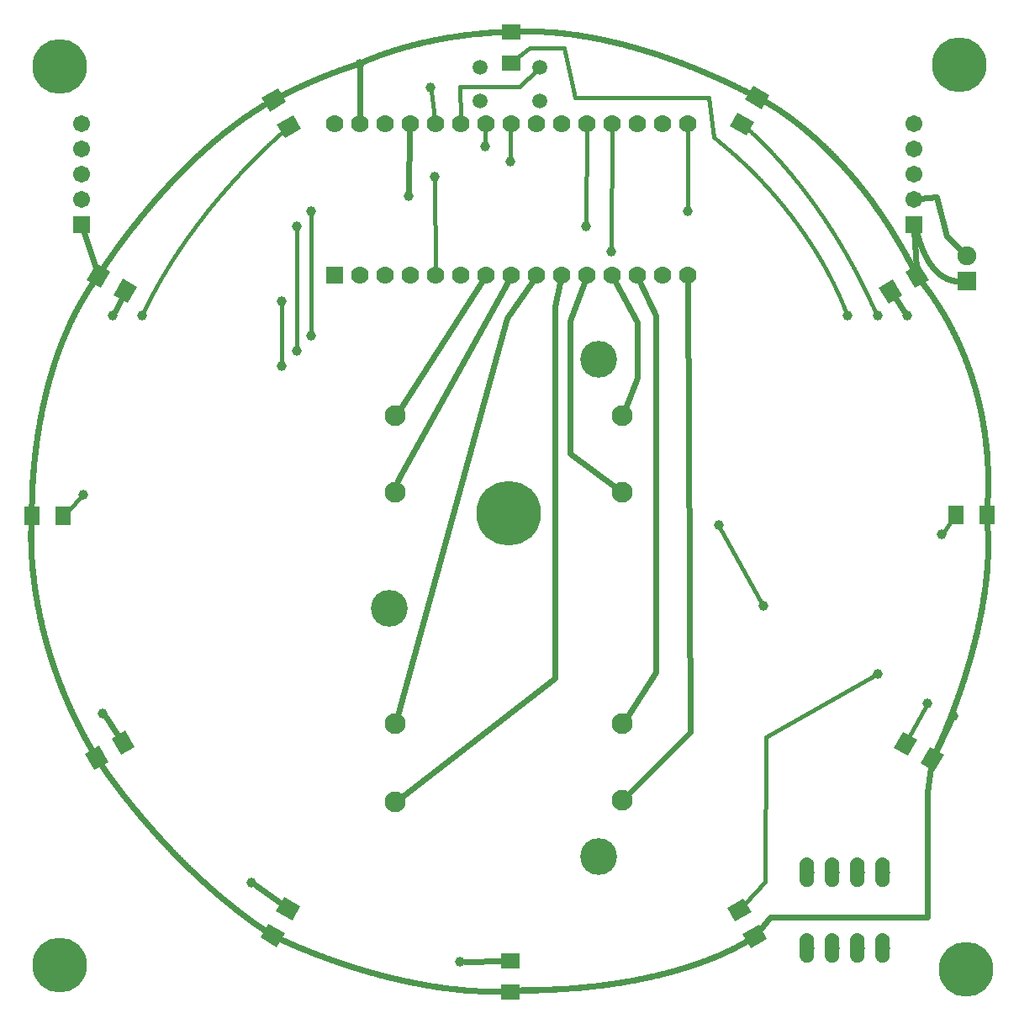
<source format=gbl>
G04 MADE WITH FRITZING*
G04 WWW.FRITZING.ORG*
G04 DOUBLE SIDED*
G04 HOLES PLATED*
G04 CONTOUR ON CENTER OF CONTOUR VECTOR*
%ASAXBY*%
%FSLAX23Y23*%
%MOIN*%
%OFA0B0*%
%SFA1.0B1.0*%
%ADD10C,0.039370*%
%ADD11C,0.075000*%
%ADD12C,0.058189*%
%ADD13C,0.059055*%
%ADD14C,0.070000*%
%ADD15C,0.082677*%
%ADD16C,0.255905*%
%ADD17C,0.145669*%
%ADD18C,0.216535*%
%ADD19C,0.067559*%
%ADD20R,0.075000X0.075000*%
%ADD21R,0.070000X0.069972*%
%ADD22R,0.074803X0.062992*%
%ADD23R,0.067559X0.067559*%
%ADD24R,0.062992X0.074803*%
%ADD25C,0.024000*%
%ADD26C,0.016000*%
%ADD27R,0.001000X0.001000*%
%LNCOPPER0*%
G90*
G70*
G54D10*
X3682Y1888D03*
X3726Y1169D03*
G54D11*
X3780Y2892D03*
X3780Y2992D03*
G54D12*
X3147Y250D03*
X3247Y250D03*
X3347Y250D03*
X3447Y250D03*
X3447Y550D03*
X3347Y550D03*
X3247Y550D03*
X3147Y550D03*
G54D10*
X1654Y3660D03*
X1373Y3752D03*
G54D13*
X1851Y3739D03*
X1851Y3605D03*
X1851Y3739D03*
X1851Y3605D03*
X2087Y3739D03*
X2087Y3605D03*
X2087Y3739D03*
X2087Y3605D03*
G54D14*
X1273Y2914D03*
X1373Y2914D03*
X1473Y2914D03*
X1573Y2914D03*
X1673Y2914D03*
X1773Y2914D03*
X1873Y2914D03*
X1973Y2914D03*
X2073Y2914D03*
X2173Y2914D03*
X2273Y2914D03*
X2373Y2914D03*
X2473Y2914D03*
X2573Y2914D03*
X2673Y2914D03*
X1273Y3514D03*
X1373Y3514D03*
X1473Y3514D03*
X1573Y3514D03*
X1673Y3514D03*
X1773Y3514D03*
X1873Y3514D03*
X1973Y3514D03*
X2073Y3514D03*
X2173Y3514D03*
X2273Y3514D03*
X2373Y3514D03*
X2473Y3514D03*
X2573Y3514D03*
X2673Y3514D03*
G54D10*
X1772Y195D03*
X945Y510D03*
X355Y1179D03*
X394Y2754D03*
X512Y2754D03*
X276Y2046D03*
X1123Y2616D03*
X1182Y2676D03*
X1182Y3168D03*
X1123Y3109D03*
X2269Y3110D03*
X2675Y3169D03*
X2974Y1604D03*
X2370Y3008D03*
X3426Y2754D03*
X3544Y2754D03*
X3623Y1219D03*
X3426Y1337D03*
X3308Y2754D03*
X2796Y1927D03*
X1670Y3305D03*
X1969Y3365D03*
X1567Y3230D03*
X1871Y3424D03*
G54D15*
X2415Y2358D03*
X2415Y2055D03*
X1515Y2055D03*
X1515Y2358D03*
X1515Y829D03*
X1515Y1140D03*
X2415Y1140D03*
X2415Y837D03*
G54D16*
X1965Y1971D03*
G54D17*
X2319Y2582D03*
X1492Y1597D03*
X2319Y613D03*
G54D18*
X184Y181D03*
X3751Y3749D03*
X183Y3741D03*
X3776Y167D03*
G54D19*
X269Y3117D03*
X269Y3217D03*
X269Y3317D03*
X269Y3417D03*
X269Y3517D03*
X3569Y3117D03*
X3569Y3217D03*
X3569Y3317D03*
X3569Y3417D03*
X3569Y3517D03*
G54D10*
X1064Y2813D03*
X1064Y2557D03*
G54D20*
X3780Y2892D03*
G54D21*
X1273Y2914D03*
G54D22*
X1973Y3879D03*
X1973Y3757D03*
G54D23*
X269Y3117D03*
X3569Y3117D03*
G54D24*
X75Y1961D03*
X197Y1961D03*
G54D22*
X1969Y77D03*
X1969Y199D03*
G54D24*
X3859Y1967D03*
X3737Y1967D03*
G54D25*
X1572Y3485D02*
X1568Y3249D01*
G54D26*
D02*
X3689Y1899D02*
X3714Y1935D01*
G54D25*
D02*
X327Y2946D02*
X277Y3093D01*
D02*
X3702Y3070D02*
X3660Y3226D01*
D02*
X3660Y3226D02*
X3594Y3219D01*
D02*
X3760Y3012D02*
X3702Y3070D01*
D02*
X3623Y865D02*
X3638Y964D01*
D02*
X3623Y371D02*
X3623Y865D01*
D02*
X2999Y371D02*
X3623Y371D01*
D02*
X2961Y323D02*
X2999Y371D01*
D02*
X1965Y82D02*
X1969Y77D01*
G54D26*
D02*
X2273Y3491D02*
X2269Y3123D01*
D02*
X1771Y3661D02*
X1773Y3538D01*
D02*
X2007Y3661D02*
X1771Y3661D01*
D02*
X2076Y3728D02*
X2007Y3661D01*
D02*
X1670Y3537D02*
X1656Y3646D01*
D02*
X2673Y3491D02*
X2675Y3182D01*
G54D25*
D02*
X2433Y1167D02*
X2547Y1341D01*
D02*
X2547Y2756D02*
X2485Y2888D01*
D02*
X2547Y1341D02*
X2547Y2756D01*
D02*
X1533Y2386D02*
X1857Y2890D01*
D02*
X2685Y1107D02*
X2673Y2885D01*
D02*
X1959Y2889D02*
X1524Y2101D01*
X1524Y2101D02*
X1521Y2087D01*
D02*
X1524Y1172D02*
X1958Y2747D01*
D02*
X1958Y2747D02*
X2057Y2890D01*
D02*
X1541Y849D02*
X2147Y1318D01*
D02*
X2147Y2793D02*
X2167Y2886D01*
D02*
X2147Y1318D02*
X2147Y2793D01*
D02*
X2473Y2508D02*
X2427Y2389D01*
D02*
X2473Y2730D02*
X2473Y2508D01*
D02*
X2387Y2888D02*
X2473Y2730D01*
D02*
X2206Y2208D02*
X2388Y2074D01*
D02*
X2206Y2734D02*
X2206Y2208D01*
D02*
X2263Y2887D02*
X2206Y2734D01*
D02*
X2438Y860D02*
X2685Y1107D01*
G54D26*
D02*
X1871Y3437D02*
X1872Y3491D01*
D02*
X1969Y3378D02*
X1972Y3491D01*
G54D25*
D02*
X961Y499D02*
X1063Y424D01*
G54D26*
D02*
X267Y2036D02*
X223Y1988D01*
D02*
X1182Y3154D02*
X1182Y2689D01*
D02*
X1123Y3095D02*
X1123Y2630D01*
G54D25*
D02*
X1373Y3543D02*
X1373Y3733D01*
G54D26*
D02*
X2370Y3021D02*
X2373Y3491D01*
G54D25*
D02*
X3657Y1027D02*
X3718Y1152D01*
G54D26*
D02*
X2968Y1616D02*
X2802Y1916D01*
G54D25*
D02*
X403Y2771D02*
X430Y2824D01*
D02*
X366Y1164D02*
X418Y1090D01*
D02*
X1791Y196D02*
X1937Y199D01*
G54D26*
D02*
X2979Y511D02*
X2984Y1085D01*
D02*
X2984Y1085D02*
X3414Y1330D01*
D02*
X2901Y426D02*
X2979Y511D01*
G54D25*
D02*
X3496Y2824D02*
X3533Y2770D01*
G54D26*
D02*
X2046Y3816D02*
X2005Y3783D01*
D02*
X2185Y3816D02*
X2046Y3816D01*
D02*
X2227Y3620D02*
X2185Y3816D01*
D02*
X2757Y3620D02*
X2227Y3620D01*
D02*
X2778Y3461D02*
X2757Y3620D01*
D02*
X3552Y1087D02*
X3616Y1207D01*
G54D25*
D02*
X3581Y2947D02*
X3571Y3092D01*
G54D26*
D02*
X1670Y3292D02*
X1673Y2938D01*
D02*
X1064Y2800D02*
X1064Y2571D01*
G36*
X292Y2897D02*
X330Y2962D01*
X384Y2930D01*
X347Y2865D01*
X292Y2897D01*
G37*
D02*
G36*
X398Y2836D02*
X435Y2901D01*
X490Y2869D01*
X453Y2804D01*
X398Y2836D01*
G37*
D02*
G36*
X2933Y3665D02*
X2998Y3628D01*
X2967Y3573D01*
X2902Y3611D01*
X2933Y3665D01*
G37*
D02*
G36*
X2872Y3560D02*
X2937Y3522D01*
X2906Y3468D01*
X2841Y3505D01*
X2872Y3560D01*
G37*
D02*
G36*
X3592Y2960D02*
X3629Y2895D01*
X3575Y2864D01*
X3537Y2928D01*
X3592Y2960D01*
G37*
D02*
G36*
X3486Y2899D02*
X3523Y2834D01*
X3469Y2803D01*
X3432Y2867D01*
X3486Y2899D01*
G37*
D02*
G36*
X322Y955D02*
X285Y1019D01*
X339Y1051D01*
X377Y986D01*
X322Y955D01*
G37*
D02*
G36*
X428Y1016D02*
X390Y1080D01*
X445Y1112D01*
X482Y1047D01*
X428Y1016D01*
G37*
D02*
G36*
X1045Y253D02*
X980Y291D01*
X1012Y345D01*
X1076Y308D01*
X1045Y253D01*
G37*
D02*
G36*
X1106Y359D02*
X1041Y396D01*
X1073Y451D01*
X1137Y414D01*
X1106Y359D01*
G37*
D02*
G36*
X2988Y287D02*
X2923Y250D01*
X2892Y304D01*
X2956Y342D01*
X2988Y287D01*
G37*
D02*
G36*
X2927Y393D02*
X2862Y355D01*
X2831Y410D01*
X2895Y447D01*
X2927Y393D01*
G37*
D02*
G36*
X984Y3618D02*
X1049Y3655D01*
X1080Y3601D01*
X1016Y3563D01*
X984Y3618D01*
G37*
D02*
G36*
X1045Y3512D02*
X1110Y3550D01*
X1141Y3495D01*
X1077Y3458D01*
X1045Y3512D01*
G37*
D02*
G36*
X3689Y1015D02*
X3651Y950D01*
X3597Y981D01*
X3634Y1046D01*
X3689Y1015D01*
G37*
D02*
G36*
X3583Y1076D02*
X3546Y1011D01*
X3491Y1042D01*
X3528Y1107D01*
X3583Y1076D01*
G37*
D02*
G54D27*
X2000Y3892D02*
X2086Y3892D01*
X1962Y3891D02*
X2107Y3891D01*
X1934Y3890D02*
X2124Y3890D01*
X1915Y3889D02*
X2138Y3889D01*
X1898Y3888D02*
X2150Y3888D01*
X1884Y3887D02*
X2161Y3887D01*
X1870Y3886D02*
X2171Y3886D01*
X1859Y3885D02*
X2180Y3885D01*
X1848Y3884D02*
X2190Y3884D01*
X1837Y3883D02*
X2198Y3883D01*
X1828Y3882D02*
X2206Y3882D01*
X1818Y3881D02*
X2214Y3881D01*
X1809Y3880D02*
X2222Y3880D01*
X1801Y3879D02*
X2228Y3879D01*
X1793Y3878D02*
X2235Y3878D01*
X1785Y3877D02*
X2242Y3877D01*
X1777Y3876D02*
X2249Y3876D01*
X1770Y3875D02*
X2255Y3875D01*
X1763Y3874D02*
X2261Y3874D01*
X1756Y3873D02*
X2267Y3873D01*
X1749Y3872D02*
X2273Y3872D01*
X1743Y3871D02*
X2279Y3871D01*
X1737Y3870D02*
X2285Y3870D01*
X1730Y3869D02*
X2291Y3869D01*
X1724Y3868D02*
X2000Y3868D01*
X2084Y3868D02*
X2296Y3868D01*
X1718Y3867D02*
X1961Y3867D01*
X2106Y3867D02*
X2301Y3867D01*
X1713Y3866D02*
X1934Y3866D01*
X2123Y3866D02*
X2307Y3866D01*
X1707Y3865D02*
X1914Y3865D01*
X2137Y3865D02*
X2312Y3865D01*
X1701Y3864D02*
X1898Y3864D01*
X2149Y3864D02*
X2317Y3864D01*
X1696Y3863D02*
X1883Y3863D01*
X2160Y3863D02*
X2322Y3863D01*
X1690Y3862D02*
X1870Y3862D01*
X2170Y3862D02*
X2327Y3862D01*
X1685Y3861D02*
X1859Y3861D01*
X2180Y3861D02*
X2332Y3861D01*
X1680Y3860D02*
X1847Y3860D01*
X2189Y3860D02*
X2337Y3860D01*
X1675Y3859D02*
X1837Y3859D01*
X2197Y3859D02*
X2341Y3859D01*
X1670Y3858D02*
X1828Y3858D01*
X2205Y3858D02*
X2346Y3858D01*
X1665Y3857D02*
X1818Y3857D01*
X2213Y3857D02*
X2351Y3857D01*
X1660Y3856D02*
X1809Y3856D01*
X2221Y3856D02*
X2356Y3856D01*
X1655Y3855D02*
X1801Y3855D01*
X2228Y3855D02*
X2360Y3855D01*
X1650Y3854D02*
X1793Y3854D01*
X2234Y3854D02*
X2364Y3854D01*
X1646Y3853D02*
X1785Y3853D01*
X2241Y3853D02*
X2369Y3853D01*
X1641Y3852D02*
X1778Y3852D01*
X2248Y3852D02*
X2373Y3852D01*
X1637Y3851D02*
X1771Y3851D01*
X2254Y3851D02*
X2378Y3851D01*
X1632Y3850D02*
X1764Y3850D01*
X2260Y3850D02*
X2382Y3850D01*
X1628Y3849D02*
X1757Y3849D01*
X2266Y3849D02*
X2386Y3849D01*
X1623Y3848D02*
X1750Y3848D01*
X2272Y3848D02*
X2391Y3848D01*
X1619Y3847D02*
X1744Y3847D01*
X2278Y3847D02*
X2395Y3847D01*
X1615Y3846D02*
X1737Y3846D01*
X2284Y3846D02*
X2399Y3846D01*
X1610Y3845D02*
X1731Y3845D01*
X2289Y3845D02*
X2403Y3845D01*
X1606Y3844D02*
X1725Y3844D01*
X2295Y3844D02*
X2407Y3844D01*
X1602Y3843D02*
X1719Y3843D01*
X2300Y3843D02*
X2411Y3843D01*
X1598Y3842D02*
X1714Y3842D01*
X2305Y3842D02*
X2415Y3842D01*
X1594Y3841D02*
X1708Y3841D01*
X2311Y3841D02*
X2419Y3841D01*
X1590Y3840D02*
X1702Y3840D01*
X2316Y3840D02*
X2423Y3840D01*
X1586Y3839D02*
X1697Y3839D01*
X2321Y3839D02*
X2426Y3839D01*
X1582Y3838D02*
X1692Y3838D01*
X2326Y3838D02*
X2430Y3838D01*
X1578Y3837D02*
X1686Y3837D01*
X2330Y3837D02*
X2434Y3837D01*
X1574Y3836D02*
X1681Y3836D01*
X2335Y3836D02*
X2438Y3836D01*
X1571Y3835D02*
X1676Y3835D01*
X2340Y3835D02*
X2441Y3835D01*
X1567Y3834D02*
X1671Y3834D01*
X2345Y3834D02*
X2445Y3834D01*
X1563Y3833D02*
X1666Y3833D01*
X2350Y3833D02*
X2449Y3833D01*
X1560Y3832D02*
X1661Y3832D01*
X2354Y3832D02*
X2452Y3832D01*
X1556Y3831D02*
X1657Y3831D01*
X2358Y3831D02*
X2456Y3831D01*
X1552Y3830D02*
X1652Y3830D01*
X2363Y3830D02*
X2460Y3830D01*
X1549Y3829D02*
X1647Y3829D01*
X2367Y3829D02*
X2463Y3829D01*
X1545Y3828D02*
X1643Y3828D01*
X2372Y3828D02*
X2467Y3828D01*
X1542Y3827D02*
X1638Y3827D01*
X2376Y3827D02*
X2471Y3827D01*
X1538Y3826D02*
X1634Y3826D01*
X2380Y3826D02*
X2474Y3826D01*
X1535Y3825D02*
X1629Y3825D01*
X2385Y3825D02*
X2477Y3825D01*
X1531Y3824D02*
X1625Y3824D01*
X2389Y3824D02*
X2481Y3824D01*
X1528Y3823D02*
X1621Y3823D01*
X2393Y3823D02*
X2484Y3823D01*
X1525Y3822D02*
X1616Y3822D01*
X2397Y3822D02*
X2488Y3822D01*
X1521Y3821D02*
X1612Y3821D01*
X2401Y3821D02*
X2491Y3821D01*
X1518Y3820D02*
X1608Y3820D01*
X2405Y3820D02*
X2494Y3820D01*
X1515Y3819D02*
X1604Y3819D01*
X2409Y3819D02*
X2498Y3819D01*
X1511Y3818D02*
X1600Y3818D01*
X2413Y3818D02*
X2501Y3818D01*
X1508Y3817D02*
X1596Y3817D01*
X2417Y3817D02*
X2505Y3817D01*
X1505Y3816D02*
X1592Y3816D01*
X2421Y3816D02*
X2508Y3816D01*
X1502Y3815D02*
X1588Y3815D01*
X2425Y3815D02*
X2511Y3815D01*
X1499Y3814D02*
X1584Y3814D01*
X2428Y3814D02*
X2515Y3814D01*
X1496Y3813D02*
X1580Y3813D01*
X2432Y3813D02*
X2518Y3813D01*
X1493Y3812D02*
X1577Y3812D01*
X2436Y3812D02*
X2521Y3812D01*
X1490Y3811D02*
X1573Y3811D01*
X2439Y3811D02*
X2524Y3811D01*
X1487Y3810D02*
X1569Y3810D01*
X2443Y3810D02*
X2527Y3810D01*
X1484Y3809D02*
X1566Y3809D01*
X2447Y3809D02*
X2530Y3809D01*
X1481Y3808D02*
X1562Y3808D01*
X2450Y3808D02*
X2533Y3808D01*
X1478Y3807D02*
X1558Y3807D01*
X2454Y3807D02*
X2537Y3807D01*
X1475Y3806D02*
X1555Y3806D01*
X2458Y3806D02*
X2540Y3806D01*
X1472Y3805D02*
X1551Y3805D01*
X2461Y3805D02*
X2543Y3805D01*
X1469Y3804D02*
X1548Y3804D01*
X2465Y3804D02*
X2546Y3804D01*
X1466Y3803D02*
X1544Y3803D01*
X2468Y3803D02*
X2549Y3803D01*
X1463Y3802D02*
X1541Y3802D01*
X2472Y3802D02*
X2552Y3802D01*
X1460Y3801D02*
X1537Y3801D01*
X2475Y3801D02*
X2556Y3801D01*
X1457Y3800D02*
X1534Y3800D01*
X2479Y3800D02*
X2559Y3800D01*
X1455Y3799D02*
X1531Y3799D01*
X2482Y3799D02*
X2561Y3799D01*
X1452Y3798D02*
X1527Y3798D01*
X2485Y3798D02*
X2564Y3798D01*
X1449Y3797D02*
X1524Y3797D01*
X2489Y3797D02*
X2567Y3797D01*
X1446Y3796D02*
X1521Y3796D01*
X2492Y3796D02*
X2570Y3796D01*
X1444Y3795D02*
X1517Y3795D01*
X2496Y3795D02*
X2573Y3795D01*
X1441Y3794D02*
X1514Y3794D01*
X2499Y3794D02*
X2576Y3794D01*
X1438Y3793D02*
X1511Y3793D01*
X2502Y3793D02*
X2579Y3793D01*
X1435Y3792D02*
X1508Y3792D01*
X2506Y3792D02*
X2582Y3792D01*
X1433Y3791D02*
X1505Y3791D01*
X2509Y3791D02*
X2585Y3791D01*
X1430Y3790D02*
X1502Y3790D01*
X2512Y3790D02*
X2588Y3790D01*
X1428Y3789D02*
X1499Y3789D01*
X2515Y3789D02*
X2591Y3789D01*
X1425Y3788D02*
X1496Y3788D01*
X2518Y3788D02*
X2594Y3788D01*
X1423Y3787D02*
X1493Y3787D01*
X2522Y3787D02*
X2597Y3787D01*
X1420Y3786D02*
X1490Y3786D01*
X2525Y3786D02*
X2600Y3786D01*
X1417Y3785D02*
X1487Y3785D01*
X2528Y3785D02*
X2602Y3785D01*
X1415Y3784D02*
X1484Y3784D01*
X2531Y3784D02*
X2605Y3784D01*
X1412Y3783D02*
X1481Y3783D01*
X2534Y3783D02*
X2608Y3783D01*
X1410Y3782D02*
X1478Y3782D01*
X2537Y3782D02*
X2611Y3782D01*
X1407Y3781D02*
X1475Y3781D01*
X2540Y3781D02*
X2614Y3781D01*
X1405Y3780D02*
X1472Y3780D01*
X2544Y3780D02*
X2616Y3780D01*
X1403Y3779D02*
X1469Y3779D01*
X2547Y3779D02*
X2619Y3779D01*
X1400Y3778D02*
X1466Y3778D01*
X2550Y3778D02*
X2622Y3778D01*
X1398Y3777D02*
X1463Y3777D01*
X2553Y3777D02*
X2625Y3777D01*
X1396Y3776D02*
X1461Y3776D01*
X2556Y3776D02*
X2627Y3776D01*
X1393Y3775D02*
X1458Y3775D01*
X2559Y3775D02*
X2630Y3775D01*
X1391Y3774D02*
X1455Y3774D01*
X2562Y3774D02*
X2633Y3774D01*
X1389Y3773D02*
X1452Y3773D01*
X2565Y3773D02*
X2636Y3773D01*
X1386Y3772D02*
X1450Y3772D01*
X2568Y3772D02*
X2638Y3772D01*
X1384Y3771D02*
X1447Y3771D01*
X2571Y3771D02*
X2641Y3771D01*
X1382Y3770D02*
X1444Y3770D01*
X2574Y3770D02*
X2644Y3770D01*
X1380Y3769D02*
X1441Y3769D01*
X2577Y3769D02*
X2646Y3769D01*
X1377Y3768D02*
X1439Y3768D01*
X2579Y3768D02*
X2649Y3768D01*
X1375Y3767D02*
X1436Y3767D01*
X2582Y3767D02*
X2652Y3767D01*
X1373Y3766D02*
X1434Y3766D01*
X2585Y3766D02*
X2654Y3766D01*
X1371Y3765D02*
X1431Y3765D01*
X2588Y3765D02*
X2657Y3765D01*
X1369Y3764D02*
X1429Y3764D01*
X2591Y3764D02*
X2660Y3764D01*
X1366Y3763D02*
X1426Y3763D01*
X2594Y3763D02*
X2662Y3763D01*
X1363Y3762D02*
X1424Y3762D01*
X2597Y3762D02*
X2665Y3762D01*
X1360Y3761D02*
X1421Y3761D01*
X2599Y3761D02*
X2667Y3761D01*
X1357Y3760D02*
X1418Y3760D01*
X2602Y3760D02*
X2670Y3760D01*
X1353Y3759D02*
X1416Y3759D01*
X2605Y3759D02*
X2673Y3759D01*
X1350Y3758D02*
X1414Y3758D01*
X2608Y3758D02*
X2675Y3758D01*
X1347Y3757D02*
X1411Y3757D01*
X2611Y3757D02*
X2678Y3757D01*
X1344Y3756D02*
X1409Y3756D01*
X2613Y3756D02*
X2680Y3756D01*
X1341Y3755D02*
X1406Y3755D01*
X2616Y3755D02*
X2683Y3755D01*
X1338Y3754D02*
X1404Y3754D01*
X2619Y3754D02*
X2685Y3754D01*
X1335Y3753D02*
X1402Y3753D01*
X2622Y3753D02*
X2688Y3753D01*
X1332Y3752D02*
X1399Y3752D01*
X2624Y3752D02*
X2690Y3752D01*
X1329Y3751D02*
X1397Y3751D01*
X2627Y3751D02*
X2693Y3751D01*
X1326Y3750D02*
X1395Y3750D01*
X2630Y3750D02*
X2695Y3750D01*
X1323Y3749D02*
X1393Y3749D01*
X2632Y3749D02*
X2698Y3749D01*
X1320Y3748D02*
X1390Y3748D01*
X2635Y3748D02*
X2700Y3748D01*
X1317Y3747D02*
X1388Y3747D01*
X2638Y3747D02*
X2703Y3747D01*
X1314Y3746D02*
X1386Y3746D01*
X2641Y3746D02*
X2705Y3746D01*
X1311Y3745D02*
X1384Y3745D01*
X2643Y3745D02*
X2708Y3745D01*
X1309Y3744D02*
X1382Y3744D01*
X2646Y3744D02*
X2710Y3744D01*
X1306Y3743D02*
X1380Y3743D01*
X2648Y3743D02*
X2713Y3743D01*
X1303Y3742D02*
X1378Y3742D01*
X2651Y3742D02*
X2715Y3742D01*
X1300Y3741D02*
X1375Y3741D01*
X2654Y3741D02*
X2718Y3741D01*
X1297Y3740D02*
X1372Y3740D01*
X2656Y3740D02*
X2720Y3740D01*
X1295Y3739D02*
X1369Y3739D01*
X2659Y3739D02*
X2723Y3739D01*
X1292Y3738D02*
X1366Y3738D01*
X2662Y3738D02*
X2725Y3738D01*
X1289Y3737D02*
X1362Y3737D01*
X2664Y3737D02*
X2727Y3737D01*
X1286Y3736D02*
X1359Y3736D01*
X2667Y3736D02*
X2730Y3736D01*
X1284Y3735D02*
X1356Y3735D01*
X2669Y3735D02*
X2732Y3735D01*
X1281Y3734D02*
X1353Y3734D01*
X2672Y3734D02*
X2735Y3734D01*
X1278Y3733D02*
X1350Y3733D01*
X2674Y3733D02*
X2737Y3733D01*
X1275Y3732D02*
X1347Y3732D01*
X2677Y3732D02*
X2739Y3732D01*
X1273Y3731D02*
X1344Y3731D01*
X2679Y3731D02*
X2742Y3731D01*
X1270Y3730D02*
X1341Y3730D01*
X2682Y3730D02*
X2744Y3730D01*
X1268Y3729D02*
X1338Y3729D01*
X2685Y3729D02*
X2747Y3729D01*
X1265Y3728D02*
X1335Y3728D01*
X2687Y3728D02*
X2749Y3728D01*
X1262Y3727D02*
X1332Y3727D01*
X2690Y3727D02*
X2751Y3727D01*
X1260Y3726D02*
X1329Y3726D01*
X2692Y3726D02*
X2754Y3726D01*
X1257Y3725D02*
X1326Y3725D01*
X2694Y3725D02*
X2756Y3725D01*
X1255Y3724D02*
X1323Y3724D01*
X2697Y3724D02*
X2758Y3724D01*
X1252Y3723D02*
X1320Y3723D01*
X2699Y3723D02*
X2761Y3723D01*
X1249Y3722D02*
X1317Y3722D01*
X2702Y3722D02*
X2763Y3722D01*
X1247Y3721D02*
X1314Y3721D01*
X2704Y3721D02*
X2765Y3721D01*
X1244Y3720D02*
X1312Y3720D01*
X2707Y3720D02*
X2768Y3720D01*
X1242Y3719D02*
X1309Y3719D01*
X2709Y3719D02*
X2770Y3719D01*
X1239Y3718D02*
X1306Y3718D01*
X2712Y3718D02*
X2772Y3718D01*
X1237Y3717D02*
X1303Y3717D01*
X2714Y3717D02*
X2774Y3717D01*
X1234Y3716D02*
X1301Y3716D01*
X2716Y3716D02*
X2777Y3716D01*
X1232Y3715D02*
X1298Y3715D01*
X2719Y3715D02*
X2779Y3715D01*
X1229Y3714D02*
X1295Y3714D01*
X2721Y3714D02*
X2781Y3714D01*
X1227Y3713D02*
X1292Y3713D01*
X2724Y3713D02*
X2783Y3713D01*
X1224Y3712D02*
X1290Y3712D01*
X2726Y3712D02*
X2786Y3712D01*
X1222Y3711D02*
X1287Y3711D01*
X2728Y3711D02*
X2788Y3711D01*
X1219Y3710D02*
X1284Y3710D01*
X2731Y3710D02*
X2790Y3710D01*
X1217Y3709D02*
X1281Y3709D01*
X2733Y3709D02*
X2792Y3709D01*
X1214Y3708D02*
X1279Y3708D01*
X2736Y3708D02*
X2795Y3708D01*
X1212Y3707D02*
X1276Y3707D01*
X2738Y3707D02*
X2797Y3707D01*
X1210Y3706D02*
X1274Y3706D01*
X2740Y3706D02*
X2799Y3706D01*
X1207Y3705D02*
X1271Y3705D01*
X2743Y3705D02*
X2801Y3705D01*
X1205Y3704D02*
X1268Y3704D01*
X2745Y3704D02*
X2804Y3704D01*
X1203Y3703D02*
X1266Y3703D01*
X2747Y3703D02*
X2806Y3703D01*
X1200Y3702D02*
X1263Y3702D01*
X2750Y3702D02*
X2808Y3702D01*
X1198Y3701D02*
X1261Y3701D01*
X2752Y3701D02*
X2810Y3701D01*
X1195Y3700D02*
X1258Y3700D01*
X2754Y3700D02*
X2812Y3700D01*
X1193Y3699D02*
X1255Y3699D01*
X2757Y3699D02*
X2815Y3699D01*
X1191Y3698D02*
X1253Y3698D01*
X2759Y3698D02*
X2817Y3698D01*
X1188Y3697D02*
X1250Y3697D01*
X2761Y3697D02*
X2819Y3697D01*
X1186Y3696D02*
X1248Y3696D01*
X2764Y3696D02*
X2821Y3696D01*
X1184Y3695D02*
X1245Y3695D01*
X2766Y3695D02*
X2823Y3695D01*
X1181Y3694D02*
X1243Y3694D01*
X2768Y3694D02*
X2826Y3694D01*
X1179Y3693D02*
X1240Y3693D01*
X2770Y3693D02*
X2828Y3693D01*
X1177Y3692D02*
X1238Y3692D01*
X2773Y3692D02*
X2830Y3692D01*
X1174Y3691D02*
X1235Y3691D01*
X2775Y3691D02*
X2832Y3691D01*
X1172Y3690D02*
X1233Y3690D01*
X2777Y3690D02*
X2834Y3690D01*
X1170Y3689D02*
X1230Y3689D01*
X2779Y3689D02*
X2836Y3689D01*
X1168Y3688D02*
X1228Y3688D01*
X2782Y3688D02*
X2838Y3688D01*
X1165Y3687D02*
X1226Y3687D01*
X2784Y3687D02*
X2841Y3687D01*
X1163Y3686D02*
X1223Y3686D01*
X2786Y3686D02*
X2843Y3686D01*
X1161Y3685D02*
X1221Y3685D01*
X2788Y3685D02*
X2845Y3685D01*
X1158Y3684D02*
X1218Y3684D01*
X2791Y3684D02*
X2847Y3684D01*
X1156Y3683D02*
X1216Y3683D01*
X2793Y3683D02*
X2849Y3683D01*
X1154Y3682D02*
X1213Y3682D01*
X2795Y3682D02*
X2851Y3682D01*
X1152Y3681D02*
X1211Y3681D01*
X2797Y3681D02*
X2853Y3681D01*
X1150Y3680D02*
X1209Y3680D01*
X2799Y3680D02*
X2855Y3680D01*
X1147Y3679D02*
X1206Y3679D01*
X2802Y3679D02*
X2857Y3679D01*
X1145Y3678D02*
X1204Y3678D01*
X2804Y3678D02*
X2860Y3678D01*
X1143Y3677D02*
X1202Y3677D01*
X2806Y3677D02*
X2862Y3677D01*
X1141Y3676D02*
X1199Y3676D01*
X2808Y3676D02*
X2864Y3676D01*
X1138Y3675D02*
X1197Y3675D01*
X2810Y3675D02*
X2866Y3675D01*
X1136Y3674D02*
X1194Y3674D01*
X2813Y3674D02*
X2868Y3674D01*
X1134Y3673D02*
X1192Y3673D01*
X2815Y3673D02*
X2870Y3673D01*
X1132Y3672D02*
X1190Y3672D01*
X2817Y3672D02*
X2872Y3672D01*
X1130Y3671D02*
X1188Y3671D01*
X2819Y3671D02*
X2874Y3671D01*
X1128Y3670D02*
X1185Y3670D01*
X2821Y3670D02*
X2876Y3670D01*
X1125Y3669D02*
X1183Y3669D01*
X2823Y3669D02*
X2878Y3669D01*
X1123Y3668D02*
X1181Y3668D01*
X2826Y3668D02*
X2880Y3668D01*
X1121Y3667D02*
X1178Y3667D01*
X2828Y3667D02*
X2882Y3667D01*
X1119Y3666D02*
X1176Y3666D01*
X2830Y3666D02*
X2884Y3666D01*
X1117Y3665D02*
X1174Y3665D01*
X2832Y3665D02*
X2886Y3665D01*
X1115Y3664D02*
X1172Y3664D01*
X2834Y3664D02*
X2888Y3664D01*
X1113Y3663D02*
X1169Y3663D01*
X2836Y3663D02*
X2891Y3663D01*
X1111Y3662D02*
X1167Y3662D01*
X2838Y3662D02*
X2893Y3662D01*
X1108Y3661D02*
X1165Y3661D01*
X2840Y3661D02*
X2895Y3661D01*
X1106Y3660D02*
X1162Y3660D01*
X2843Y3660D02*
X2897Y3660D01*
X1104Y3659D02*
X1160Y3659D01*
X2845Y3659D02*
X2899Y3659D01*
X1102Y3658D02*
X1158Y3658D01*
X2847Y3658D02*
X2901Y3658D01*
X1100Y3657D02*
X1156Y3657D01*
X2849Y3657D02*
X2903Y3657D01*
X1098Y3656D02*
X1154Y3656D01*
X2851Y3656D02*
X2905Y3656D01*
X1096Y3655D02*
X1151Y3655D01*
X2853Y3655D02*
X2907Y3655D01*
X1094Y3654D02*
X1149Y3654D01*
X2855Y3654D02*
X2909Y3654D01*
X1091Y3653D02*
X1147Y3653D01*
X2857Y3653D02*
X2911Y3653D01*
X1089Y3652D02*
X1145Y3652D01*
X2859Y3652D02*
X2913Y3652D01*
X1087Y3651D02*
X1143Y3651D01*
X2861Y3651D02*
X2915Y3651D01*
X1085Y3650D02*
X1140Y3650D01*
X2863Y3650D02*
X2917Y3650D01*
X1083Y3649D02*
X1138Y3649D01*
X2866Y3649D02*
X2919Y3649D01*
X1081Y3648D02*
X1136Y3648D01*
X2868Y3648D02*
X2921Y3648D01*
X1079Y3647D02*
X1134Y3647D01*
X2870Y3647D02*
X2923Y3647D01*
X1077Y3646D02*
X1132Y3646D01*
X2872Y3646D02*
X2925Y3646D01*
X1075Y3645D02*
X1130Y3645D01*
X2874Y3645D02*
X2927Y3645D01*
X1073Y3644D02*
X1128Y3644D01*
X2876Y3644D02*
X2929Y3644D01*
X1071Y3643D02*
X1126Y3643D01*
X2878Y3643D02*
X2930Y3643D01*
X1069Y3642D02*
X1123Y3642D01*
X2880Y3642D02*
X2932Y3642D01*
X1067Y3641D02*
X1121Y3641D01*
X2882Y3641D02*
X2934Y3641D01*
X1065Y3640D02*
X1119Y3640D01*
X2884Y3640D02*
X2936Y3640D01*
X1063Y3639D02*
X1117Y3639D01*
X2886Y3639D02*
X2938Y3639D01*
X1061Y3638D02*
X1115Y3638D01*
X2888Y3638D02*
X2940Y3638D01*
X1059Y3637D02*
X1113Y3637D01*
X2890Y3637D02*
X2942Y3637D01*
X1057Y3636D02*
X1111Y3636D01*
X2892Y3636D02*
X2944Y3636D01*
X1055Y3635D02*
X1109Y3635D01*
X2894Y3635D02*
X2946Y3635D01*
X1053Y3634D02*
X1106Y3634D01*
X2896Y3634D02*
X2948Y3634D01*
X1051Y3633D02*
X1104Y3633D01*
X2898Y3633D02*
X2950Y3633D01*
X1049Y3632D02*
X1102Y3632D01*
X2900Y3632D02*
X2952Y3632D01*
X1047Y3631D02*
X1100Y3631D01*
X2902Y3631D02*
X2954Y3631D01*
X1045Y3630D02*
X1098Y3630D01*
X2904Y3630D02*
X2956Y3630D01*
X1043Y3629D02*
X1096Y3629D01*
X2906Y3629D02*
X2958Y3629D01*
X1041Y3628D02*
X1094Y3628D01*
X2908Y3628D02*
X2960Y3628D01*
X1039Y3627D02*
X1092Y3627D01*
X2910Y3627D02*
X2962Y3627D01*
X1037Y3626D02*
X1090Y3626D01*
X2912Y3626D02*
X2964Y3626D01*
X1036Y3625D02*
X1088Y3625D01*
X2914Y3625D02*
X2966Y3625D01*
X1034Y3624D02*
X1086Y3624D01*
X2916Y3624D02*
X2968Y3624D01*
X1032Y3623D02*
X1084Y3623D01*
X2918Y3623D02*
X2970Y3623D01*
X1030Y3622D02*
X1082Y3622D01*
X2920Y3622D02*
X2972Y3622D01*
X1028Y3621D02*
X1080Y3621D01*
X2922Y3621D02*
X2973Y3621D01*
X1026Y3620D02*
X1078Y3620D01*
X2924Y3620D02*
X2975Y3620D01*
X1024Y3619D02*
X1076Y3619D01*
X2926Y3619D02*
X2977Y3619D01*
X1022Y3618D02*
X1074Y3618D01*
X2928Y3618D02*
X2979Y3618D01*
X1021Y3617D02*
X1072Y3617D01*
X2930Y3617D02*
X2981Y3617D01*
X1019Y3616D02*
X1070Y3616D01*
X2931Y3616D02*
X2982Y3616D01*
X1017Y3615D02*
X1068Y3615D01*
X2933Y3615D02*
X2984Y3615D01*
X1015Y3614D02*
X1066Y3614D01*
X2935Y3614D02*
X2986Y3614D01*
X1013Y3613D02*
X1064Y3613D01*
X2937Y3613D02*
X2988Y3613D01*
X1012Y3612D02*
X1062Y3612D01*
X2939Y3612D02*
X2990Y3612D01*
X1010Y3611D02*
X1060Y3611D01*
X2941Y3611D02*
X2991Y3611D01*
X1008Y3610D02*
X1058Y3610D01*
X2943Y3610D02*
X2993Y3610D01*
X1006Y3609D02*
X1056Y3609D01*
X2945Y3609D02*
X2995Y3609D01*
X1005Y3608D02*
X1054Y3608D01*
X2947Y3608D02*
X2996Y3608D01*
X1003Y3607D02*
X1052Y3607D01*
X2949Y3607D02*
X2998Y3607D01*
X1001Y3606D02*
X1050Y3606D01*
X2951Y3606D02*
X3000Y3606D01*
X999Y3605D02*
X1048Y3605D01*
X2953Y3605D02*
X3002Y3605D01*
X998Y3604D02*
X1046Y3604D01*
X2955Y3604D02*
X3003Y3604D01*
X996Y3603D02*
X1044Y3603D01*
X2957Y3603D02*
X3005Y3603D01*
X994Y3602D02*
X1042Y3602D01*
X2959Y3602D02*
X3007Y3602D01*
X993Y3601D02*
X1040Y3601D01*
X2961Y3601D02*
X3008Y3601D01*
X991Y3600D02*
X1038Y3600D01*
X2963Y3600D02*
X3010Y3600D01*
X989Y3599D02*
X1037Y3599D01*
X2965Y3599D02*
X3011Y3599D01*
X988Y3598D02*
X1035Y3598D01*
X2966Y3598D02*
X3013Y3598D01*
X986Y3597D02*
X1033Y3597D01*
X2968Y3597D02*
X3015Y3597D01*
X984Y3596D02*
X1031Y3596D01*
X2970Y3596D02*
X3016Y3596D01*
X983Y3595D02*
X1029Y3595D01*
X2972Y3595D02*
X3018Y3595D01*
X981Y3594D02*
X1028Y3594D01*
X2974Y3594D02*
X3020Y3594D01*
X979Y3593D02*
X1026Y3593D01*
X2975Y3593D02*
X3021Y3593D01*
X978Y3592D02*
X1024Y3592D01*
X2977Y3592D02*
X3023Y3592D01*
X976Y3591D02*
X1022Y3591D01*
X2979Y3591D02*
X3024Y3591D01*
X974Y3590D02*
X1020Y3590D01*
X2981Y3590D02*
X3026Y3590D01*
X973Y3589D02*
X1019Y3589D01*
X2982Y3589D02*
X3027Y3589D01*
X971Y3588D02*
X1017Y3588D01*
X2984Y3588D02*
X3029Y3588D01*
X970Y3587D02*
X1015Y3587D01*
X2986Y3587D02*
X3031Y3587D01*
X968Y3586D02*
X1014Y3586D01*
X2988Y3586D02*
X3032Y3586D01*
X966Y3585D02*
X1012Y3585D01*
X2989Y3585D02*
X3034Y3585D01*
X965Y3584D02*
X1010Y3584D01*
X2991Y3584D02*
X3035Y3584D01*
X963Y3583D02*
X1008Y3583D01*
X2993Y3583D02*
X3037Y3583D01*
X962Y3582D02*
X1007Y3582D01*
X2994Y3582D02*
X3038Y3582D01*
X960Y3581D02*
X1005Y3581D01*
X2996Y3581D02*
X3040Y3581D01*
X959Y3580D02*
X1003Y3580D01*
X2998Y3580D02*
X3041Y3580D01*
X957Y3579D02*
X1002Y3579D01*
X2999Y3579D02*
X3043Y3579D01*
X955Y3578D02*
X1000Y3578D01*
X3001Y3578D02*
X3044Y3578D01*
X954Y3577D02*
X998Y3577D01*
X3002Y3577D02*
X3046Y3577D01*
X952Y3576D02*
X997Y3576D01*
X3004Y3576D02*
X3047Y3576D01*
X951Y3575D02*
X995Y3575D01*
X3006Y3575D02*
X3049Y3575D01*
X949Y3574D02*
X993Y3574D01*
X3007Y3574D02*
X3050Y3574D01*
X948Y3573D02*
X992Y3573D01*
X3009Y3573D02*
X3052Y3573D01*
X946Y3572D02*
X990Y3572D01*
X3010Y3572D02*
X3053Y3572D01*
X945Y3571D02*
X988Y3571D01*
X3012Y3571D02*
X3054Y3571D01*
X943Y3570D02*
X987Y3570D01*
X3014Y3570D02*
X3056Y3570D01*
X942Y3569D02*
X985Y3569D01*
X3015Y3569D02*
X3057Y3569D01*
X940Y3568D02*
X983Y3568D01*
X3017Y3568D02*
X3059Y3568D01*
X938Y3567D02*
X982Y3567D01*
X3018Y3567D02*
X3060Y3567D01*
X937Y3566D02*
X980Y3566D01*
X3020Y3566D02*
X3062Y3566D01*
X935Y3565D02*
X979Y3565D01*
X3021Y3565D02*
X3063Y3565D01*
X934Y3564D02*
X977Y3564D01*
X3023Y3564D02*
X3065Y3564D01*
X932Y3563D02*
X976Y3563D01*
X3024Y3563D02*
X3066Y3563D01*
X931Y3562D02*
X974Y3562D01*
X3026Y3562D02*
X3067Y3562D01*
X930Y3561D02*
X972Y3561D01*
X3027Y3561D02*
X3069Y3561D01*
X928Y3560D02*
X971Y3560D01*
X3029Y3560D02*
X3070Y3560D01*
X927Y3559D02*
X969Y3559D01*
X3030Y3559D02*
X3072Y3559D01*
X925Y3558D02*
X968Y3558D01*
X3032Y3558D02*
X3073Y3558D01*
X924Y3557D02*
X966Y3557D01*
X3033Y3557D02*
X3074Y3557D01*
X922Y3556D02*
X964Y3556D01*
X3035Y3556D02*
X3076Y3556D01*
X921Y3555D02*
X963Y3555D01*
X3036Y3555D02*
X3077Y3555D01*
X919Y3554D02*
X961Y3554D01*
X3038Y3554D02*
X3079Y3554D01*
X918Y3553D02*
X960Y3553D01*
X3039Y3553D02*
X3080Y3553D01*
X916Y3552D02*
X958Y3552D01*
X3041Y3552D02*
X3081Y3552D01*
X915Y3551D02*
X957Y3551D01*
X3042Y3551D02*
X3083Y3551D01*
X913Y3550D02*
X955Y3550D01*
X3044Y3550D02*
X3084Y3550D01*
X912Y3549D02*
X954Y3549D01*
X3045Y3549D02*
X3085Y3549D01*
X911Y3548D02*
X952Y3548D01*
X3047Y3548D02*
X3087Y3548D01*
X909Y3547D02*
X951Y3547D01*
X3048Y3547D02*
X3088Y3547D01*
X908Y3546D02*
X949Y3546D01*
X3049Y3546D02*
X3089Y3546D01*
X906Y3545D02*
X948Y3545D01*
X3051Y3545D02*
X3091Y3545D01*
X905Y3544D02*
X946Y3544D01*
X3052Y3544D02*
X3092Y3544D01*
X903Y3543D02*
X945Y3543D01*
X3054Y3543D02*
X3093Y3543D01*
X902Y3542D02*
X943Y3542D01*
X3055Y3542D02*
X3095Y3542D01*
X901Y3541D02*
X942Y3541D01*
X3057Y3541D02*
X3096Y3541D01*
X899Y3540D02*
X940Y3540D01*
X3058Y3540D02*
X3097Y3540D01*
X898Y3539D02*
X939Y3539D01*
X3059Y3539D02*
X3099Y3539D01*
X896Y3538D02*
X937Y3538D01*
X3061Y3538D02*
X3100Y3538D01*
X895Y3537D02*
X936Y3537D01*
X3062Y3537D02*
X3101Y3537D01*
X894Y3536D02*
X934Y3536D01*
X3063Y3536D02*
X3103Y3536D01*
X892Y3535D02*
X933Y3535D01*
X3065Y3535D02*
X3104Y3535D01*
X891Y3534D02*
X931Y3534D01*
X3066Y3534D02*
X3105Y3534D01*
X889Y3533D02*
X930Y3533D01*
X3068Y3533D02*
X3107Y3533D01*
X888Y3532D02*
X928Y3532D01*
X3069Y3532D02*
X3108Y3532D01*
X887Y3531D02*
X927Y3531D01*
X3070Y3531D02*
X3109Y3531D01*
X885Y3530D02*
X926Y3530D01*
X3072Y3530D02*
X3111Y3530D01*
X884Y3529D02*
X924Y3529D01*
X3073Y3529D02*
X3112Y3529D01*
X883Y3528D02*
X923Y3528D01*
X3075Y3528D02*
X3113Y3528D01*
X881Y3527D02*
X921Y3527D01*
X3076Y3527D02*
X3114Y3527D01*
X880Y3526D02*
X920Y3526D01*
X3077Y3526D02*
X3116Y3526D01*
X879Y3525D02*
X919Y3525D01*
X3078Y3525D02*
X3117Y3525D01*
X877Y3524D02*
X917Y3524D01*
X3080Y3524D02*
X3118Y3524D01*
X876Y3523D02*
X916Y3523D01*
X3081Y3523D02*
X3119Y3523D01*
X875Y3522D02*
X914Y3522D01*
X2887Y3522D02*
X2890Y3522D01*
X3082Y3522D02*
X3121Y3522D01*
X873Y3521D02*
X913Y3521D01*
X2885Y3521D02*
X2892Y3521D01*
X3084Y3521D02*
X3122Y3521D01*
X872Y3520D02*
X911Y3520D01*
X2883Y3520D02*
X2894Y3520D01*
X3085Y3520D02*
X3123Y3520D01*
X870Y3519D02*
X910Y3519D01*
X2883Y3519D02*
X2895Y3519D01*
X3086Y3519D02*
X3125Y3519D01*
X869Y3518D02*
X909Y3518D01*
X2882Y3518D02*
X2896Y3518D01*
X3088Y3518D02*
X3126Y3518D01*
X868Y3517D02*
X907Y3517D01*
X2881Y3517D02*
X2897Y3517D01*
X3089Y3517D02*
X3127Y3517D01*
X866Y3516D02*
X906Y3516D01*
X2881Y3516D02*
X2898Y3516D01*
X3090Y3516D02*
X3128Y3516D01*
X865Y3515D02*
X904Y3515D01*
X2881Y3515D02*
X2900Y3515D01*
X3092Y3515D02*
X3130Y3515D01*
X864Y3514D02*
X903Y3514D01*
X2881Y3514D02*
X2901Y3514D01*
X3093Y3514D02*
X3131Y3514D01*
X862Y3513D02*
X902Y3513D01*
X2881Y3513D02*
X2902Y3513D01*
X3094Y3513D02*
X3132Y3513D01*
X861Y3512D02*
X900Y3512D01*
X2881Y3512D02*
X2903Y3512D01*
X3096Y3512D02*
X3133Y3512D01*
X860Y3511D02*
X899Y3511D01*
X1094Y3511D02*
X1096Y3511D01*
X2882Y3511D02*
X2904Y3511D01*
X3097Y3511D02*
X3135Y3511D01*
X859Y3510D02*
X898Y3510D01*
X1092Y3510D02*
X1097Y3510D01*
X2882Y3510D02*
X2906Y3510D01*
X3098Y3510D02*
X3136Y3510D01*
X857Y3509D02*
X896Y3509D01*
X1090Y3509D02*
X1097Y3509D01*
X2883Y3509D02*
X2907Y3509D01*
X3099Y3509D02*
X3137Y3509D01*
X856Y3508D02*
X895Y3508D01*
X1088Y3508D02*
X1098Y3508D01*
X2884Y3508D02*
X2908Y3508D01*
X3101Y3508D02*
X3138Y3508D01*
X855Y3507D02*
X893Y3507D01*
X1085Y3507D02*
X1098Y3507D01*
X2885Y3507D02*
X2909Y3507D01*
X3102Y3507D02*
X3139Y3507D01*
X853Y3506D02*
X892Y3506D01*
X1084Y3506D02*
X1098Y3506D01*
X2886Y3506D02*
X2910Y3506D01*
X3103Y3506D02*
X3141Y3506D01*
X852Y3505D02*
X891Y3505D01*
X1083Y3505D02*
X1098Y3505D01*
X2888Y3505D02*
X2911Y3505D01*
X3105Y3505D02*
X3142Y3505D01*
X851Y3504D02*
X889Y3504D01*
X1082Y3504D02*
X1098Y3504D01*
X2889Y3504D02*
X2913Y3504D01*
X3106Y3504D02*
X3143Y3504D01*
X849Y3503D02*
X888Y3503D01*
X1081Y3503D02*
X1098Y3503D01*
X2890Y3503D02*
X2914Y3503D01*
X3107Y3503D02*
X3144Y3503D01*
X848Y3502D02*
X887Y3502D01*
X1080Y3502D02*
X1098Y3502D01*
X2891Y3502D02*
X2915Y3502D01*
X3108Y3502D02*
X3145Y3502D01*
X847Y3501D02*
X885Y3501D01*
X1079Y3501D02*
X1098Y3501D01*
X2892Y3501D02*
X2916Y3501D01*
X3110Y3501D02*
X3147Y3501D01*
X846Y3500D02*
X884Y3500D01*
X1078Y3500D02*
X1098Y3500D01*
X2894Y3500D02*
X2917Y3500D01*
X3111Y3500D02*
X3148Y3500D01*
X844Y3499D02*
X883Y3499D01*
X1076Y3499D02*
X1098Y3499D01*
X2895Y3499D02*
X2918Y3499D01*
X3112Y3499D02*
X3149Y3499D01*
X843Y3498D02*
X881Y3498D01*
X1075Y3498D02*
X1097Y3498D01*
X2896Y3498D02*
X2919Y3498D01*
X3114Y3498D02*
X3150Y3498D01*
X842Y3497D02*
X880Y3497D01*
X1074Y3497D02*
X1097Y3497D01*
X2897Y3497D02*
X2921Y3497D01*
X3115Y3497D02*
X3152Y3497D01*
X841Y3496D02*
X879Y3496D01*
X1073Y3496D02*
X1096Y3496D01*
X2898Y3496D02*
X2922Y3496D01*
X3116Y3496D02*
X3153Y3496D01*
X839Y3495D02*
X877Y3495D01*
X1072Y3495D02*
X1095Y3495D01*
X2900Y3495D02*
X2923Y3495D01*
X3117Y3495D02*
X3154Y3495D01*
X838Y3494D02*
X876Y3494D01*
X1071Y3494D02*
X1094Y3494D01*
X2901Y3494D02*
X2924Y3494D01*
X3118Y3494D02*
X3155Y3494D01*
X837Y3493D02*
X875Y3493D01*
X1070Y3493D02*
X1093Y3493D01*
X2902Y3493D02*
X2925Y3493D01*
X3120Y3493D02*
X3156Y3493D01*
X835Y3492D02*
X873Y3492D01*
X1069Y3492D02*
X1092Y3492D01*
X2903Y3492D02*
X2926Y3492D01*
X3121Y3492D02*
X3157Y3492D01*
X834Y3491D02*
X872Y3491D01*
X1068Y3491D02*
X1090Y3491D01*
X2904Y3491D02*
X2927Y3491D01*
X3122Y3491D02*
X3159Y3491D01*
X833Y3490D02*
X871Y3490D01*
X1067Y3490D02*
X1089Y3490D01*
X2905Y3490D02*
X2928Y3490D01*
X3123Y3490D02*
X3160Y3490D01*
X832Y3489D02*
X870Y3489D01*
X1066Y3489D02*
X1088Y3489D01*
X2906Y3489D02*
X2929Y3489D01*
X3124Y3489D02*
X3161Y3489D01*
X830Y3488D02*
X868Y3488D01*
X1064Y3488D02*
X1087Y3488D01*
X2908Y3488D02*
X2931Y3488D01*
X3126Y3488D02*
X3162Y3488D01*
X829Y3487D02*
X867Y3487D01*
X1063Y3487D02*
X1086Y3487D01*
X2909Y3487D02*
X2932Y3487D01*
X3127Y3487D02*
X3163Y3487D01*
X828Y3486D02*
X866Y3486D01*
X1062Y3486D02*
X1085Y3486D01*
X2910Y3486D02*
X2933Y3486D01*
X3128Y3486D02*
X3164Y3486D01*
X827Y3485D02*
X864Y3485D01*
X1061Y3485D02*
X1084Y3485D01*
X2911Y3485D02*
X2934Y3485D01*
X3129Y3485D02*
X3166Y3485D01*
X825Y3484D02*
X863Y3484D01*
X1060Y3484D02*
X1083Y3484D01*
X2912Y3484D02*
X2935Y3484D01*
X3131Y3484D02*
X3167Y3484D01*
X824Y3483D02*
X862Y3483D01*
X1059Y3483D02*
X1082Y3483D01*
X2913Y3483D02*
X2936Y3483D01*
X3132Y3483D02*
X3168Y3483D01*
X823Y3482D02*
X860Y3482D01*
X1058Y3482D02*
X1081Y3482D01*
X2914Y3482D02*
X2937Y3482D01*
X3133Y3482D02*
X3169Y3482D01*
X822Y3481D02*
X859Y3481D01*
X1057Y3481D02*
X1079Y3481D01*
X2916Y3481D02*
X2938Y3481D01*
X3134Y3481D02*
X3170Y3481D01*
X820Y3480D02*
X858Y3480D01*
X1056Y3480D02*
X1078Y3480D01*
X2917Y3480D02*
X2939Y3480D01*
X3135Y3480D02*
X3171Y3480D01*
X819Y3479D02*
X857Y3479D01*
X1055Y3479D02*
X1077Y3479D01*
X2918Y3479D02*
X2940Y3479D01*
X3137Y3479D02*
X3173Y3479D01*
X818Y3478D02*
X855Y3478D01*
X1053Y3478D02*
X1076Y3478D01*
X2919Y3478D02*
X2941Y3478D01*
X3138Y3478D02*
X3174Y3478D01*
X817Y3477D02*
X854Y3477D01*
X1052Y3477D02*
X1075Y3477D01*
X2920Y3477D02*
X2943Y3477D01*
X3139Y3477D02*
X3175Y3477D01*
X816Y3476D02*
X853Y3476D01*
X1051Y3476D02*
X1074Y3476D01*
X2921Y3476D02*
X2944Y3476D01*
X3140Y3476D02*
X3176Y3476D01*
X814Y3475D02*
X852Y3475D01*
X1050Y3475D02*
X1073Y3475D01*
X2922Y3475D02*
X2945Y3475D01*
X3141Y3475D02*
X3177Y3475D01*
X813Y3474D02*
X850Y3474D01*
X1049Y3474D02*
X1072Y3474D01*
X2923Y3474D02*
X2946Y3474D01*
X3142Y3474D02*
X3178Y3474D01*
X812Y3473D02*
X849Y3473D01*
X1048Y3473D02*
X1071Y3473D01*
X2924Y3473D02*
X2947Y3473D01*
X3144Y3473D02*
X3179Y3473D01*
X811Y3472D02*
X848Y3472D01*
X1047Y3472D02*
X1070Y3472D01*
X2925Y3472D02*
X2948Y3472D01*
X3145Y3472D02*
X3180Y3472D01*
X810Y3471D02*
X846Y3471D01*
X1046Y3471D02*
X1069Y3471D01*
X2926Y3471D02*
X2949Y3471D01*
X3146Y3471D02*
X3182Y3471D01*
X808Y3470D02*
X845Y3470D01*
X1045Y3470D02*
X1067Y3470D01*
X2928Y3470D02*
X2950Y3470D01*
X3147Y3470D02*
X3183Y3470D01*
X807Y3469D02*
X844Y3469D01*
X1044Y3469D02*
X1066Y3469D01*
X2776Y3469D02*
X2779Y3469D01*
X2929Y3469D02*
X2951Y3469D01*
X3148Y3469D02*
X3184Y3469D01*
X806Y3468D02*
X843Y3468D01*
X1043Y3468D02*
X1065Y3468D01*
X2774Y3468D02*
X2781Y3468D01*
X2930Y3468D02*
X2952Y3468D01*
X3150Y3468D02*
X3185Y3468D01*
X805Y3467D02*
X841Y3467D01*
X1041Y3467D02*
X1064Y3467D01*
X2772Y3467D02*
X2782Y3467D01*
X2931Y3467D02*
X2953Y3467D01*
X3151Y3467D02*
X3186Y3467D01*
X804Y3466D02*
X840Y3466D01*
X1040Y3466D02*
X1063Y3466D01*
X2771Y3466D02*
X2784Y3466D01*
X2932Y3466D02*
X2954Y3466D01*
X3152Y3466D02*
X3187Y3466D01*
X802Y3465D02*
X839Y3465D01*
X1039Y3465D02*
X1062Y3465D01*
X2771Y3465D02*
X2785Y3465D01*
X2933Y3465D02*
X2955Y3465D01*
X3153Y3465D02*
X3188Y3465D01*
X801Y3464D02*
X838Y3464D01*
X1038Y3464D02*
X1061Y3464D01*
X2770Y3464D02*
X2786Y3464D01*
X2934Y3464D02*
X2956Y3464D01*
X3154Y3464D02*
X3189Y3464D01*
X800Y3463D02*
X837Y3463D01*
X1037Y3463D02*
X1060Y3463D01*
X2770Y3463D02*
X2787Y3463D01*
X2935Y3463D02*
X2957Y3463D01*
X3155Y3463D02*
X3190Y3463D01*
X799Y3462D02*
X835Y3462D01*
X1036Y3462D02*
X1059Y3462D01*
X2770Y3462D02*
X2789Y3462D01*
X2936Y3462D02*
X2958Y3462D01*
X3157Y3462D02*
X3192Y3462D01*
X798Y3461D02*
X834Y3461D01*
X1035Y3461D02*
X1058Y3461D01*
X2770Y3461D02*
X2790Y3461D01*
X2937Y3461D02*
X2959Y3461D01*
X3158Y3461D02*
X3193Y3461D01*
X796Y3460D02*
X833Y3460D01*
X1034Y3460D02*
X1056Y3460D01*
X2770Y3460D02*
X2791Y3460D01*
X2938Y3460D02*
X2960Y3460D01*
X3159Y3460D02*
X3194Y3460D01*
X795Y3459D02*
X832Y3459D01*
X1033Y3459D02*
X1055Y3459D01*
X2770Y3459D02*
X2792Y3459D01*
X2939Y3459D02*
X2961Y3459D01*
X3160Y3459D02*
X3195Y3459D01*
X794Y3458D02*
X830Y3458D01*
X1032Y3458D02*
X1054Y3458D01*
X2770Y3458D02*
X2794Y3458D01*
X2940Y3458D02*
X2962Y3458D01*
X3161Y3458D02*
X3196Y3458D01*
X793Y3457D02*
X829Y3457D01*
X1030Y3457D02*
X1053Y3457D01*
X2771Y3457D02*
X2795Y3457D01*
X2941Y3457D02*
X2963Y3457D01*
X3162Y3457D02*
X3197Y3457D01*
X792Y3456D02*
X828Y3456D01*
X1029Y3456D02*
X1052Y3456D01*
X2772Y3456D02*
X2796Y3456D01*
X2942Y3456D02*
X2964Y3456D01*
X3163Y3456D02*
X3198Y3456D01*
X790Y3455D02*
X827Y3455D01*
X1028Y3455D02*
X1051Y3455D01*
X2773Y3455D02*
X2797Y3455D01*
X2943Y3455D02*
X2965Y3455D01*
X3164Y3455D02*
X3199Y3455D01*
X789Y3454D02*
X825Y3454D01*
X1027Y3454D02*
X1050Y3454D01*
X2774Y3454D02*
X2799Y3454D01*
X2945Y3454D02*
X2967Y3454D01*
X3166Y3454D02*
X3200Y3454D01*
X788Y3453D02*
X824Y3453D01*
X1026Y3453D02*
X1049Y3453D01*
X2775Y3453D02*
X2800Y3453D01*
X2946Y3453D02*
X2968Y3453D01*
X3167Y3453D02*
X3201Y3453D01*
X787Y3452D02*
X823Y3452D01*
X1025Y3452D02*
X1048Y3452D01*
X2776Y3452D02*
X2801Y3452D01*
X2947Y3452D02*
X2969Y3452D01*
X3168Y3452D02*
X3203Y3452D01*
X786Y3451D02*
X822Y3451D01*
X1024Y3451D02*
X1047Y3451D01*
X2778Y3451D02*
X2802Y3451D01*
X2948Y3451D02*
X2970Y3451D01*
X3169Y3451D02*
X3204Y3451D01*
X785Y3450D02*
X821Y3450D01*
X1023Y3450D02*
X1046Y3450D01*
X2779Y3450D02*
X2804Y3450D01*
X2949Y3450D02*
X2971Y3450D01*
X3170Y3450D02*
X3205Y3450D01*
X783Y3449D02*
X820Y3449D01*
X1022Y3449D02*
X1044Y3449D01*
X2780Y3449D02*
X2805Y3449D01*
X2950Y3449D02*
X2972Y3449D01*
X3171Y3449D02*
X3206Y3449D01*
X782Y3448D02*
X818Y3448D01*
X1021Y3448D02*
X1043Y3448D01*
X2782Y3448D02*
X2806Y3448D01*
X2951Y3448D02*
X2973Y3448D01*
X3172Y3448D02*
X3207Y3448D01*
X781Y3447D02*
X817Y3447D01*
X1020Y3447D02*
X1042Y3447D01*
X2783Y3447D02*
X2807Y3447D01*
X2952Y3447D02*
X2974Y3447D01*
X3173Y3447D02*
X3208Y3447D01*
X780Y3446D02*
X816Y3446D01*
X1019Y3446D02*
X1041Y3446D01*
X2784Y3446D02*
X2808Y3446D01*
X2953Y3446D02*
X2975Y3446D01*
X3174Y3446D02*
X3209Y3446D01*
X779Y3445D02*
X815Y3445D01*
X1018Y3445D02*
X1040Y3445D01*
X2785Y3445D02*
X2810Y3445D01*
X2954Y3445D02*
X2976Y3445D01*
X3176Y3445D02*
X3210Y3445D01*
X778Y3444D02*
X814Y3444D01*
X1016Y3444D02*
X1039Y3444D01*
X2787Y3444D02*
X2811Y3444D01*
X2955Y3444D02*
X2977Y3444D01*
X3177Y3444D02*
X3211Y3444D01*
X776Y3443D02*
X812Y3443D01*
X1015Y3443D02*
X1038Y3443D01*
X2788Y3443D02*
X2812Y3443D01*
X2956Y3443D02*
X2978Y3443D01*
X3178Y3443D02*
X3212Y3443D01*
X775Y3442D02*
X811Y3442D01*
X1014Y3442D02*
X1037Y3442D01*
X2789Y3442D02*
X2813Y3442D01*
X2957Y3442D02*
X2979Y3442D01*
X3179Y3442D02*
X3213Y3442D01*
X774Y3441D02*
X810Y3441D01*
X1013Y3441D02*
X1036Y3441D01*
X2790Y3441D02*
X2815Y3441D01*
X2958Y3441D02*
X2980Y3441D01*
X3180Y3441D02*
X3214Y3441D01*
X773Y3440D02*
X809Y3440D01*
X1012Y3440D02*
X1035Y3440D01*
X2792Y3440D02*
X2816Y3440D01*
X2959Y3440D02*
X2981Y3440D01*
X3181Y3440D02*
X3215Y3440D01*
X772Y3439D02*
X808Y3439D01*
X1011Y3439D02*
X1033Y3439D01*
X2793Y3439D02*
X2817Y3439D01*
X2960Y3439D02*
X2982Y3439D01*
X3182Y3439D02*
X3216Y3439D01*
X771Y3438D02*
X806Y3438D01*
X1010Y3438D02*
X1032Y3438D01*
X2794Y3438D02*
X2818Y3438D01*
X2961Y3438D02*
X2983Y3438D01*
X3183Y3438D02*
X3218Y3438D01*
X770Y3437D02*
X805Y3437D01*
X1009Y3437D02*
X1031Y3437D01*
X2795Y3437D02*
X2819Y3437D01*
X2962Y3437D02*
X2984Y3437D01*
X3184Y3437D02*
X3219Y3437D01*
X768Y3436D02*
X804Y3436D01*
X1008Y3436D02*
X1030Y3436D01*
X2796Y3436D02*
X2821Y3436D01*
X2963Y3436D02*
X2985Y3436D01*
X3186Y3436D02*
X3220Y3436D01*
X767Y3435D02*
X803Y3435D01*
X1007Y3435D02*
X1029Y3435D01*
X2798Y3435D02*
X2822Y3435D01*
X2964Y3435D02*
X2986Y3435D01*
X3187Y3435D02*
X3221Y3435D01*
X766Y3434D02*
X802Y3434D01*
X1006Y3434D02*
X1028Y3434D01*
X2799Y3434D02*
X2823Y3434D01*
X2965Y3434D02*
X2987Y3434D01*
X3188Y3434D02*
X3222Y3434D01*
X765Y3433D02*
X800Y3433D01*
X1005Y3433D02*
X1027Y3433D01*
X2800Y3433D02*
X2824Y3433D01*
X2966Y3433D02*
X2988Y3433D01*
X3189Y3433D02*
X3223Y3433D01*
X764Y3432D02*
X799Y3432D01*
X1004Y3432D02*
X1026Y3432D01*
X2801Y3432D02*
X2825Y3432D01*
X2967Y3432D02*
X2989Y3432D01*
X3190Y3432D02*
X3224Y3432D01*
X763Y3431D02*
X798Y3431D01*
X1003Y3431D02*
X1025Y3431D01*
X2802Y3431D02*
X2827Y3431D01*
X2968Y3431D02*
X2990Y3431D01*
X3191Y3431D02*
X3225Y3431D01*
X762Y3430D02*
X797Y3430D01*
X1002Y3430D02*
X1024Y3430D01*
X2804Y3430D02*
X2828Y3430D01*
X2969Y3430D02*
X2991Y3430D01*
X3192Y3430D02*
X3226Y3430D01*
X761Y3429D02*
X796Y3429D01*
X1001Y3429D02*
X1023Y3429D01*
X2805Y3429D02*
X2829Y3429D01*
X2970Y3429D02*
X2992Y3429D01*
X3193Y3429D02*
X3227Y3429D01*
X759Y3428D02*
X795Y3428D01*
X1000Y3428D02*
X1022Y3428D01*
X2806Y3428D02*
X2830Y3428D01*
X2971Y3428D02*
X2992Y3428D01*
X3194Y3428D02*
X3228Y3428D01*
X758Y3427D02*
X793Y3427D01*
X999Y3427D02*
X1021Y3427D01*
X2807Y3427D02*
X2831Y3427D01*
X2972Y3427D02*
X2993Y3427D01*
X3195Y3427D02*
X3229Y3427D01*
X757Y3426D02*
X792Y3426D01*
X997Y3426D02*
X1020Y3426D01*
X2809Y3426D02*
X2832Y3426D01*
X2973Y3426D02*
X2994Y3426D01*
X3196Y3426D02*
X3230Y3426D01*
X756Y3425D02*
X791Y3425D01*
X996Y3425D02*
X1019Y3425D01*
X2810Y3425D02*
X2834Y3425D01*
X2974Y3425D02*
X2995Y3425D01*
X3197Y3425D02*
X3231Y3425D01*
X755Y3424D02*
X790Y3424D01*
X995Y3424D02*
X1018Y3424D01*
X2811Y3424D02*
X2835Y3424D01*
X2975Y3424D02*
X2996Y3424D01*
X3198Y3424D02*
X3232Y3424D01*
X754Y3423D02*
X789Y3423D01*
X994Y3423D02*
X1017Y3423D01*
X2812Y3423D02*
X2836Y3423D01*
X2976Y3423D02*
X2997Y3423D01*
X3199Y3423D02*
X3233Y3423D01*
X753Y3422D02*
X788Y3422D01*
X993Y3422D02*
X1016Y3422D01*
X2813Y3422D02*
X2837Y3422D01*
X2977Y3422D02*
X2998Y3422D01*
X3200Y3422D02*
X3234Y3422D01*
X751Y3421D02*
X787Y3421D01*
X992Y3421D02*
X1014Y3421D01*
X2815Y3421D02*
X2838Y3421D01*
X2978Y3421D02*
X2999Y3421D01*
X3202Y3421D02*
X3235Y3421D01*
X750Y3420D02*
X785Y3420D01*
X991Y3420D02*
X1013Y3420D01*
X2816Y3420D02*
X2839Y3420D01*
X2979Y3420D02*
X3000Y3420D01*
X3203Y3420D02*
X3236Y3420D01*
X749Y3419D02*
X784Y3419D01*
X990Y3419D02*
X1012Y3419D01*
X2817Y3419D02*
X2841Y3419D01*
X2980Y3419D02*
X3001Y3419D01*
X3204Y3419D02*
X3237Y3419D01*
X748Y3418D02*
X783Y3418D01*
X989Y3418D02*
X1011Y3418D01*
X2818Y3418D02*
X2842Y3418D01*
X2981Y3418D02*
X3002Y3418D01*
X3205Y3418D02*
X3238Y3418D01*
X747Y3417D02*
X782Y3417D01*
X988Y3417D02*
X1010Y3417D01*
X2819Y3417D02*
X2843Y3417D01*
X2982Y3417D02*
X3003Y3417D01*
X3206Y3417D02*
X3239Y3417D01*
X746Y3416D02*
X781Y3416D01*
X987Y3416D02*
X1009Y3416D01*
X2820Y3416D02*
X2844Y3416D01*
X2983Y3416D02*
X3004Y3416D01*
X3207Y3416D02*
X3240Y3416D01*
X745Y3415D02*
X780Y3415D01*
X986Y3415D02*
X1008Y3415D01*
X2822Y3415D02*
X2845Y3415D01*
X2984Y3415D02*
X3005Y3415D01*
X3208Y3415D02*
X3241Y3415D01*
X744Y3414D02*
X779Y3414D01*
X985Y3414D02*
X1007Y3414D01*
X2823Y3414D02*
X2846Y3414D01*
X2985Y3414D02*
X3006Y3414D01*
X3209Y3414D02*
X3242Y3414D01*
X743Y3413D02*
X778Y3413D01*
X984Y3413D02*
X1006Y3413D01*
X2824Y3413D02*
X2848Y3413D01*
X2986Y3413D02*
X3007Y3413D01*
X3210Y3413D02*
X3243Y3413D01*
X742Y3412D02*
X776Y3412D01*
X983Y3412D02*
X1005Y3412D01*
X2825Y3412D02*
X2849Y3412D01*
X2987Y3412D02*
X3008Y3412D01*
X3211Y3412D02*
X3244Y3412D01*
X740Y3411D02*
X775Y3411D01*
X982Y3411D02*
X1004Y3411D01*
X2826Y3411D02*
X2850Y3411D01*
X2988Y3411D02*
X3009Y3411D01*
X3212Y3411D02*
X3245Y3411D01*
X739Y3410D02*
X774Y3410D01*
X981Y3410D02*
X1003Y3410D01*
X2828Y3410D02*
X2851Y3410D01*
X2989Y3410D02*
X3010Y3410D01*
X3213Y3410D02*
X3246Y3410D01*
X738Y3409D02*
X773Y3409D01*
X980Y3409D02*
X1002Y3409D01*
X2829Y3409D02*
X2852Y3409D01*
X2990Y3409D02*
X3011Y3409D01*
X3214Y3409D02*
X3247Y3409D01*
X737Y3408D02*
X772Y3408D01*
X979Y3408D02*
X1001Y3408D01*
X2830Y3408D02*
X2853Y3408D01*
X2991Y3408D02*
X3012Y3408D01*
X3215Y3408D02*
X3248Y3408D01*
X736Y3407D02*
X771Y3407D01*
X978Y3407D02*
X1000Y3407D01*
X2831Y3407D02*
X2854Y3407D01*
X2992Y3407D02*
X3013Y3407D01*
X3216Y3407D02*
X3249Y3407D01*
X735Y3406D02*
X770Y3406D01*
X977Y3406D02*
X999Y3406D01*
X2832Y3406D02*
X2856Y3406D01*
X2993Y3406D02*
X3014Y3406D01*
X3217Y3406D02*
X3250Y3406D01*
X734Y3405D02*
X768Y3405D01*
X976Y3405D02*
X998Y3405D01*
X2833Y3405D02*
X2857Y3405D01*
X2993Y3405D02*
X3014Y3405D01*
X3218Y3405D02*
X3251Y3405D01*
X733Y3404D02*
X767Y3404D01*
X975Y3404D02*
X997Y3404D01*
X2835Y3404D02*
X2858Y3404D01*
X2994Y3404D02*
X3015Y3404D01*
X3219Y3404D02*
X3252Y3404D01*
X732Y3403D02*
X766Y3403D01*
X974Y3403D02*
X996Y3403D01*
X2836Y3403D02*
X2859Y3403D01*
X2995Y3403D02*
X3016Y3403D01*
X3220Y3403D02*
X3253Y3403D01*
X731Y3402D02*
X765Y3402D01*
X973Y3402D02*
X995Y3402D01*
X2837Y3402D02*
X2860Y3402D01*
X2996Y3402D02*
X3017Y3402D01*
X3221Y3402D02*
X3254Y3402D01*
X730Y3401D02*
X764Y3401D01*
X972Y3401D02*
X994Y3401D01*
X2838Y3401D02*
X2861Y3401D01*
X2997Y3401D02*
X3018Y3401D01*
X3222Y3401D02*
X3255Y3401D01*
X728Y3400D02*
X763Y3400D01*
X971Y3400D02*
X993Y3400D01*
X2839Y3400D02*
X2862Y3400D01*
X2998Y3400D02*
X3019Y3400D01*
X3223Y3400D02*
X3256Y3400D01*
X727Y3399D02*
X762Y3399D01*
X970Y3399D02*
X992Y3399D01*
X2840Y3399D02*
X2863Y3399D01*
X2999Y3399D02*
X3020Y3399D01*
X3224Y3399D02*
X3257Y3399D01*
X726Y3398D02*
X761Y3398D01*
X969Y3398D02*
X991Y3398D01*
X2841Y3398D02*
X2865Y3398D01*
X3000Y3398D02*
X3021Y3398D01*
X3225Y3398D02*
X3258Y3398D01*
X725Y3397D02*
X760Y3397D01*
X968Y3397D02*
X990Y3397D01*
X2843Y3397D02*
X2866Y3397D01*
X3001Y3397D02*
X3022Y3397D01*
X3226Y3397D02*
X3259Y3397D01*
X724Y3396D02*
X758Y3396D01*
X967Y3396D02*
X989Y3396D01*
X2844Y3396D02*
X2867Y3396D01*
X3002Y3396D02*
X3023Y3396D01*
X3227Y3396D02*
X3260Y3396D01*
X723Y3395D02*
X757Y3395D01*
X966Y3395D02*
X987Y3395D01*
X2845Y3395D02*
X2868Y3395D01*
X3003Y3395D02*
X3024Y3395D01*
X3228Y3395D02*
X3261Y3395D01*
X722Y3394D02*
X756Y3394D01*
X965Y3394D02*
X986Y3394D01*
X2846Y3394D02*
X2869Y3394D01*
X3004Y3394D02*
X3025Y3394D01*
X3229Y3394D02*
X3262Y3394D01*
X721Y3393D02*
X755Y3393D01*
X964Y3393D02*
X985Y3393D01*
X2847Y3393D02*
X2870Y3393D01*
X3005Y3393D02*
X3026Y3393D01*
X3230Y3393D02*
X3263Y3393D01*
X720Y3392D02*
X754Y3392D01*
X963Y3392D02*
X984Y3392D01*
X2848Y3392D02*
X2871Y3392D01*
X3006Y3392D02*
X3027Y3392D01*
X3231Y3392D02*
X3264Y3392D01*
X719Y3391D02*
X753Y3391D01*
X962Y3391D02*
X983Y3391D01*
X2849Y3391D02*
X2872Y3391D01*
X3007Y3391D02*
X3027Y3391D01*
X3232Y3391D02*
X3265Y3391D01*
X718Y3390D02*
X752Y3390D01*
X961Y3390D02*
X982Y3390D01*
X2851Y3390D02*
X2874Y3390D01*
X3008Y3390D02*
X3028Y3390D01*
X3233Y3390D02*
X3266Y3390D01*
X717Y3389D02*
X751Y3389D01*
X960Y3389D02*
X981Y3389D01*
X2852Y3389D02*
X2875Y3389D01*
X3009Y3389D02*
X3029Y3389D01*
X3234Y3389D02*
X3267Y3389D01*
X716Y3388D02*
X750Y3388D01*
X958Y3388D02*
X980Y3388D01*
X2853Y3388D02*
X2876Y3388D01*
X3009Y3388D02*
X3030Y3388D01*
X3235Y3388D02*
X3268Y3388D01*
X714Y3387D02*
X749Y3387D01*
X957Y3387D02*
X979Y3387D01*
X2854Y3387D02*
X2877Y3387D01*
X3010Y3387D02*
X3031Y3387D01*
X3236Y3387D02*
X3269Y3387D01*
X713Y3386D02*
X748Y3386D01*
X956Y3386D02*
X978Y3386D01*
X2855Y3386D02*
X2878Y3386D01*
X3011Y3386D02*
X3032Y3386D01*
X3237Y3386D02*
X3270Y3386D01*
X712Y3385D02*
X747Y3385D01*
X955Y3385D02*
X977Y3385D01*
X2856Y3385D02*
X2879Y3385D01*
X3012Y3385D02*
X3033Y3385D01*
X3238Y3385D02*
X3271Y3385D01*
X711Y3384D02*
X745Y3384D01*
X954Y3384D02*
X976Y3384D01*
X2857Y3384D02*
X2880Y3384D01*
X3013Y3384D02*
X3034Y3384D01*
X3239Y3384D02*
X3272Y3384D01*
X710Y3383D02*
X744Y3383D01*
X953Y3383D02*
X975Y3383D01*
X2858Y3383D02*
X2881Y3383D01*
X3014Y3383D02*
X3035Y3383D01*
X3240Y3383D02*
X3273Y3383D01*
X709Y3382D02*
X743Y3382D01*
X952Y3382D02*
X974Y3382D01*
X2860Y3382D02*
X2882Y3382D01*
X3015Y3382D02*
X3036Y3382D01*
X3241Y3382D02*
X3274Y3382D01*
X708Y3381D02*
X742Y3381D01*
X951Y3381D02*
X973Y3381D01*
X2861Y3381D02*
X2883Y3381D01*
X3016Y3381D02*
X3037Y3381D01*
X3242Y3381D02*
X3275Y3381D01*
X707Y3380D02*
X741Y3380D01*
X950Y3380D02*
X972Y3380D01*
X2862Y3380D02*
X2884Y3380D01*
X3017Y3380D02*
X3037Y3380D01*
X3243Y3380D02*
X3275Y3380D01*
X706Y3379D02*
X740Y3379D01*
X949Y3379D02*
X971Y3379D01*
X2863Y3379D02*
X2886Y3379D01*
X3018Y3379D02*
X3038Y3379D01*
X3244Y3379D02*
X3276Y3379D01*
X705Y3378D02*
X739Y3378D01*
X949Y3378D02*
X970Y3378D01*
X2864Y3378D02*
X2887Y3378D01*
X3019Y3378D02*
X3039Y3378D01*
X3245Y3378D02*
X3277Y3378D01*
X704Y3377D02*
X738Y3377D01*
X948Y3377D02*
X969Y3377D01*
X2865Y3377D02*
X2888Y3377D01*
X3020Y3377D02*
X3040Y3377D01*
X3246Y3377D02*
X3278Y3377D01*
X703Y3376D02*
X737Y3376D01*
X947Y3376D02*
X968Y3376D01*
X2866Y3376D02*
X2889Y3376D01*
X3020Y3376D02*
X3041Y3376D01*
X3247Y3376D02*
X3279Y3376D01*
X702Y3375D02*
X736Y3375D01*
X946Y3375D02*
X967Y3375D01*
X2867Y3375D02*
X2890Y3375D01*
X3021Y3375D02*
X3042Y3375D01*
X3248Y3375D02*
X3280Y3375D01*
X701Y3374D02*
X735Y3374D01*
X945Y3374D02*
X966Y3374D01*
X2868Y3374D02*
X2891Y3374D01*
X3022Y3374D02*
X3043Y3374D01*
X3249Y3374D02*
X3281Y3374D01*
X700Y3373D02*
X733Y3373D01*
X944Y3373D02*
X965Y3373D01*
X2869Y3373D02*
X2892Y3373D01*
X3023Y3373D02*
X3044Y3373D01*
X3250Y3373D02*
X3282Y3373D01*
X699Y3372D02*
X732Y3372D01*
X943Y3372D02*
X964Y3372D01*
X2871Y3372D02*
X2893Y3372D01*
X3024Y3372D02*
X3045Y3372D01*
X3251Y3372D02*
X3283Y3372D01*
X698Y3371D02*
X731Y3371D01*
X942Y3371D02*
X963Y3371D01*
X2872Y3371D02*
X2894Y3371D01*
X3025Y3371D02*
X3046Y3371D01*
X3252Y3371D02*
X3284Y3371D01*
X697Y3370D02*
X730Y3370D01*
X941Y3370D02*
X962Y3370D01*
X2873Y3370D02*
X2895Y3370D01*
X3026Y3370D02*
X3046Y3370D01*
X3253Y3370D02*
X3285Y3370D01*
X696Y3369D02*
X729Y3369D01*
X940Y3369D02*
X961Y3369D01*
X2874Y3369D02*
X2896Y3369D01*
X3027Y3369D02*
X3047Y3369D01*
X3254Y3369D02*
X3286Y3369D01*
X695Y3368D02*
X728Y3368D01*
X939Y3368D02*
X960Y3368D01*
X2875Y3368D02*
X2897Y3368D01*
X3028Y3368D02*
X3048Y3368D01*
X3255Y3368D02*
X3287Y3368D01*
X694Y3367D02*
X727Y3367D01*
X938Y3367D02*
X959Y3367D01*
X2876Y3367D02*
X2898Y3367D01*
X3029Y3367D02*
X3049Y3367D01*
X3256Y3367D02*
X3288Y3367D01*
X693Y3366D02*
X726Y3366D01*
X937Y3366D02*
X958Y3366D01*
X2877Y3366D02*
X2900Y3366D01*
X3030Y3366D02*
X3050Y3366D01*
X3257Y3366D02*
X3288Y3366D01*
X692Y3365D02*
X725Y3365D01*
X936Y3365D02*
X957Y3365D01*
X2878Y3365D02*
X2901Y3365D01*
X3030Y3365D02*
X3051Y3365D01*
X3258Y3365D02*
X3289Y3365D01*
X690Y3364D02*
X724Y3364D01*
X935Y3364D02*
X956Y3364D01*
X2879Y3364D02*
X2902Y3364D01*
X3031Y3364D02*
X3052Y3364D01*
X3259Y3364D02*
X3290Y3364D01*
X689Y3363D02*
X723Y3363D01*
X934Y3363D02*
X955Y3363D01*
X2880Y3363D02*
X2903Y3363D01*
X3032Y3363D02*
X3053Y3363D01*
X3260Y3363D02*
X3291Y3363D01*
X688Y3362D02*
X722Y3362D01*
X933Y3362D02*
X954Y3362D01*
X2881Y3362D02*
X2904Y3362D01*
X3033Y3362D02*
X3054Y3362D01*
X3261Y3362D02*
X3292Y3362D01*
X687Y3361D02*
X721Y3361D01*
X932Y3361D02*
X953Y3361D01*
X2883Y3361D02*
X2905Y3361D01*
X3034Y3361D02*
X3054Y3361D01*
X3261Y3361D02*
X3293Y3361D01*
X686Y3360D02*
X720Y3360D01*
X931Y3360D02*
X952Y3360D01*
X2884Y3360D02*
X2906Y3360D01*
X3035Y3360D02*
X3055Y3360D01*
X3262Y3360D02*
X3294Y3360D01*
X685Y3359D02*
X719Y3359D01*
X930Y3359D02*
X951Y3359D01*
X2885Y3359D02*
X2907Y3359D01*
X3036Y3359D02*
X3056Y3359D01*
X3263Y3359D02*
X3295Y3359D01*
X684Y3358D02*
X718Y3358D01*
X929Y3358D02*
X950Y3358D01*
X2886Y3358D02*
X2908Y3358D01*
X3037Y3358D02*
X3057Y3358D01*
X3264Y3358D02*
X3296Y3358D01*
X683Y3357D02*
X717Y3357D01*
X928Y3357D02*
X949Y3357D01*
X2887Y3357D02*
X2909Y3357D01*
X3038Y3357D02*
X3058Y3357D01*
X3265Y3357D02*
X3297Y3357D01*
X682Y3356D02*
X716Y3356D01*
X927Y3356D02*
X948Y3356D01*
X2888Y3356D02*
X2910Y3356D01*
X3038Y3356D02*
X3059Y3356D01*
X3266Y3356D02*
X3298Y3356D01*
X681Y3355D02*
X715Y3355D01*
X926Y3355D02*
X947Y3355D01*
X2889Y3355D02*
X2911Y3355D01*
X3039Y3355D02*
X3060Y3355D01*
X3267Y3355D02*
X3299Y3355D01*
X680Y3354D02*
X714Y3354D01*
X925Y3354D02*
X946Y3354D01*
X2890Y3354D02*
X2912Y3354D01*
X3040Y3354D02*
X3061Y3354D01*
X3268Y3354D02*
X3300Y3354D01*
X679Y3353D02*
X713Y3353D01*
X924Y3353D02*
X945Y3353D01*
X2891Y3353D02*
X2913Y3353D01*
X3041Y3353D02*
X3061Y3353D01*
X3269Y3353D02*
X3301Y3353D01*
X678Y3352D02*
X712Y3352D01*
X923Y3352D02*
X944Y3352D01*
X2892Y3352D02*
X2914Y3352D01*
X3042Y3352D02*
X3062Y3352D01*
X3270Y3352D02*
X3301Y3352D01*
X677Y3351D02*
X711Y3351D01*
X922Y3351D02*
X943Y3351D01*
X2893Y3351D02*
X2915Y3351D01*
X3043Y3351D02*
X3063Y3351D01*
X3271Y3351D02*
X3302Y3351D01*
X676Y3350D02*
X709Y3350D01*
X921Y3350D02*
X942Y3350D01*
X2894Y3350D02*
X2916Y3350D01*
X3044Y3350D02*
X3064Y3350D01*
X3272Y3350D02*
X3303Y3350D01*
X675Y3349D02*
X708Y3349D01*
X920Y3349D02*
X941Y3349D01*
X2895Y3349D02*
X2917Y3349D01*
X3045Y3349D02*
X3065Y3349D01*
X3273Y3349D02*
X3304Y3349D01*
X674Y3348D02*
X707Y3348D01*
X919Y3348D02*
X940Y3348D01*
X2896Y3348D02*
X2918Y3348D01*
X3046Y3348D02*
X3066Y3348D01*
X3274Y3348D02*
X3305Y3348D01*
X673Y3347D02*
X706Y3347D01*
X918Y3347D02*
X939Y3347D01*
X2897Y3347D02*
X2919Y3347D01*
X3046Y3347D02*
X3067Y3347D01*
X3274Y3347D02*
X3306Y3347D01*
X672Y3346D02*
X705Y3346D01*
X917Y3346D02*
X939Y3346D01*
X2898Y3346D02*
X2920Y3346D01*
X3047Y3346D02*
X3067Y3346D01*
X3275Y3346D02*
X3307Y3346D01*
X671Y3345D02*
X704Y3345D01*
X916Y3345D02*
X938Y3345D01*
X2899Y3345D02*
X2922Y3345D01*
X3048Y3345D02*
X3068Y3345D01*
X3276Y3345D02*
X3308Y3345D01*
X670Y3344D02*
X703Y3344D01*
X915Y3344D02*
X937Y3344D01*
X2901Y3344D02*
X2923Y3344D01*
X3049Y3344D02*
X3069Y3344D01*
X3277Y3344D02*
X3308Y3344D01*
X669Y3343D02*
X702Y3343D01*
X914Y3343D02*
X936Y3343D01*
X2902Y3343D02*
X2924Y3343D01*
X3050Y3343D02*
X3070Y3343D01*
X3278Y3343D02*
X3309Y3343D01*
X668Y3342D02*
X701Y3342D01*
X913Y3342D02*
X935Y3342D01*
X2903Y3342D02*
X2925Y3342D01*
X3051Y3342D02*
X3071Y3342D01*
X3279Y3342D02*
X3310Y3342D01*
X667Y3341D02*
X700Y3341D01*
X912Y3341D02*
X934Y3341D01*
X2904Y3341D02*
X2926Y3341D01*
X3052Y3341D02*
X3072Y3341D01*
X3280Y3341D02*
X3311Y3341D01*
X666Y3340D02*
X699Y3340D01*
X911Y3340D02*
X933Y3340D01*
X2905Y3340D02*
X2927Y3340D01*
X3052Y3340D02*
X3073Y3340D01*
X3281Y3340D02*
X3312Y3340D01*
X665Y3339D02*
X698Y3339D01*
X911Y3339D02*
X932Y3339D01*
X2906Y3339D02*
X2928Y3339D01*
X3053Y3339D02*
X3073Y3339D01*
X3282Y3339D02*
X3313Y3339D01*
X664Y3338D02*
X697Y3338D01*
X910Y3338D02*
X931Y3338D01*
X2907Y3338D02*
X2929Y3338D01*
X3054Y3338D02*
X3074Y3338D01*
X3283Y3338D02*
X3314Y3338D01*
X663Y3337D02*
X696Y3337D01*
X909Y3337D02*
X930Y3337D01*
X2908Y3337D02*
X2930Y3337D01*
X3055Y3337D02*
X3075Y3337D01*
X3284Y3337D02*
X3315Y3337D01*
X662Y3336D02*
X695Y3336D01*
X908Y3336D02*
X929Y3336D01*
X2909Y3336D02*
X2931Y3336D01*
X3056Y3336D02*
X3076Y3336D01*
X3285Y3336D02*
X3316Y3336D01*
X661Y3335D02*
X694Y3335D01*
X907Y3335D02*
X928Y3335D01*
X2910Y3335D02*
X2932Y3335D01*
X3057Y3335D02*
X3077Y3335D01*
X3286Y3335D02*
X3316Y3335D01*
X660Y3334D02*
X693Y3334D01*
X906Y3334D02*
X927Y3334D01*
X2911Y3334D02*
X2933Y3334D01*
X3058Y3334D02*
X3078Y3334D01*
X3286Y3334D02*
X3317Y3334D01*
X659Y3333D02*
X692Y3333D01*
X905Y3333D02*
X926Y3333D01*
X2912Y3333D02*
X2934Y3333D01*
X3059Y3333D02*
X3079Y3333D01*
X3287Y3333D02*
X3318Y3333D01*
X658Y3332D02*
X691Y3332D01*
X904Y3332D02*
X925Y3332D01*
X2913Y3332D02*
X2935Y3332D01*
X3059Y3332D02*
X3079Y3332D01*
X3288Y3332D02*
X3319Y3332D01*
X657Y3331D02*
X690Y3331D01*
X903Y3331D02*
X924Y3331D01*
X2914Y3331D02*
X2936Y3331D01*
X3060Y3331D02*
X3080Y3331D01*
X3289Y3331D02*
X3320Y3331D01*
X656Y3330D02*
X689Y3330D01*
X902Y3330D02*
X923Y3330D01*
X2915Y3330D02*
X2937Y3330D01*
X3061Y3330D02*
X3081Y3330D01*
X3290Y3330D02*
X3321Y3330D01*
X655Y3329D02*
X688Y3329D01*
X901Y3329D02*
X922Y3329D01*
X2916Y3329D02*
X2938Y3329D01*
X3062Y3329D02*
X3082Y3329D01*
X3291Y3329D02*
X3322Y3329D01*
X654Y3328D02*
X687Y3328D01*
X900Y3328D02*
X921Y3328D01*
X2917Y3328D02*
X2939Y3328D01*
X3063Y3328D02*
X3083Y3328D01*
X3292Y3328D02*
X3323Y3328D01*
X653Y3327D02*
X686Y3327D01*
X899Y3327D02*
X920Y3327D01*
X2918Y3327D02*
X2940Y3327D01*
X3064Y3327D02*
X3084Y3327D01*
X3293Y3327D02*
X3324Y3327D01*
X652Y3326D02*
X685Y3326D01*
X898Y3326D02*
X919Y3326D01*
X2919Y3326D02*
X2941Y3326D01*
X3065Y3326D02*
X3084Y3326D01*
X3293Y3326D02*
X3324Y3326D01*
X651Y3325D02*
X684Y3325D01*
X897Y3325D02*
X918Y3325D01*
X2920Y3325D02*
X2942Y3325D01*
X3065Y3325D02*
X3085Y3325D01*
X3294Y3325D02*
X3325Y3325D01*
X650Y3324D02*
X683Y3324D01*
X896Y3324D02*
X917Y3324D01*
X2921Y3324D02*
X2943Y3324D01*
X3066Y3324D02*
X3086Y3324D01*
X3295Y3324D02*
X3326Y3324D01*
X649Y3323D02*
X682Y3323D01*
X895Y3323D02*
X916Y3323D01*
X2922Y3323D02*
X2944Y3323D01*
X3067Y3323D02*
X3087Y3323D01*
X3296Y3323D02*
X3327Y3323D01*
X649Y3322D02*
X681Y3322D01*
X894Y3322D02*
X915Y3322D01*
X2923Y3322D02*
X2945Y3322D01*
X3068Y3322D02*
X3088Y3322D01*
X3297Y3322D02*
X3328Y3322D01*
X648Y3321D02*
X680Y3321D01*
X894Y3321D02*
X915Y3321D01*
X2924Y3321D02*
X2946Y3321D01*
X3069Y3321D02*
X3089Y3321D01*
X3298Y3321D02*
X3329Y3321D01*
X647Y3320D02*
X679Y3320D01*
X893Y3320D02*
X914Y3320D01*
X2925Y3320D02*
X2947Y3320D01*
X3070Y3320D02*
X3089Y3320D01*
X3299Y3320D02*
X3330Y3320D01*
X646Y3319D02*
X678Y3319D01*
X892Y3319D02*
X913Y3319D01*
X2926Y3319D02*
X2948Y3319D01*
X3070Y3319D02*
X3090Y3319D01*
X3300Y3319D02*
X3330Y3319D01*
X645Y3318D02*
X677Y3318D01*
X891Y3318D02*
X912Y3318D01*
X2927Y3318D02*
X2949Y3318D01*
X3071Y3318D02*
X3091Y3318D01*
X3301Y3318D02*
X3331Y3318D01*
X644Y3317D02*
X676Y3317D01*
X890Y3317D02*
X911Y3317D01*
X2928Y3317D02*
X2950Y3317D01*
X3072Y3317D02*
X3092Y3317D01*
X3301Y3317D02*
X3332Y3317D01*
X643Y3316D02*
X675Y3316D01*
X889Y3316D02*
X910Y3316D01*
X2929Y3316D02*
X2951Y3316D01*
X3073Y3316D02*
X3093Y3316D01*
X3302Y3316D02*
X3333Y3316D01*
X642Y3315D02*
X674Y3315D01*
X888Y3315D02*
X909Y3315D01*
X2930Y3315D02*
X2952Y3315D01*
X3074Y3315D02*
X3094Y3315D01*
X3303Y3315D02*
X3334Y3315D01*
X641Y3314D02*
X673Y3314D01*
X887Y3314D02*
X908Y3314D01*
X2931Y3314D02*
X2953Y3314D01*
X3075Y3314D02*
X3094Y3314D01*
X3304Y3314D02*
X3335Y3314D01*
X640Y3313D02*
X672Y3313D01*
X886Y3313D02*
X907Y3313D01*
X2932Y3313D02*
X2954Y3313D01*
X3075Y3313D02*
X3095Y3313D01*
X3305Y3313D02*
X3335Y3313D01*
X639Y3312D02*
X671Y3312D01*
X885Y3312D02*
X906Y3312D01*
X2933Y3312D02*
X2954Y3312D01*
X3076Y3312D02*
X3096Y3312D01*
X3306Y3312D02*
X3336Y3312D01*
X638Y3311D02*
X670Y3311D01*
X884Y3311D02*
X905Y3311D01*
X2934Y3311D02*
X2955Y3311D01*
X3077Y3311D02*
X3097Y3311D01*
X3307Y3311D02*
X3337Y3311D01*
X637Y3310D02*
X669Y3310D01*
X883Y3310D02*
X904Y3310D01*
X2935Y3310D02*
X2956Y3310D01*
X3078Y3310D02*
X3098Y3310D01*
X3308Y3310D02*
X3338Y3310D01*
X636Y3309D02*
X668Y3309D01*
X882Y3309D02*
X903Y3309D01*
X2936Y3309D02*
X2957Y3309D01*
X3079Y3309D02*
X3099Y3309D01*
X3309Y3309D02*
X3339Y3309D01*
X635Y3308D02*
X667Y3308D01*
X882Y3308D02*
X902Y3308D01*
X2937Y3308D02*
X2958Y3308D01*
X3080Y3308D02*
X3099Y3308D01*
X3309Y3308D02*
X3340Y3308D01*
X634Y3307D02*
X666Y3307D01*
X881Y3307D02*
X901Y3307D01*
X2938Y3307D02*
X2959Y3307D01*
X3080Y3307D02*
X3100Y3307D01*
X3310Y3307D02*
X3341Y3307D01*
X633Y3306D02*
X665Y3306D01*
X880Y3306D02*
X900Y3306D01*
X2939Y3306D02*
X2960Y3306D01*
X3081Y3306D02*
X3101Y3306D01*
X3311Y3306D02*
X3341Y3306D01*
X632Y3305D02*
X664Y3305D01*
X879Y3305D02*
X900Y3305D01*
X2940Y3305D02*
X2961Y3305D01*
X3082Y3305D02*
X3102Y3305D01*
X3312Y3305D02*
X3342Y3305D01*
X631Y3304D02*
X663Y3304D01*
X878Y3304D02*
X899Y3304D01*
X2941Y3304D02*
X2962Y3304D01*
X3083Y3304D02*
X3103Y3304D01*
X3313Y3304D02*
X3343Y3304D01*
X630Y3303D02*
X662Y3303D01*
X877Y3303D02*
X898Y3303D01*
X2942Y3303D02*
X2963Y3303D01*
X3084Y3303D02*
X3103Y3303D01*
X3314Y3303D02*
X3344Y3303D01*
X629Y3302D02*
X661Y3302D01*
X876Y3302D02*
X897Y3302D01*
X2943Y3302D02*
X2964Y3302D01*
X3085Y3302D02*
X3104Y3302D01*
X3315Y3302D02*
X3345Y3302D01*
X628Y3301D02*
X661Y3301D01*
X875Y3301D02*
X896Y3301D01*
X2944Y3301D02*
X2965Y3301D01*
X3085Y3301D02*
X3105Y3301D01*
X3315Y3301D02*
X3346Y3301D01*
X627Y3300D02*
X660Y3300D01*
X874Y3300D02*
X895Y3300D01*
X2945Y3300D02*
X2966Y3300D01*
X3086Y3300D02*
X3106Y3300D01*
X3316Y3300D02*
X3346Y3300D01*
X626Y3299D02*
X659Y3299D01*
X873Y3299D02*
X894Y3299D01*
X2946Y3299D02*
X2967Y3299D01*
X3087Y3299D02*
X3107Y3299D01*
X3317Y3299D02*
X3347Y3299D01*
X625Y3298D02*
X658Y3298D01*
X872Y3298D02*
X893Y3298D01*
X2947Y3298D02*
X2968Y3298D01*
X3088Y3298D02*
X3107Y3298D01*
X3318Y3298D02*
X3348Y3298D01*
X624Y3297D02*
X657Y3297D01*
X871Y3297D02*
X892Y3297D01*
X2948Y3297D02*
X2969Y3297D01*
X3089Y3297D02*
X3108Y3297D01*
X3319Y3297D02*
X3349Y3297D01*
X624Y3296D02*
X656Y3296D01*
X870Y3296D02*
X891Y3296D01*
X2949Y3296D02*
X2970Y3296D01*
X3090Y3296D02*
X3109Y3296D01*
X3320Y3296D02*
X3350Y3296D01*
X623Y3295D02*
X655Y3295D01*
X870Y3295D02*
X890Y3295D01*
X2950Y3295D02*
X2971Y3295D01*
X3090Y3295D02*
X3110Y3295D01*
X3320Y3295D02*
X3351Y3295D01*
X622Y3294D02*
X654Y3294D01*
X869Y3294D02*
X889Y3294D01*
X2951Y3294D02*
X2972Y3294D01*
X3091Y3294D02*
X3111Y3294D01*
X3321Y3294D02*
X3352Y3294D01*
X621Y3293D02*
X653Y3293D01*
X868Y3293D02*
X888Y3293D01*
X2952Y3293D02*
X2973Y3293D01*
X3092Y3293D02*
X3111Y3293D01*
X3322Y3293D02*
X3352Y3293D01*
X620Y3292D02*
X652Y3292D01*
X867Y3292D02*
X888Y3292D01*
X2952Y3292D02*
X2974Y3292D01*
X3093Y3292D02*
X3112Y3292D01*
X3323Y3292D02*
X3353Y3292D01*
X619Y3291D02*
X651Y3291D01*
X866Y3291D02*
X887Y3291D01*
X2953Y3291D02*
X2974Y3291D01*
X3094Y3291D02*
X3113Y3291D01*
X3324Y3291D02*
X3354Y3291D01*
X618Y3290D02*
X650Y3290D01*
X865Y3290D02*
X886Y3290D01*
X2954Y3290D02*
X2975Y3290D01*
X3094Y3290D02*
X3114Y3290D01*
X3325Y3290D02*
X3355Y3290D01*
X617Y3289D02*
X649Y3289D01*
X864Y3289D02*
X885Y3289D01*
X2955Y3289D02*
X2976Y3289D01*
X3095Y3289D02*
X3115Y3289D01*
X3325Y3289D02*
X3356Y3289D01*
X616Y3288D02*
X648Y3288D01*
X863Y3288D02*
X884Y3288D01*
X2956Y3288D02*
X2977Y3288D01*
X3096Y3288D02*
X3116Y3288D01*
X3326Y3288D02*
X3356Y3288D01*
X615Y3287D02*
X647Y3287D01*
X862Y3287D02*
X883Y3287D01*
X2957Y3287D02*
X2978Y3287D01*
X3097Y3287D02*
X3116Y3287D01*
X3327Y3287D02*
X3357Y3287D01*
X614Y3286D02*
X646Y3286D01*
X861Y3286D02*
X882Y3286D01*
X2958Y3286D02*
X2979Y3286D01*
X3098Y3286D02*
X3117Y3286D01*
X3328Y3286D02*
X3358Y3286D01*
X613Y3285D02*
X645Y3285D01*
X861Y3285D02*
X881Y3285D01*
X2959Y3285D02*
X2980Y3285D01*
X3098Y3285D02*
X3118Y3285D01*
X3329Y3285D02*
X3359Y3285D01*
X612Y3284D02*
X644Y3284D01*
X860Y3284D02*
X880Y3284D01*
X2960Y3284D02*
X2981Y3284D01*
X3099Y3284D02*
X3119Y3284D01*
X3330Y3284D02*
X3360Y3284D01*
X611Y3283D02*
X643Y3283D01*
X859Y3283D02*
X879Y3283D01*
X2961Y3283D02*
X2982Y3283D01*
X3100Y3283D02*
X3120Y3283D01*
X3331Y3283D02*
X3361Y3283D01*
X610Y3282D02*
X642Y3282D01*
X858Y3282D02*
X878Y3282D01*
X2962Y3282D02*
X2983Y3282D01*
X3101Y3282D02*
X3120Y3282D01*
X3331Y3282D02*
X3361Y3282D01*
X609Y3281D02*
X641Y3281D01*
X857Y3281D02*
X878Y3281D01*
X2963Y3281D02*
X2984Y3281D01*
X3102Y3281D02*
X3121Y3281D01*
X3332Y3281D02*
X3362Y3281D01*
X609Y3280D02*
X640Y3280D01*
X856Y3280D02*
X877Y3280D01*
X2964Y3280D02*
X2985Y3280D01*
X3102Y3280D02*
X3122Y3280D01*
X3333Y3280D02*
X3363Y3280D01*
X608Y3279D02*
X639Y3279D01*
X855Y3279D02*
X876Y3279D01*
X2965Y3279D02*
X2986Y3279D01*
X3103Y3279D02*
X3123Y3279D01*
X3334Y3279D02*
X3364Y3279D01*
X607Y3278D02*
X638Y3278D01*
X854Y3278D02*
X875Y3278D01*
X2966Y3278D02*
X2987Y3278D01*
X3104Y3278D02*
X3123Y3278D01*
X3335Y3278D02*
X3365Y3278D01*
X606Y3277D02*
X638Y3277D01*
X853Y3277D02*
X874Y3277D01*
X2967Y3277D02*
X2988Y3277D01*
X3105Y3277D02*
X3124Y3277D01*
X3336Y3277D02*
X3365Y3277D01*
X605Y3276D02*
X637Y3276D01*
X852Y3276D02*
X873Y3276D01*
X2968Y3276D02*
X2988Y3276D01*
X3106Y3276D02*
X3125Y3276D01*
X3336Y3276D02*
X3366Y3276D01*
X604Y3275D02*
X636Y3275D01*
X852Y3275D02*
X872Y3275D01*
X2969Y3275D02*
X2989Y3275D01*
X3106Y3275D02*
X3126Y3275D01*
X3337Y3275D02*
X3367Y3275D01*
X603Y3274D02*
X635Y3274D01*
X851Y3274D02*
X871Y3274D01*
X2970Y3274D02*
X2990Y3274D01*
X3107Y3274D02*
X3127Y3274D01*
X3338Y3274D02*
X3368Y3274D01*
X602Y3273D02*
X634Y3273D01*
X850Y3273D02*
X870Y3273D01*
X2971Y3273D02*
X2991Y3273D01*
X3108Y3273D02*
X3127Y3273D01*
X3339Y3273D02*
X3369Y3273D01*
X601Y3272D02*
X633Y3272D01*
X849Y3272D02*
X869Y3272D01*
X2972Y3272D02*
X2992Y3272D01*
X3109Y3272D02*
X3128Y3272D01*
X3340Y3272D02*
X3369Y3272D01*
X600Y3271D02*
X632Y3271D01*
X848Y3271D02*
X869Y3271D01*
X2972Y3271D02*
X2993Y3271D01*
X3110Y3271D02*
X3129Y3271D01*
X3340Y3271D02*
X3370Y3271D01*
X599Y3270D02*
X631Y3270D01*
X847Y3270D02*
X868Y3270D01*
X2973Y3270D02*
X2994Y3270D01*
X3110Y3270D02*
X3130Y3270D01*
X3341Y3270D02*
X3371Y3270D01*
X598Y3269D02*
X630Y3269D01*
X846Y3269D02*
X867Y3269D01*
X2974Y3269D02*
X2995Y3269D01*
X3111Y3269D02*
X3130Y3269D01*
X3342Y3269D02*
X3372Y3269D01*
X597Y3268D02*
X629Y3268D01*
X845Y3268D02*
X866Y3268D01*
X2975Y3268D02*
X2996Y3268D01*
X3112Y3268D02*
X3131Y3268D01*
X3343Y3268D02*
X3373Y3268D01*
X597Y3267D02*
X628Y3267D01*
X845Y3267D02*
X865Y3267D01*
X2976Y3267D02*
X2997Y3267D01*
X3113Y3267D02*
X3132Y3267D01*
X3344Y3267D02*
X3373Y3267D01*
X596Y3266D02*
X627Y3266D01*
X844Y3266D02*
X864Y3266D01*
X2977Y3266D02*
X2998Y3266D01*
X3114Y3266D02*
X3133Y3266D01*
X3345Y3266D02*
X3374Y3266D01*
X595Y3265D02*
X626Y3265D01*
X843Y3265D02*
X863Y3265D01*
X2978Y3265D02*
X2998Y3265D01*
X3114Y3265D02*
X3134Y3265D01*
X3345Y3265D02*
X3375Y3265D01*
X594Y3264D02*
X625Y3264D01*
X842Y3264D02*
X862Y3264D01*
X2979Y3264D02*
X2999Y3264D01*
X3115Y3264D02*
X3134Y3264D01*
X3346Y3264D02*
X3376Y3264D01*
X593Y3263D02*
X624Y3263D01*
X841Y3263D02*
X861Y3263D01*
X2980Y3263D02*
X3000Y3263D01*
X3116Y3263D02*
X3135Y3263D01*
X3347Y3263D02*
X3377Y3263D01*
X592Y3262D02*
X624Y3262D01*
X840Y3262D02*
X860Y3262D01*
X2981Y3262D02*
X3001Y3262D01*
X3117Y3262D02*
X3136Y3262D01*
X3348Y3262D02*
X3377Y3262D01*
X591Y3261D02*
X623Y3261D01*
X839Y3261D02*
X860Y3261D01*
X2982Y3261D02*
X3002Y3261D01*
X3117Y3261D02*
X3137Y3261D01*
X3349Y3261D02*
X3378Y3261D01*
X590Y3260D02*
X622Y3260D01*
X838Y3260D02*
X859Y3260D01*
X2982Y3260D02*
X3003Y3260D01*
X3118Y3260D02*
X3138Y3260D01*
X3349Y3260D02*
X3379Y3260D01*
X589Y3259D02*
X621Y3259D01*
X838Y3259D02*
X858Y3259D01*
X2983Y3259D02*
X3004Y3259D01*
X3119Y3259D02*
X3138Y3259D01*
X3350Y3259D02*
X3380Y3259D01*
X588Y3258D02*
X620Y3258D01*
X837Y3258D02*
X857Y3258D01*
X2984Y3258D02*
X3005Y3258D01*
X3120Y3258D02*
X3139Y3258D01*
X3351Y3258D02*
X3381Y3258D01*
X587Y3257D02*
X619Y3257D01*
X836Y3257D02*
X856Y3257D01*
X2985Y3257D02*
X3006Y3257D01*
X3121Y3257D02*
X3140Y3257D01*
X3352Y3257D02*
X3381Y3257D01*
X587Y3256D02*
X618Y3256D01*
X835Y3256D02*
X855Y3256D01*
X2986Y3256D02*
X3007Y3256D01*
X3121Y3256D02*
X3141Y3256D01*
X3353Y3256D02*
X3382Y3256D01*
X586Y3255D02*
X617Y3255D01*
X834Y3255D02*
X854Y3255D01*
X2987Y3255D02*
X3008Y3255D01*
X3122Y3255D02*
X3141Y3255D01*
X3353Y3255D02*
X3383Y3255D01*
X585Y3254D02*
X616Y3254D01*
X833Y3254D02*
X853Y3254D01*
X2988Y3254D02*
X3008Y3254D01*
X3123Y3254D02*
X3142Y3254D01*
X3354Y3254D02*
X3384Y3254D01*
X584Y3253D02*
X615Y3253D01*
X832Y3253D02*
X853Y3253D01*
X2989Y3253D02*
X3009Y3253D01*
X3124Y3253D02*
X3143Y3253D01*
X3355Y3253D02*
X3384Y3253D01*
X583Y3252D02*
X614Y3252D01*
X831Y3252D02*
X852Y3252D01*
X2990Y3252D02*
X3010Y3252D01*
X3124Y3252D02*
X3144Y3252D01*
X3356Y3252D02*
X3385Y3252D01*
X582Y3251D02*
X613Y3251D01*
X830Y3251D02*
X851Y3251D01*
X2991Y3251D02*
X3011Y3251D01*
X3125Y3251D02*
X3144Y3251D01*
X3357Y3251D02*
X3386Y3251D01*
X581Y3250D02*
X612Y3250D01*
X830Y3250D02*
X850Y3250D01*
X2992Y3250D02*
X3012Y3250D01*
X3126Y3250D02*
X3145Y3250D01*
X3357Y3250D02*
X3387Y3250D01*
X580Y3249D02*
X612Y3249D01*
X829Y3249D02*
X849Y3249D01*
X2992Y3249D02*
X3013Y3249D01*
X3127Y3249D02*
X3146Y3249D01*
X3358Y3249D02*
X3387Y3249D01*
X579Y3248D02*
X611Y3248D01*
X828Y3248D02*
X848Y3248D01*
X2993Y3248D02*
X3014Y3248D01*
X3128Y3248D02*
X3147Y3248D01*
X3359Y3248D02*
X3388Y3248D01*
X578Y3247D02*
X610Y3247D01*
X827Y3247D02*
X847Y3247D01*
X2994Y3247D02*
X3015Y3247D01*
X3128Y3247D02*
X3147Y3247D01*
X3360Y3247D02*
X3389Y3247D01*
X577Y3246D02*
X609Y3246D01*
X826Y3246D02*
X846Y3246D01*
X2995Y3246D02*
X3015Y3246D01*
X3129Y3246D02*
X3148Y3246D01*
X3361Y3246D02*
X3390Y3246D01*
X577Y3245D02*
X608Y3245D01*
X825Y3245D02*
X846Y3245D01*
X2996Y3245D02*
X3016Y3245D01*
X3130Y3245D02*
X3149Y3245D01*
X3361Y3245D02*
X3391Y3245D01*
X576Y3244D02*
X607Y3244D01*
X824Y3244D02*
X845Y3244D01*
X2997Y3244D02*
X3017Y3244D01*
X3131Y3244D02*
X3150Y3244D01*
X3362Y3244D02*
X3391Y3244D01*
X575Y3243D02*
X606Y3243D01*
X824Y3243D02*
X844Y3243D01*
X2998Y3243D02*
X3018Y3243D01*
X3131Y3243D02*
X3150Y3243D01*
X3363Y3243D02*
X3392Y3243D01*
X574Y3242D02*
X605Y3242D01*
X823Y3242D02*
X843Y3242D01*
X2999Y3242D02*
X3019Y3242D01*
X3132Y3242D02*
X3151Y3242D01*
X3364Y3242D02*
X3393Y3242D01*
X573Y3241D02*
X604Y3241D01*
X822Y3241D02*
X842Y3241D01*
X3000Y3241D02*
X3020Y3241D01*
X3133Y3241D02*
X3152Y3241D01*
X3364Y3241D02*
X3394Y3241D01*
X572Y3240D02*
X603Y3240D01*
X821Y3240D02*
X841Y3240D01*
X3001Y3240D02*
X3021Y3240D01*
X3134Y3240D02*
X3153Y3240D01*
X3365Y3240D02*
X3394Y3240D01*
X571Y3239D02*
X603Y3239D01*
X820Y3239D02*
X840Y3239D01*
X3001Y3239D02*
X3022Y3239D01*
X3134Y3239D02*
X3153Y3239D01*
X3366Y3239D02*
X3395Y3239D01*
X570Y3238D02*
X602Y3238D01*
X819Y3238D02*
X839Y3238D01*
X3002Y3238D02*
X3022Y3238D01*
X3135Y3238D02*
X3154Y3238D01*
X3367Y3238D02*
X3396Y3238D01*
X569Y3237D02*
X601Y3237D01*
X818Y3237D02*
X839Y3237D01*
X3003Y3237D02*
X3023Y3237D01*
X3136Y3237D02*
X3155Y3237D01*
X3368Y3237D02*
X3397Y3237D01*
X569Y3236D02*
X600Y3236D01*
X818Y3236D02*
X838Y3236D01*
X3004Y3236D02*
X3024Y3236D01*
X3137Y3236D02*
X3156Y3236D01*
X3368Y3236D02*
X3397Y3236D01*
X568Y3235D02*
X599Y3235D01*
X817Y3235D02*
X837Y3235D01*
X3005Y3235D02*
X3025Y3235D01*
X3137Y3235D02*
X3156Y3235D01*
X3369Y3235D02*
X3398Y3235D01*
X567Y3234D02*
X598Y3234D01*
X816Y3234D02*
X836Y3234D01*
X3006Y3234D02*
X3026Y3234D01*
X3138Y3234D02*
X3157Y3234D01*
X3370Y3234D02*
X3399Y3234D01*
X566Y3233D02*
X597Y3233D01*
X815Y3233D02*
X835Y3233D01*
X3007Y3233D02*
X3027Y3233D01*
X3139Y3233D02*
X3158Y3233D01*
X3371Y3233D02*
X3400Y3233D01*
X565Y3232D02*
X596Y3232D01*
X814Y3232D02*
X834Y3232D01*
X3007Y3232D02*
X3028Y3232D01*
X3140Y3232D02*
X3159Y3232D01*
X3371Y3232D02*
X3400Y3232D01*
X564Y3231D02*
X595Y3231D01*
X813Y3231D02*
X833Y3231D01*
X3008Y3231D02*
X3028Y3231D01*
X3140Y3231D02*
X3159Y3231D01*
X3372Y3231D02*
X3401Y3231D01*
X563Y3230D02*
X594Y3230D01*
X813Y3230D02*
X833Y3230D01*
X3009Y3230D02*
X3029Y3230D01*
X3141Y3230D02*
X3160Y3230D01*
X3373Y3230D02*
X3402Y3230D01*
X562Y3229D02*
X593Y3229D01*
X812Y3229D02*
X832Y3229D01*
X3010Y3229D02*
X3030Y3229D01*
X3142Y3229D02*
X3161Y3229D01*
X3374Y3229D02*
X3403Y3229D01*
X562Y3228D02*
X593Y3228D01*
X811Y3228D02*
X831Y3228D01*
X3011Y3228D02*
X3031Y3228D01*
X3143Y3228D02*
X3162Y3228D01*
X3374Y3228D02*
X3403Y3228D01*
X561Y3227D02*
X592Y3227D01*
X810Y3227D02*
X830Y3227D01*
X3012Y3227D02*
X3032Y3227D01*
X3143Y3227D02*
X3162Y3227D01*
X3375Y3227D02*
X3404Y3227D01*
X560Y3226D02*
X591Y3226D01*
X809Y3226D02*
X829Y3226D01*
X3013Y3226D02*
X3033Y3226D01*
X3144Y3226D02*
X3163Y3226D01*
X3376Y3226D02*
X3405Y3226D01*
X559Y3225D02*
X590Y3225D01*
X808Y3225D02*
X828Y3225D01*
X3014Y3225D02*
X3034Y3225D01*
X3145Y3225D02*
X3164Y3225D01*
X3377Y3225D02*
X3406Y3225D01*
X558Y3224D02*
X589Y3224D01*
X807Y3224D02*
X827Y3224D01*
X3014Y3224D02*
X3035Y3224D01*
X3146Y3224D02*
X3165Y3224D01*
X3378Y3224D02*
X3406Y3224D01*
X557Y3223D02*
X588Y3223D01*
X807Y3223D02*
X827Y3223D01*
X3015Y3223D02*
X3035Y3223D01*
X3147Y3223D02*
X3165Y3223D01*
X3378Y3223D02*
X3407Y3223D01*
X556Y3222D02*
X587Y3222D01*
X806Y3222D02*
X826Y3222D01*
X3016Y3222D02*
X3036Y3222D01*
X3147Y3222D02*
X3166Y3222D01*
X3379Y3222D02*
X3408Y3222D01*
X555Y3221D02*
X586Y3221D01*
X805Y3221D02*
X825Y3221D01*
X3017Y3221D02*
X3037Y3221D01*
X3148Y3221D02*
X3167Y3221D01*
X3380Y3221D02*
X3409Y3221D01*
X555Y3220D02*
X586Y3220D01*
X804Y3220D02*
X824Y3220D01*
X3018Y3220D02*
X3038Y3220D01*
X3149Y3220D02*
X3168Y3220D01*
X3381Y3220D02*
X3409Y3220D01*
X554Y3219D02*
X585Y3219D01*
X803Y3219D02*
X823Y3219D01*
X3019Y3219D02*
X3039Y3219D01*
X3150Y3219D02*
X3168Y3219D01*
X3381Y3219D02*
X3410Y3219D01*
X553Y3218D02*
X584Y3218D01*
X802Y3218D02*
X822Y3218D01*
X3020Y3218D02*
X3040Y3218D01*
X3150Y3218D02*
X3169Y3218D01*
X3382Y3218D02*
X3411Y3218D01*
X552Y3217D02*
X583Y3217D01*
X801Y3217D02*
X821Y3217D01*
X3020Y3217D02*
X3040Y3217D01*
X3151Y3217D02*
X3170Y3217D01*
X3383Y3217D02*
X3412Y3217D01*
X551Y3216D02*
X582Y3216D01*
X801Y3216D02*
X821Y3216D01*
X3021Y3216D02*
X3041Y3216D01*
X3152Y3216D02*
X3171Y3216D01*
X3384Y3216D02*
X3412Y3216D01*
X550Y3215D02*
X581Y3215D01*
X800Y3215D02*
X820Y3215D01*
X3022Y3215D02*
X3042Y3215D01*
X3152Y3215D02*
X3171Y3215D01*
X3384Y3215D02*
X3413Y3215D01*
X549Y3214D02*
X580Y3214D01*
X799Y3214D02*
X819Y3214D01*
X3023Y3214D02*
X3043Y3214D01*
X3153Y3214D02*
X3172Y3214D01*
X3385Y3214D02*
X3414Y3214D01*
X548Y3213D02*
X579Y3213D01*
X798Y3213D02*
X818Y3213D01*
X3024Y3213D02*
X3044Y3213D01*
X3154Y3213D02*
X3173Y3213D01*
X3386Y3213D02*
X3415Y3213D01*
X548Y3212D02*
X578Y3212D01*
X797Y3212D02*
X817Y3212D01*
X3025Y3212D02*
X3045Y3212D01*
X3155Y3212D02*
X3173Y3212D01*
X3387Y3212D02*
X3415Y3212D01*
X547Y3211D02*
X578Y3211D01*
X797Y3211D02*
X816Y3211D01*
X3026Y3211D02*
X3045Y3211D01*
X3155Y3211D02*
X3174Y3211D01*
X3387Y3211D02*
X3416Y3211D01*
X546Y3210D02*
X577Y3210D01*
X796Y3210D02*
X815Y3210D01*
X3027Y3210D02*
X3046Y3210D01*
X3156Y3210D02*
X3175Y3210D01*
X3388Y3210D02*
X3417Y3210D01*
X545Y3209D02*
X576Y3209D01*
X795Y3209D02*
X815Y3209D01*
X3027Y3209D02*
X3047Y3209D01*
X3157Y3209D02*
X3176Y3209D01*
X3389Y3209D02*
X3417Y3209D01*
X544Y3208D02*
X575Y3208D01*
X794Y3208D02*
X814Y3208D01*
X3028Y3208D02*
X3048Y3208D01*
X3158Y3208D02*
X3176Y3208D01*
X3390Y3208D02*
X3418Y3208D01*
X543Y3207D02*
X574Y3207D01*
X793Y3207D02*
X813Y3207D01*
X3029Y3207D02*
X3049Y3207D01*
X3158Y3207D02*
X3177Y3207D01*
X3390Y3207D02*
X3419Y3207D01*
X542Y3206D02*
X573Y3206D01*
X792Y3206D02*
X812Y3206D01*
X3030Y3206D02*
X3050Y3206D01*
X3159Y3206D02*
X3178Y3206D01*
X3391Y3206D02*
X3420Y3206D01*
X542Y3205D02*
X572Y3205D01*
X792Y3205D02*
X811Y3205D01*
X3031Y3205D02*
X3050Y3205D01*
X3160Y3205D02*
X3179Y3205D01*
X3392Y3205D02*
X3420Y3205D01*
X541Y3204D02*
X571Y3204D01*
X791Y3204D02*
X810Y3204D01*
X3031Y3204D02*
X3051Y3204D01*
X3160Y3204D02*
X3179Y3204D01*
X3393Y3204D02*
X3421Y3204D01*
X540Y3203D02*
X571Y3203D01*
X790Y3203D02*
X810Y3203D01*
X3032Y3203D02*
X3052Y3203D01*
X3161Y3203D02*
X3180Y3203D01*
X3393Y3203D02*
X3422Y3203D01*
X539Y3202D02*
X570Y3202D01*
X789Y3202D02*
X809Y3202D01*
X3033Y3202D02*
X3053Y3202D01*
X3162Y3202D02*
X3181Y3202D01*
X3394Y3202D02*
X3423Y3202D01*
X538Y3201D02*
X569Y3201D01*
X788Y3201D02*
X808Y3201D01*
X3034Y3201D02*
X3054Y3201D01*
X3163Y3201D02*
X3181Y3201D01*
X3395Y3201D02*
X3423Y3201D01*
X537Y3200D02*
X568Y3200D01*
X787Y3200D02*
X807Y3200D01*
X3035Y3200D02*
X3054Y3200D01*
X3163Y3200D02*
X3182Y3200D01*
X3395Y3200D02*
X3424Y3200D01*
X536Y3199D02*
X567Y3199D01*
X787Y3199D02*
X806Y3199D01*
X3036Y3199D02*
X3055Y3199D01*
X3164Y3199D02*
X3183Y3199D01*
X3396Y3199D02*
X3425Y3199D01*
X536Y3198D02*
X566Y3198D01*
X786Y3198D02*
X806Y3198D01*
X3036Y3198D02*
X3056Y3198D01*
X3165Y3198D02*
X3184Y3198D01*
X3397Y3198D02*
X3425Y3198D01*
X535Y3197D02*
X565Y3197D01*
X785Y3197D02*
X805Y3197D01*
X3037Y3197D02*
X3057Y3197D01*
X3166Y3197D02*
X3184Y3197D01*
X3398Y3197D02*
X3426Y3197D01*
X534Y3196D02*
X564Y3196D01*
X784Y3196D02*
X804Y3196D01*
X3038Y3196D02*
X3058Y3196D01*
X3166Y3196D02*
X3185Y3196D01*
X3398Y3196D02*
X3427Y3196D01*
X533Y3195D02*
X564Y3195D01*
X783Y3195D02*
X803Y3195D01*
X3039Y3195D02*
X3059Y3195D01*
X3167Y3195D02*
X3186Y3195D01*
X3399Y3195D02*
X3428Y3195D01*
X532Y3194D02*
X563Y3194D01*
X782Y3194D02*
X802Y3194D01*
X3040Y3194D02*
X3059Y3194D01*
X3168Y3194D02*
X3186Y3194D01*
X3400Y3194D02*
X3428Y3194D01*
X531Y3193D02*
X562Y3193D01*
X782Y3193D02*
X801Y3193D01*
X3041Y3193D02*
X3060Y3193D01*
X3168Y3193D02*
X3187Y3193D01*
X3401Y3193D02*
X3429Y3193D01*
X530Y3192D02*
X561Y3192D01*
X781Y3192D02*
X801Y3192D01*
X3041Y3192D02*
X3061Y3192D01*
X3169Y3192D02*
X3188Y3192D01*
X3401Y3192D02*
X3430Y3192D01*
X530Y3191D02*
X560Y3191D01*
X780Y3191D02*
X800Y3191D01*
X3042Y3191D02*
X3062Y3191D01*
X3170Y3191D02*
X3189Y3191D01*
X3402Y3191D02*
X3430Y3191D01*
X529Y3190D02*
X559Y3190D01*
X779Y3190D02*
X799Y3190D01*
X3043Y3190D02*
X3063Y3190D01*
X3171Y3190D02*
X3189Y3190D01*
X3403Y3190D02*
X3431Y3190D01*
X528Y3189D02*
X559Y3189D01*
X778Y3189D02*
X798Y3189D01*
X3044Y3189D02*
X3064Y3189D01*
X3171Y3189D02*
X3190Y3189D01*
X3403Y3189D02*
X3432Y3189D01*
X527Y3188D02*
X558Y3188D01*
X778Y3188D02*
X797Y3188D01*
X3045Y3188D02*
X3064Y3188D01*
X3172Y3188D02*
X3191Y3188D01*
X3404Y3188D02*
X3433Y3188D01*
X526Y3187D02*
X557Y3187D01*
X777Y3187D02*
X796Y3187D01*
X3046Y3187D02*
X3065Y3187D01*
X3173Y3187D02*
X3191Y3187D01*
X3405Y3187D02*
X3433Y3187D01*
X525Y3186D02*
X556Y3186D01*
X776Y3186D02*
X796Y3186D01*
X3046Y3186D02*
X3066Y3186D01*
X3174Y3186D02*
X3192Y3186D01*
X3406Y3186D02*
X3434Y3186D01*
X525Y3185D02*
X555Y3185D01*
X775Y3185D02*
X795Y3185D01*
X3047Y3185D02*
X3067Y3185D01*
X3174Y3185D02*
X3193Y3185D01*
X3406Y3185D02*
X3435Y3185D01*
X524Y3184D02*
X554Y3184D01*
X774Y3184D02*
X794Y3184D01*
X3048Y3184D02*
X3067Y3184D01*
X3175Y3184D02*
X3193Y3184D01*
X3407Y3184D02*
X3435Y3184D01*
X523Y3183D02*
X553Y3183D01*
X774Y3183D02*
X793Y3183D01*
X3049Y3183D02*
X3068Y3183D01*
X3176Y3183D02*
X3194Y3183D01*
X3408Y3183D02*
X3436Y3183D01*
X522Y3182D02*
X553Y3182D01*
X773Y3182D02*
X792Y3182D01*
X3050Y3182D02*
X3069Y3182D01*
X3176Y3182D02*
X3195Y3182D01*
X3408Y3182D02*
X3437Y3182D01*
X521Y3181D02*
X552Y3181D01*
X772Y3181D02*
X791Y3181D01*
X3050Y3181D02*
X3070Y3181D01*
X3177Y3181D02*
X3196Y3181D01*
X3409Y3181D02*
X3437Y3181D01*
X520Y3180D02*
X551Y3180D01*
X771Y3180D02*
X791Y3180D01*
X3051Y3180D02*
X3071Y3180D01*
X3178Y3180D02*
X3196Y3180D01*
X3410Y3180D02*
X3438Y3180D01*
X520Y3179D02*
X550Y3179D01*
X770Y3179D02*
X790Y3179D01*
X3052Y3179D02*
X3071Y3179D01*
X3178Y3179D02*
X3197Y3179D01*
X3411Y3179D02*
X3439Y3179D01*
X519Y3178D02*
X549Y3178D01*
X770Y3178D02*
X789Y3178D01*
X3053Y3178D02*
X3072Y3178D01*
X3179Y3178D02*
X3198Y3178D01*
X3411Y3178D02*
X3440Y3178D01*
X518Y3177D02*
X548Y3177D01*
X769Y3177D02*
X788Y3177D01*
X3054Y3177D02*
X3073Y3177D01*
X3180Y3177D02*
X3198Y3177D01*
X3412Y3177D02*
X3440Y3177D01*
X517Y3176D02*
X547Y3176D01*
X768Y3176D02*
X787Y3176D01*
X3054Y3176D02*
X3074Y3176D01*
X3181Y3176D02*
X3199Y3176D01*
X3413Y3176D02*
X3441Y3176D01*
X516Y3175D02*
X547Y3175D01*
X767Y3175D02*
X787Y3175D01*
X3055Y3175D02*
X3075Y3175D01*
X3181Y3175D02*
X3200Y3175D01*
X3413Y3175D02*
X3442Y3175D01*
X515Y3174D02*
X546Y3174D01*
X766Y3174D02*
X786Y3174D01*
X3056Y3174D02*
X3075Y3174D01*
X3182Y3174D02*
X3200Y3174D01*
X3414Y3174D02*
X3442Y3174D01*
X515Y3173D02*
X545Y3173D01*
X766Y3173D02*
X785Y3173D01*
X3057Y3173D02*
X3076Y3173D01*
X3183Y3173D02*
X3201Y3173D01*
X3415Y3173D02*
X3443Y3173D01*
X514Y3172D02*
X544Y3172D01*
X765Y3172D02*
X784Y3172D01*
X3058Y3172D02*
X3077Y3172D01*
X3183Y3172D02*
X3202Y3172D01*
X3416Y3172D02*
X3444Y3172D01*
X513Y3171D02*
X543Y3171D01*
X764Y3171D02*
X783Y3171D01*
X3058Y3171D02*
X3078Y3171D01*
X3184Y3171D02*
X3203Y3171D01*
X3416Y3171D02*
X3444Y3171D01*
X512Y3170D02*
X542Y3170D01*
X763Y3170D02*
X783Y3170D01*
X3059Y3170D02*
X3079Y3170D01*
X3185Y3170D02*
X3203Y3170D01*
X3417Y3170D02*
X3445Y3170D01*
X511Y3169D02*
X541Y3169D01*
X762Y3169D02*
X782Y3169D01*
X3060Y3169D02*
X3079Y3169D01*
X3185Y3169D02*
X3204Y3169D01*
X3418Y3169D02*
X3446Y3169D01*
X510Y3168D02*
X541Y3168D01*
X762Y3168D02*
X781Y3168D01*
X3061Y3168D02*
X3080Y3168D01*
X3186Y3168D02*
X3205Y3168D01*
X3418Y3168D02*
X3447Y3168D01*
X510Y3167D02*
X540Y3167D01*
X761Y3167D02*
X780Y3167D01*
X3062Y3167D02*
X3081Y3167D01*
X3187Y3167D02*
X3205Y3167D01*
X3419Y3167D02*
X3447Y3167D01*
X509Y3166D02*
X539Y3166D01*
X760Y3166D02*
X779Y3166D01*
X3062Y3166D02*
X3082Y3166D01*
X3188Y3166D02*
X3206Y3166D01*
X3420Y3166D02*
X3448Y3166D01*
X508Y3165D02*
X538Y3165D01*
X759Y3165D02*
X779Y3165D01*
X3063Y3165D02*
X3082Y3165D01*
X3188Y3165D02*
X3207Y3165D01*
X3420Y3165D02*
X3449Y3165D01*
X507Y3164D02*
X537Y3164D01*
X758Y3164D02*
X778Y3164D01*
X3064Y3164D02*
X3083Y3164D01*
X3189Y3164D02*
X3207Y3164D01*
X3421Y3164D02*
X3449Y3164D01*
X506Y3163D02*
X536Y3163D01*
X758Y3163D02*
X777Y3163D01*
X3065Y3163D02*
X3084Y3163D01*
X3190Y3163D02*
X3208Y3163D01*
X3422Y3163D02*
X3450Y3163D01*
X505Y3162D02*
X536Y3162D01*
X757Y3162D02*
X776Y3162D01*
X3066Y3162D02*
X3085Y3162D01*
X3190Y3162D02*
X3209Y3162D01*
X3423Y3162D02*
X3451Y3162D01*
X505Y3161D02*
X535Y3161D01*
X756Y3161D02*
X775Y3161D01*
X3066Y3161D02*
X3086Y3161D01*
X3191Y3161D02*
X3210Y3161D01*
X3423Y3161D02*
X3451Y3161D01*
X504Y3160D02*
X534Y3160D01*
X755Y3160D02*
X775Y3160D01*
X3067Y3160D02*
X3086Y3160D01*
X3192Y3160D02*
X3210Y3160D01*
X3424Y3160D02*
X3452Y3160D01*
X503Y3159D02*
X533Y3159D01*
X754Y3159D02*
X774Y3159D01*
X3068Y3159D02*
X3087Y3159D01*
X3193Y3159D02*
X3211Y3159D01*
X3425Y3159D02*
X3453Y3159D01*
X502Y3158D02*
X532Y3158D01*
X754Y3158D02*
X773Y3158D01*
X3069Y3158D02*
X3088Y3158D01*
X3193Y3158D02*
X3212Y3158D01*
X3425Y3158D02*
X3453Y3158D01*
X501Y3157D02*
X531Y3157D01*
X753Y3157D02*
X772Y3157D01*
X3069Y3157D02*
X3089Y3157D01*
X3194Y3157D02*
X3212Y3157D01*
X3426Y3157D02*
X3454Y3157D01*
X501Y3156D02*
X531Y3156D01*
X752Y3156D02*
X771Y3156D01*
X3070Y3156D02*
X3089Y3156D01*
X3195Y3156D02*
X3213Y3156D01*
X3427Y3156D02*
X3455Y3156D01*
X500Y3155D02*
X530Y3155D01*
X751Y3155D02*
X771Y3155D01*
X3071Y3155D02*
X3090Y3155D01*
X3195Y3155D02*
X3214Y3155D01*
X3427Y3155D02*
X3455Y3155D01*
X499Y3154D02*
X529Y3154D01*
X751Y3154D02*
X770Y3154D01*
X3072Y3154D02*
X3091Y3154D01*
X3196Y3154D02*
X3214Y3154D01*
X3428Y3154D02*
X3456Y3154D01*
X498Y3153D02*
X528Y3153D01*
X750Y3153D02*
X769Y3153D01*
X3073Y3153D02*
X3092Y3153D01*
X3197Y3153D02*
X3215Y3153D01*
X3429Y3153D02*
X3457Y3153D01*
X497Y3152D02*
X527Y3152D01*
X749Y3152D02*
X768Y3152D01*
X3073Y3152D02*
X3092Y3152D01*
X3197Y3152D02*
X3216Y3152D01*
X3430Y3152D02*
X3457Y3152D01*
X496Y3151D02*
X526Y3151D01*
X748Y3151D02*
X767Y3151D01*
X3074Y3151D02*
X3093Y3151D01*
X3198Y3151D02*
X3216Y3151D01*
X3430Y3151D02*
X3458Y3151D01*
X496Y3150D02*
X526Y3150D01*
X747Y3150D02*
X767Y3150D01*
X3075Y3150D02*
X3094Y3150D01*
X3199Y3150D02*
X3217Y3150D01*
X3431Y3150D02*
X3459Y3150D01*
X495Y3149D02*
X525Y3149D01*
X747Y3149D02*
X766Y3149D01*
X3076Y3149D02*
X3095Y3149D01*
X3199Y3149D02*
X3218Y3149D01*
X3432Y3149D02*
X3459Y3149D01*
X494Y3148D02*
X524Y3148D01*
X746Y3148D02*
X765Y3148D01*
X3076Y3148D02*
X3095Y3148D01*
X3200Y3148D02*
X3218Y3148D01*
X3432Y3148D02*
X3460Y3148D01*
X493Y3147D02*
X523Y3147D01*
X745Y3147D02*
X764Y3147D01*
X3077Y3147D02*
X3096Y3147D01*
X3201Y3147D02*
X3219Y3147D01*
X3433Y3147D02*
X3461Y3147D01*
X492Y3146D02*
X522Y3146D01*
X744Y3146D02*
X764Y3146D01*
X3078Y3146D02*
X3097Y3146D01*
X3201Y3146D02*
X3220Y3146D01*
X3434Y3146D02*
X3461Y3146D01*
X492Y3145D02*
X521Y3145D01*
X744Y3145D02*
X763Y3145D01*
X3079Y3145D02*
X3098Y3145D01*
X3202Y3145D02*
X3220Y3145D01*
X3434Y3145D02*
X3462Y3145D01*
X491Y3144D02*
X521Y3144D01*
X743Y3144D02*
X762Y3144D01*
X3080Y3144D02*
X3099Y3144D01*
X3203Y3144D02*
X3221Y3144D01*
X3435Y3144D02*
X3463Y3144D01*
X490Y3143D02*
X520Y3143D01*
X742Y3143D02*
X761Y3143D01*
X3080Y3143D02*
X3099Y3143D01*
X3203Y3143D02*
X3222Y3143D01*
X3436Y3143D02*
X3463Y3143D01*
X489Y3142D02*
X519Y3142D01*
X741Y3142D02*
X760Y3142D01*
X3081Y3142D02*
X3100Y3142D01*
X3204Y3142D02*
X3222Y3142D01*
X3436Y3142D02*
X3464Y3142D01*
X488Y3141D02*
X518Y3141D01*
X740Y3141D02*
X760Y3141D01*
X3082Y3141D02*
X3101Y3141D01*
X3205Y3141D02*
X3223Y3141D01*
X3437Y3141D02*
X3465Y3141D01*
X488Y3140D02*
X517Y3140D01*
X740Y3140D02*
X759Y3140D01*
X3083Y3140D02*
X3102Y3140D01*
X3205Y3140D02*
X3224Y3140D01*
X3438Y3140D02*
X3465Y3140D01*
X487Y3139D02*
X517Y3139D01*
X739Y3139D02*
X758Y3139D01*
X3083Y3139D02*
X3102Y3139D01*
X3206Y3139D02*
X3224Y3139D01*
X3438Y3139D02*
X3466Y3139D01*
X486Y3138D02*
X516Y3138D01*
X738Y3138D02*
X757Y3138D01*
X3084Y3138D02*
X3103Y3138D01*
X3207Y3138D02*
X3225Y3138D01*
X3439Y3138D02*
X3467Y3138D01*
X485Y3137D02*
X515Y3137D01*
X737Y3137D02*
X757Y3137D01*
X3085Y3137D02*
X3104Y3137D01*
X3207Y3137D02*
X3226Y3137D01*
X3440Y3137D02*
X3467Y3137D01*
X484Y3136D02*
X514Y3136D01*
X737Y3136D02*
X756Y3136D01*
X3086Y3136D02*
X3105Y3136D01*
X3208Y3136D02*
X3226Y3136D01*
X3440Y3136D02*
X3468Y3136D01*
X483Y3135D02*
X513Y3135D01*
X736Y3135D02*
X755Y3135D01*
X3086Y3135D02*
X3105Y3135D01*
X3209Y3135D02*
X3227Y3135D01*
X3441Y3135D02*
X3469Y3135D01*
X483Y3134D02*
X513Y3134D01*
X735Y3134D02*
X754Y3134D01*
X3087Y3134D02*
X3106Y3134D01*
X3210Y3134D02*
X3228Y3134D01*
X3442Y3134D02*
X3469Y3134D01*
X482Y3133D02*
X512Y3133D01*
X734Y3133D02*
X753Y3133D01*
X3088Y3133D02*
X3107Y3133D01*
X3210Y3133D02*
X3228Y3133D01*
X3442Y3133D02*
X3470Y3133D01*
X481Y3132D02*
X511Y3132D01*
X734Y3132D02*
X753Y3132D01*
X3089Y3132D02*
X3108Y3132D01*
X3211Y3132D02*
X3229Y3132D01*
X3443Y3132D02*
X3471Y3132D01*
X480Y3131D02*
X510Y3131D01*
X733Y3131D02*
X752Y3131D01*
X3089Y3131D02*
X3108Y3131D01*
X3212Y3131D02*
X3230Y3131D01*
X3444Y3131D02*
X3471Y3131D01*
X479Y3130D02*
X509Y3130D01*
X732Y3130D02*
X751Y3130D01*
X3090Y3130D02*
X3109Y3130D01*
X3212Y3130D02*
X3230Y3130D01*
X3444Y3130D02*
X3472Y3130D01*
X479Y3129D02*
X509Y3129D01*
X731Y3129D02*
X750Y3129D01*
X3091Y3129D02*
X3110Y3129D01*
X3213Y3129D02*
X3231Y3129D01*
X3445Y3129D02*
X3473Y3129D01*
X3566Y3129D02*
X3573Y3129D01*
X478Y3128D02*
X508Y3128D01*
X730Y3128D02*
X750Y3128D01*
X3092Y3128D02*
X3111Y3128D01*
X3214Y3128D02*
X3232Y3128D01*
X3446Y3128D02*
X3473Y3128D01*
X3564Y3128D02*
X3575Y3128D01*
X477Y3127D02*
X507Y3127D01*
X730Y3127D02*
X749Y3127D01*
X3092Y3127D02*
X3111Y3127D01*
X3214Y3127D02*
X3232Y3127D01*
X3446Y3127D02*
X3474Y3127D01*
X3563Y3127D02*
X3577Y3127D01*
X476Y3126D02*
X506Y3126D01*
X729Y3126D02*
X748Y3126D01*
X3093Y3126D02*
X3112Y3126D01*
X3215Y3126D02*
X3233Y3126D01*
X3447Y3126D02*
X3475Y3126D01*
X3563Y3126D02*
X3578Y3126D01*
X476Y3125D02*
X505Y3125D01*
X728Y3125D02*
X747Y3125D01*
X3094Y3125D02*
X3113Y3125D01*
X3216Y3125D02*
X3234Y3125D01*
X3448Y3125D02*
X3475Y3125D01*
X3562Y3125D02*
X3579Y3125D01*
X475Y3124D02*
X504Y3124D01*
X727Y3124D02*
X747Y3124D01*
X3095Y3124D02*
X3113Y3124D01*
X3216Y3124D02*
X3234Y3124D01*
X3448Y3124D02*
X3476Y3124D01*
X3562Y3124D02*
X3580Y3124D01*
X474Y3123D02*
X504Y3123D01*
X727Y3123D02*
X746Y3123D01*
X3095Y3123D02*
X3114Y3123D01*
X3217Y3123D02*
X3235Y3123D01*
X3449Y3123D02*
X3477Y3123D01*
X3561Y3123D02*
X3581Y3123D01*
X473Y3122D02*
X503Y3122D01*
X726Y3122D02*
X745Y3122D01*
X3096Y3122D02*
X3115Y3122D01*
X3218Y3122D02*
X3236Y3122D01*
X3450Y3122D02*
X3477Y3122D01*
X3561Y3122D02*
X3581Y3122D01*
X472Y3121D02*
X502Y3121D01*
X725Y3121D02*
X744Y3121D01*
X3097Y3121D02*
X3116Y3121D01*
X3218Y3121D02*
X3236Y3121D01*
X3450Y3121D02*
X3478Y3121D01*
X3561Y3121D02*
X3582Y3121D01*
X472Y3120D02*
X501Y3120D01*
X724Y3120D02*
X743Y3120D01*
X3098Y3120D02*
X3116Y3120D01*
X3219Y3120D02*
X3237Y3120D01*
X3451Y3120D02*
X3478Y3120D01*
X3560Y3120D02*
X3583Y3120D01*
X471Y3119D02*
X500Y3119D01*
X724Y3119D02*
X743Y3119D01*
X3098Y3119D02*
X3117Y3119D01*
X3220Y3119D02*
X3238Y3119D01*
X3452Y3119D02*
X3479Y3119D01*
X3560Y3119D02*
X3583Y3119D01*
X470Y3118D02*
X500Y3118D01*
X723Y3118D02*
X742Y3118D01*
X3099Y3118D02*
X3118Y3118D01*
X3220Y3118D02*
X3238Y3118D01*
X3452Y3118D02*
X3480Y3118D01*
X3560Y3118D02*
X3584Y3118D01*
X469Y3117D02*
X499Y3117D01*
X722Y3117D02*
X741Y3117D01*
X3100Y3117D02*
X3118Y3117D01*
X3221Y3117D02*
X3239Y3117D01*
X3453Y3117D02*
X3480Y3117D01*
X3559Y3117D02*
X3584Y3117D01*
X468Y3116D02*
X498Y3116D01*
X721Y3116D02*
X740Y3116D01*
X3100Y3116D02*
X3119Y3116D01*
X3222Y3116D02*
X3240Y3116D01*
X3454Y3116D02*
X3481Y3116D01*
X3559Y3116D02*
X3584Y3116D01*
X468Y3115D02*
X497Y3115D01*
X721Y3115D02*
X740Y3115D01*
X3101Y3115D02*
X3120Y3115D01*
X3222Y3115D02*
X3240Y3115D01*
X3454Y3115D02*
X3482Y3115D01*
X3559Y3115D02*
X3585Y3115D01*
X467Y3114D02*
X496Y3114D01*
X720Y3114D02*
X739Y3114D01*
X3102Y3114D02*
X3121Y3114D01*
X3223Y3114D02*
X3241Y3114D01*
X3455Y3114D02*
X3482Y3114D01*
X3559Y3114D02*
X3585Y3114D01*
X466Y3113D02*
X496Y3113D01*
X719Y3113D02*
X738Y3113D01*
X3103Y3113D02*
X3121Y3113D01*
X3223Y3113D02*
X3242Y3113D01*
X3456Y3113D02*
X3483Y3113D01*
X3559Y3113D02*
X3586Y3113D01*
X465Y3112D02*
X495Y3112D01*
X718Y3112D02*
X737Y3112D01*
X3103Y3112D02*
X3122Y3112D01*
X3224Y3112D02*
X3242Y3112D01*
X3456Y3112D02*
X3484Y3112D01*
X3559Y3112D02*
X3586Y3112D01*
X464Y3111D02*
X494Y3111D01*
X718Y3111D02*
X737Y3111D01*
X3104Y3111D02*
X3123Y3111D01*
X3225Y3111D02*
X3243Y3111D01*
X3457Y3111D02*
X3484Y3111D01*
X3559Y3111D02*
X3586Y3111D01*
X464Y3110D02*
X493Y3110D01*
X717Y3110D02*
X736Y3110D01*
X3105Y3110D02*
X3124Y3110D01*
X3225Y3110D02*
X3243Y3110D01*
X3457Y3110D02*
X3485Y3110D01*
X3560Y3110D02*
X3587Y3110D01*
X463Y3109D02*
X492Y3109D01*
X716Y3109D02*
X735Y3109D01*
X3106Y3109D02*
X3124Y3109D01*
X3226Y3109D02*
X3244Y3109D01*
X3458Y3109D02*
X3486Y3109D01*
X3561Y3109D02*
X3573Y3109D01*
X3577Y3109D02*
X3587Y3109D01*
X462Y3108D02*
X492Y3108D01*
X716Y3108D02*
X734Y3108D01*
X3106Y3108D02*
X3125Y3108D01*
X3227Y3108D02*
X3245Y3108D01*
X3459Y3108D02*
X3486Y3108D01*
X3563Y3108D02*
X3565Y3108D01*
X3576Y3108D02*
X3587Y3108D01*
X461Y3107D02*
X491Y3107D01*
X715Y3107D02*
X734Y3107D01*
X3107Y3107D02*
X3126Y3107D01*
X3227Y3107D02*
X3245Y3107D01*
X3459Y3107D02*
X3487Y3107D01*
X3563Y3107D02*
X3564Y3107D01*
X3575Y3107D02*
X3588Y3107D01*
X461Y3106D02*
X490Y3106D01*
X714Y3106D02*
X733Y3106D01*
X3108Y3106D02*
X3126Y3106D01*
X3228Y3106D02*
X3246Y3106D01*
X3460Y3106D02*
X3487Y3106D01*
X3564Y3106D02*
X3567Y3106D01*
X3572Y3106D02*
X3588Y3106D01*
X460Y3105D02*
X489Y3105D01*
X713Y3105D02*
X732Y3105D01*
X3108Y3105D02*
X3127Y3105D01*
X3229Y3105D02*
X3247Y3105D01*
X3461Y3105D02*
X3488Y3105D01*
X3564Y3105D02*
X3588Y3105D01*
X459Y3104D02*
X489Y3104D01*
X713Y3104D02*
X731Y3104D01*
X3109Y3104D02*
X3128Y3104D01*
X3229Y3104D02*
X3247Y3104D01*
X3461Y3104D02*
X3489Y3104D01*
X3564Y3104D02*
X3589Y3104D01*
X458Y3103D02*
X488Y3103D01*
X712Y3103D02*
X731Y3103D01*
X3110Y3103D02*
X3129Y3103D01*
X3230Y3103D02*
X3248Y3103D01*
X3462Y3103D02*
X3489Y3103D01*
X3565Y3103D02*
X3589Y3103D01*
X457Y3102D02*
X487Y3102D01*
X711Y3102D02*
X730Y3102D01*
X3111Y3102D02*
X3129Y3102D01*
X3231Y3102D02*
X3249Y3102D01*
X3463Y3102D02*
X3490Y3102D01*
X3565Y3102D02*
X3589Y3102D01*
X457Y3101D02*
X486Y3101D01*
X710Y3101D02*
X729Y3101D01*
X3111Y3101D02*
X3130Y3101D01*
X3231Y3101D02*
X3249Y3101D01*
X3463Y3101D02*
X3491Y3101D01*
X3565Y3101D02*
X3590Y3101D01*
X456Y3100D02*
X485Y3100D01*
X710Y3100D02*
X728Y3100D01*
X3112Y3100D02*
X3131Y3100D01*
X3232Y3100D02*
X3250Y3100D01*
X3464Y3100D02*
X3491Y3100D01*
X3566Y3100D02*
X3590Y3100D01*
X455Y3099D02*
X485Y3099D01*
X709Y3099D02*
X728Y3099D01*
X3113Y3099D02*
X3131Y3099D01*
X3233Y3099D02*
X3251Y3099D01*
X3465Y3099D02*
X3492Y3099D01*
X3566Y3099D02*
X3590Y3099D01*
X454Y3098D02*
X484Y3098D01*
X708Y3098D02*
X727Y3098D01*
X3113Y3098D02*
X3132Y3098D01*
X3233Y3098D02*
X3251Y3098D01*
X3465Y3098D02*
X3492Y3098D01*
X3566Y3098D02*
X3590Y3098D01*
X454Y3097D02*
X483Y3097D01*
X707Y3097D02*
X726Y3097D01*
X3114Y3097D02*
X3133Y3097D01*
X3234Y3097D02*
X3252Y3097D01*
X3466Y3097D02*
X3493Y3097D01*
X3567Y3097D02*
X3591Y3097D01*
X453Y3096D02*
X482Y3096D01*
X707Y3096D02*
X725Y3096D01*
X3115Y3096D02*
X3133Y3096D01*
X3235Y3096D02*
X3253Y3096D01*
X3466Y3096D02*
X3494Y3096D01*
X3567Y3096D02*
X3591Y3096D01*
X452Y3095D02*
X481Y3095D01*
X706Y3095D02*
X725Y3095D01*
X3116Y3095D02*
X3134Y3095D01*
X3235Y3095D02*
X3253Y3095D01*
X3467Y3095D02*
X3494Y3095D01*
X3567Y3095D02*
X3591Y3095D01*
X451Y3094D02*
X481Y3094D01*
X705Y3094D02*
X724Y3094D01*
X3116Y3094D02*
X3135Y3094D01*
X3236Y3094D02*
X3254Y3094D01*
X3468Y3094D02*
X3495Y3094D01*
X3568Y3094D02*
X3592Y3094D01*
X450Y3093D02*
X480Y3093D01*
X704Y3093D02*
X723Y3093D01*
X3117Y3093D02*
X3136Y3093D01*
X3236Y3093D02*
X3254Y3093D01*
X3468Y3093D02*
X3496Y3093D01*
X3568Y3093D02*
X3592Y3093D01*
X450Y3092D02*
X479Y3092D01*
X704Y3092D02*
X722Y3092D01*
X3118Y3092D02*
X3136Y3092D01*
X3237Y3092D02*
X3255Y3092D01*
X3469Y3092D02*
X3496Y3092D01*
X3568Y3092D02*
X3592Y3092D01*
X449Y3091D02*
X478Y3091D01*
X703Y3091D02*
X722Y3091D01*
X3119Y3091D02*
X3137Y3091D01*
X3238Y3091D02*
X3256Y3091D01*
X3470Y3091D02*
X3497Y3091D01*
X3568Y3091D02*
X3593Y3091D01*
X448Y3090D02*
X477Y3090D01*
X702Y3090D02*
X721Y3090D01*
X3119Y3090D02*
X3138Y3090D01*
X3238Y3090D02*
X3256Y3090D01*
X3470Y3090D02*
X3497Y3090D01*
X3569Y3090D02*
X3593Y3090D01*
X447Y3089D02*
X477Y3089D01*
X702Y3089D02*
X720Y3089D01*
X3120Y3089D02*
X3138Y3089D01*
X3239Y3089D02*
X3257Y3089D01*
X3471Y3089D02*
X3498Y3089D01*
X3569Y3089D02*
X3593Y3089D01*
X447Y3088D02*
X476Y3088D01*
X701Y3088D02*
X720Y3088D01*
X3121Y3088D02*
X3139Y3088D01*
X3240Y3088D02*
X3258Y3088D01*
X3471Y3088D02*
X3499Y3088D01*
X3569Y3088D02*
X3593Y3088D01*
X446Y3087D02*
X475Y3087D01*
X700Y3087D02*
X719Y3087D01*
X3121Y3087D02*
X3140Y3087D01*
X3240Y3087D02*
X3258Y3087D01*
X3472Y3087D02*
X3499Y3087D01*
X3570Y3087D02*
X3594Y3087D01*
X445Y3086D02*
X474Y3086D01*
X699Y3086D02*
X718Y3086D01*
X3122Y3086D02*
X3140Y3086D01*
X3241Y3086D02*
X3259Y3086D01*
X3473Y3086D02*
X3500Y3086D01*
X3570Y3086D02*
X3594Y3086D01*
X444Y3085D02*
X474Y3085D01*
X699Y3085D02*
X717Y3085D01*
X3123Y3085D02*
X3141Y3085D01*
X3242Y3085D02*
X3259Y3085D01*
X3473Y3085D02*
X3501Y3085D01*
X3570Y3085D02*
X3594Y3085D01*
X443Y3084D02*
X473Y3084D01*
X698Y3084D02*
X717Y3084D01*
X3123Y3084D02*
X3142Y3084D01*
X3242Y3084D02*
X3260Y3084D01*
X3474Y3084D02*
X3501Y3084D01*
X3571Y3084D02*
X3595Y3084D01*
X443Y3083D02*
X472Y3083D01*
X697Y3083D02*
X716Y3083D01*
X3124Y3083D02*
X3142Y3083D01*
X3243Y3083D02*
X3261Y3083D01*
X3475Y3083D02*
X3502Y3083D01*
X3571Y3083D02*
X3595Y3083D01*
X442Y3082D02*
X471Y3082D01*
X696Y3082D02*
X715Y3082D01*
X3125Y3082D02*
X3143Y3082D01*
X3244Y3082D02*
X3261Y3082D01*
X3475Y3082D02*
X3502Y3082D01*
X3571Y3082D02*
X3595Y3082D01*
X441Y3081D02*
X471Y3081D01*
X696Y3081D02*
X714Y3081D01*
X3125Y3081D02*
X3144Y3081D01*
X3244Y3081D02*
X3262Y3081D01*
X3476Y3081D02*
X3503Y3081D01*
X3571Y3081D02*
X3596Y3081D01*
X440Y3080D02*
X470Y3080D01*
X695Y3080D02*
X714Y3080D01*
X3126Y3080D02*
X3145Y3080D01*
X3245Y3080D02*
X3263Y3080D01*
X3476Y3080D02*
X3504Y3080D01*
X3572Y3080D02*
X3596Y3080D01*
X440Y3079D02*
X469Y3079D01*
X694Y3079D02*
X713Y3079D01*
X3127Y3079D02*
X3145Y3079D01*
X3245Y3079D02*
X3263Y3079D01*
X3477Y3079D02*
X3504Y3079D01*
X3572Y3079D02*
X3596Y3079D01*
X439Y3078D02*
X468Y3078D01*
X694Y3078D02*
X712Y3078D01*
X3128Y3078D02*
X3146Y3078D01*
X3246Y3078D02*
X3264Y3078D01*
X3478Y3078D02*
X3505Y3078D01*
X3572Y3078D02*
X3596Y3078D01*
X438Y3077D02*
X467Y3077D01*
X693Y3077D02*
X712Y3077D01*
X3128Y3077D02*
X3147Y3077D01*
X3247Y3077D02*
X3264Y3077D01*
X3478Y3077D02*
X3505Y3077D01*
X3573Y3077D02*
X3597Y3077D01*
X437Y3076D02*
X467Y3076D01*
X692Y3076D02*
X711Y3076D01*
X3129Y3076D02*
X3147Y3076D01*
X3247Y3076D02*
X3265Y3076D01*
X3479Y3076D02*
X3506Y3076D01*
X3573Y3076D02*
X3597Y3076D01*
X437Y3075D02*
X466Y3075D01*
X691Y3075D02*
X710Y3075D01*
X3130Y3075D02*
X3148Y3075D01*
X3248Y3075D02*
X3266Y3075D01*
X3480Y3075D02*
X3507Y3075D01*
X3573Y3075D02*
X3597Y3075D01*
X436Y3074D02*
X465Y3074D01*
X691Y3074D02*
X709Y3074D01*
X3130Y3074D02*
X3149Y3074D01*
X3248Y3074D02*
X3266Y3074D01*
X3480Y3074D02*
X3507Y3074D01*
X3574Y3074D02*
X3598Y3074D01*
X435Y3073D02*
X464Y3073D01*
X690Y3073D02*
X709Y3073D01*
X3131Y3073D02*
X3149Y3073D01*
X3249Y3073D02*
X3267Y3073D01*
X3481Y3073D02*
X3508Y3073D01*
X3574Y3073D02*
X3598Y3073D01*
X434Y3072D02*
X464Y3072D01*
X689Y3072D02*
X708Y3072D01*
X3132Y3072D02*
X3150Y3072D01*
X3250Y3072D02*
X3268Y3072D01*
X3481Y3072D02*
X3508Y3072D01*
X3574Y3072D02*
X3598Y3072D01*
X434Y3071D02*
X463Y3071D01*
X689Y3071D02*
X707Y3071D01*
X3132Y3071D02*
X3151Y3071D01*
X3250Y3071D02*
X3268Y3071D01*
X3482Y3071D02*
X3509Y3071D01*
X3574Y3071D02*
X3599Y3071D01*
X433Y3070D02*
X462Y3070D01*
X688Y3070D02*
X707Y3070D01*
X3133Y3070D02*
X3151Y3070D01*
X3251Y3070D02*
X3269Y3070D01*
X3483Y3070D02*
X3510Y3070D01*
X3575Y3070D02*
X3599Y3070D01*
X432Y3069D02*
X461Y3069D01*
X687Y3069D02*
X706Y3069D01*
X3134Y3069D02*
X3152Y3069D01*
X3252Y3069D02*
X3269Y3069D01*
X3483Y3069D02*
X3510Y3069D01*
X3575Y3069D02*
X3599Y3069D01*
X431Y3068D02*
X460Y3068D01*
X686Y3068D02*
X705Y3068D01*
X3134Y3068D02*
X3153Y3068D01*
X3252Y3068D02*
X3270Y3068D01*
X3484Y3068D02*
X3511Y3068D01*
X3575Y3068D02*
X3599Y3068D01*
X431Y3067D02*
X460Y3067D01*
X686Y3067D02*
X704Y3067D01*
X3135Y3067D02*
X3153Y3067D01*
X3253Y3067D02*
X3271Y3067D01*
X3484Y3067D02*
X3511Y3067D01*
X3576Y3067D02*
X3600Y3067D01*
X430Y3066D02*
X459Y3066D01*
X685Y3066D02*
X704Y3066D01*
X3136Y3066D02*
X3154Y3066D01*
X3253Y3066D02*
X3271Y3066D01*
X3485Y3066D02*
X3512Y3066D01*
X3576Y3066D02*
X3600Y3066D01*
X429Y3065D02*
X458Y3065D01*
X684Y3065D02*
X703Y3065D01*
X3137Y3065D02*
X3155Y3065D01*
X3254Y3065D02*
X3272Y3065D01*
X3486Y3065D02*
X3513Y3065D01*
X3576Y3065D02*
X3600Y3065D01*
X428Y3064D02*
X457Y3064D01*
X684Y3064D02*
X702Y3064D01*
X3137Y3064D02*
X3155Y3064D01*
X3255Y3064D02*
X3273Y3064D01*
X3486Y3064D02*
X3513Y3064D01*
X3577Y3064D02*
X3601Y3064D01*
X428Y3063D02*
X457Y3063D01*
X683Y3063D02*
X701Y3063D01*
X3138Y3063D02*
X3156Y3063D01*
X3255Y3063D02*
X3273Y3063D01*
X3487Y3063D02*
X3514Y3063D01*
X3577Y3063D02*
X3601Y3063D01*
X427Y3062D02*
X456Y3062D01*
X682Y3062D02*
X701Y3062D01*
X3139Y3062D02*
X3157Y3062D01*
X3256Y3062D02*
X3274Y3062D01*
X3487Y3062D02*
X3514Y3062D01*
X3577Y3062D02*
X3601Y3062D01*
X426Y3061D02*
X455Y3061D01*
X681Y3061D02*
X700Y3061D01*
X3139Y3061D02*
X3157Y3061D01*
X3257Y3061D02*
X3274Y3061D01*
X3488Y3061D02*
X3515Y3061D01*
X3578Y3061D02*
X3602Y3061D01*
X425Y3060D02*
X454Y3060D01*
X681Y3060D02*
X699Y3060D01*
X3140Y3060D02*
X3158Y3060D01*
X3257Y3060D02*
X3275Y3060D01*
X3489Y3060D02*
X3516Y3060D01*
X3578Y3060D02*
X3602Y3060D01*
X425Y3059D02*
X454Y3059D01*
X680Y3059D02*
X699Y3059D01*
X3141Y3059D02*
X3159Y3059D01*
X3258Y3059D02*
X3276Y3059D01*
X3489Y3059D02*
X3516Y3059D01*
X3578Y3059D02*
X3602Y3059D01*
X424Y3058D02*
X453Y3058D01*
X679Y3058D02*
X698Y3058D01*
X3141Y3058D02*
X3159Y3058D01*
X3258Y3058D02*
X3276Y3058D01*
X3490Y3058D02*
X3517Y3058D01*
X3579Y3058D02*
X3603Y3058D01*
X423Y3057D02*
X452Y3057D01*
X679Y3057D02*
X697Y3057D01*
X3142Y3057D02*
X3160Y3057D01*
X3259Y3057D02*
X3277Y3057D01*
X3490Y3057D02*
X3517Y3057D01*
X3579Y3057D02*
X3603Y3057D01*
X422Y3056D02*
X451Y3056D01*
X678Y3056D02*
X696Y3056D01*
X3142Y3056D02*
X3161Y3056D01*
X3260Y3056D02*
X3277Y3056D01*
X3491Y3056D02*
X3518Y3056D01*
X3579Y3056D02*
X3603Y3056D01*
X422Y3055D02*
X451Y3055D01*
X677Y3055D02*
X696Y3055D01*
X3143Y3055D02*
X3161Y3055D01*
X3260Y3055D02*
X3278Y3055D01*
X3492Y3055D02*
X3519Y3055D01*
X3580Y3055D02*
X3604Y3055D01*
X421Y3054D02*
X450Y3054D01*
X677Y3054D02*
X695Y3054D01*
X3144Y3054D02*
X3162Y3054D01*
X3261Y3054D02*
X3279Y3054D01*
X3492Y3054D02*
X3519Y3054D01*
X3580Y3054D02*
X3604Y3054D01*
X420Y3053D02*
X449Y3053D01*
X676Y3053D02*
X694Y3053D01*
X3144Y3053D02*
X3163Y3053D01*
X3262Y3053D02*
X3279Y3053D01*
X3493Y3053D02*
X3520Y3053D01*
X3580Y3053D02*
X3604Y3053D01*
X419Y3052D02*
X448Y3052D01*
X675Y3052D02*
X694Y3052D01*
X3145Y3052D02*
X3163Y3052D01*
X3262Y3052D02*
X3280Y3052D01*
X3494Y3052D02*
X3520Y3052D01*
X3581Y3052D02*
X3605Y3052D01*
X419Y3051D02*
X448Y3051D01*
X675Y3051D02*
X693Y3051D01*
X3146Y3051D02*
X3164Y3051D01*
X3263Y3051D02*
X3280Y3051D01*
X3494Y3051D02*
X3521Y3051D01*
X3581Y3051D02*
X3605Y3051D01*
X418Y3050D02*
X447Y3050D01*
X674Y3050D02*
X692Y3050D01*
X3146Y3050D02*
X3165Y3050D01*
X3263Y3050D02*
X3281Y3050D01*
X3495Y3050D02*
X3522Y3050D01*
X3581Y3050D02*
X3605Y3050D01*
X417Y3049D02*
X446Y3049D01*
X673Y3049D02*
X692Y3049D01*
X3147Y3049D02*
X3165Y3049D01*
X3264Y3049D02*
X3282Y3049D01*
X3495Y3049D02*
X3522Y3049D01*
X3581Y3049D02*
X3606Y3049D01*
X416Y3048D02*
X445Y3048D01*
X672Y3048D02*
X691Y3048D01*
X3148Y3048D02*
X3166Y3048D01*
X3265Y3048D02*
X3282Y3048D01*
X3496Y3048D02*
X3523Y3048D01*
X3582Y3048D02*
X3606Y3048D01*
X416Y3047D02*
X445Y3047D01*
X672Y3047D02*
X690Y3047D01*
X3148Y3047D02*
X3167Y3047D01*
X3265Y3047D02*
X3283Y3047D01*
X3496Y3047D02*
X3523Y3047D01*
X3582Y3047D02*
X3606Y3047D01*
X415Y3046D02*
X444Y3046D01*
X671Y3046D02*
X689Y3046D01*
X3149Y3046D02*
X3167Y3046D01*
X3266Y3046D02*
X3283Y3046D01*
X3497Y3046D02*
X3524Y3046D01*
X3582Y3046D02*
X3607Y3046D01*
X414Y3045D02*
X443Y3045D01*
X670Y3045D02*
X689Y3045D01*
X3150Y3045D02*
X3168Y3045D01*
X3266Y3045D02*
X3284Y3045D01*
X3498Y3045D02*
X3524Y3045D01*
X3583Y3045D02*
X3607Y3045D01*
X413Y3044D02*
X442Y3044D01*
X670Y3044D02*
X688Y3044D01*
X3150Y3044D02*
X3169Y3044D01*
X3267Y3044D02*
X3285Y3044D01*
X3498Y3044D02*
X3525Y3044D01*
X3583Y3044D02*
X3608Y3044D01*
X413Y3043D02*
X442Y3043D01*
X669Y3043D02*
X687Y3043D01*
X3151Y3043D02*
X3169Y3043D01*
X3268Y3043D02*
X3285Y3043D01*
X3499Y3043D02*
X3526Y3043D01*
X3583Y3043D02*
X3608Y3043D01*
X412Y3042D02*
X441Y3042D01*
X668Y3042D02*
X687Y3042D01*
X3152Y3042D02*
X3170Y3042D01*
X3268Y3042D02*
X3286Y3042D01*
X3499Y3042D02*
X3526Y3042D01*
X3584Y3042D02*
X3608Y3042D01*
X411Y3041D02*
X440Y3041D01*
X668Y3041D02*
X686Y3041D01*
X3152Y3041D02*
X3171Y3041D01*
X3269Y3041D02*
X3286Y3041D01*
X3500Y3041D02*
X3527Y3041D01*
X3584Y3041D02*
X3609Y3041D01*
X411Y3040D02*
X439Y3040D01*
X667Y3040D02*
X685Y3040D01*
X3153Y3040D02*
X3171Y3040D01*
X3269Y3040D02*
X3287Y3040D01*
X3501Y3040D02*
X3527Y3040D01*
X3584Y3040D02*
X3609Y3040D01*
X410Y3039D02*
X439Y3039D01*
X666Y3039D02*
X685Y3039D01*
X3154Y3039D02*
X3172Y3039D01*
X3270Y3039D02*
X3288Y3039D01*
X3501Y3039D02*
X3528Y3039D01*
X3585Y3039D02*
X3609Y3039D01*
X409Y3038D02*
X438Y3038D01*
X666Y3038D02*
X684Y3038D01*
X3154Y3038D02*
X3172Y3038D01*
X3271Y3038D02*
X3288Y3038D01*
X3502Y3038D02*
X3529Y3038D01*
X3585Y3038D02*
X3610Y3038D01*
X408Y3037D02*
X437Y3037D01*
X665Y3037D02*
X683Y3037D01*
X3155Y3037D02*
X3173Y3037D01*
X3271Y3037D02*
X3289Y3037D01*
X3502Y3037D02*
X3529Y3037D01*
X3586Y3037D02*
X3610Y3037D01*
X408Y3036D02*
X436Y3036D01*
X664Y3036D02*
X683Y3036D01*
X3156Y3036D02*
X3174Y3036D01*
X3272Y3036D02*
X3289Y3036D01*
X3503Y3036D02*
X3530Y3036D01*
X3586Y3036D02*
X3610Y3036D01*
X407Y3035D02*
X436Y3035D01*
X663Y3035D02*
X682Y3035D01*
X3156Y3035D02*
X3174Y3035D01*
X3272Y3035D02*
X3290Y3035D01*
X3504Y3035D02*
X3530Y3035D01*
X3586Y3035D02*
X3611Y3035D01*
X406Y3034D02*
X435Y3034D01*
X663Y3034D02*
X681Y3034D01*
X3157Y3034D02*
X3175Y3034D01*
X3273Y3034D02*
X3291Y3034D01*
X3504Y3034D02*
X3531Y3034D01*
X3587Y3034D02*
X3611Y3034D01*
X405Y3033D02*
X434Y3033D01*
X662Y3033D02*
X681Y3033D01*
X3158Y3033D02*
X3176Y3033D01*
X3274Y3033D02*
X3291Y3033D01*
X3505Y3033D02*
X3531Y3033D01*
X3587Y3033D02*
X3612Y3033D01*
X405Y3032D02*
X433Y3032D01*
X661Y3032D02*
X680Y3032D01*
X3158Y3032D02*
X3176Y3032D01*
X3274Y3032D02*
X3292Y3032D01*
X3505Y3032D02*
X3532Y3032D01*
X3587Y3032D02*
X3612Y3032D01*
X404Y3031D02*
X433Y3031D01*
X661Y3031D02*
X679Y3031D01*
X3159Y3031D02*
X3177Y3031D01*
X3275Y3031D02*
X3292Y3031D01*
X3506Y3031D02*
X3533Y3031D01*
X3588Y3031D02*
X3612Y3031D01*
X403Y3030D02*
X432Y3030D01*
X660Y3030D02*
X678Y3030D01*
X3160Y3030D02*
X3178Y3030D01*
X3275Y3030D02*
X3293Y3030D01*
X3506Y3030D02*
X3533Y3030D01*
X3588Y3030D02*
X3613Y3030D01*
X403Y3029D02*
X431Y3029D01*
X659Y3029D02*
X678Y3029D01*
X3160Y3029D02*
X3178Y3029D01*
X3276Y3029D02*
X3294Y3029D01*
X3507Y3029D02*
X3534Y3029D01*
X3588Y3029D02*
X3613Y3029D01*
X402Y3028D02*
X430Y3028D01*
X659Y3028D02*
X677Y3028D01*
X3161Y3028D02*
X3179Y3028D01*
X3277Y3028D02*
X3294Y3028D01*
X3508Y3028D02*
X3534Y3028D01*
X3589Y3028D02*
X3614Y3028D01*
X401Y3027D02*
X430Y3027D01*
X658Y3027D02*
X676Y3027D01*
X3161Y3027D02*
X3179Y3027D01*
X3277Y3027D02*
X3295Y3027D01*
X3508Y3027D02*
X3535Y3027D01*
X3589Y3027D02*
X3614Y3027D01*
X400Y3026D02*
X429Y3026D01*
X657Y3026D02*
X676Y3026D01*
X3162Y3026D02*
X3180Y3026D01*
X3278Y3026D02*
X3295Y3026D01*
X3509Y3026D02*
X3535Y3026D01*
X3590Y3026D02*
X3614Y3026D01*
X400Y3025D02*
X428Y3025D01*
X657Y3025D02*
X675Y3025D01*
X3163Y3025D02*
X3181Y3025D01*
X3278Y3025D02*
X3296Y3025D01*
X3509Y3025D02*
X3536Y3025D01*
X3590Y3025D02*
X3615Y3025D01*
X399Y3024D02*
X428Y3024D01*
X656Y3024D02*
X674Y3024D01*
X3163Y3024D02*
X3181Y3024D01*
X3279Y3024D02*
X3297Y3024D01*
X3510Y3024D02*
X3537Y3024D01*
X3590Y3024D02*
X3615Y3024D01*
X398Y3023D02*
X427Y3023D01*
X655Y3023D02*
X674Y3023D01*
X3164Y3023D02*
X3182Y3023D01*
X3280Y3023D02*
X3297Y3023D01*
X3511Y3023D02*
X3537Y3023D01*
X3591Y3023D02*
X3616Y3023D01*
X398Y3022D02*
X426Y3022D01*
X655Y3022D02*
X673Y3022D01*
X3165Y3022D02*
X3183Y3022D01*
X3280Y3022D02*
X3298Y3022D01*
X3511Y3022D02*
X3538Y3022D01*
X3591Y3022D02*
X3616Y3022D01*
X397Y3021D02*
X425Y3021D01*
X654Y3021D02*
X672Y3021D01*
X3165Y3021D02*
X3183Y3021D01*
X3281Y3021D02*
X3298Y3021D01*
X3512Y3021D02*
X3538Y3021D01*
X3592Y3021D02*
X3616Y3021D01*
X396Y3020D02*
X425Y3020D01*
X653Y3020D02*
X672Y3020D01*
X3166Y3020D02*
X3184Y3020D01*
X3281Y3020D02*
X3299Y3020D01*
X3512Y3020D02*
X3539Y3020D01*
X3592Y3020D02*
X3617Y3020D01*
X395Y3019D02*
X424Y3019D01*
X653Y3019D02*
X671Y3019D01*
X3167Y3019D02*
X3185Y3019D01*
X3282Y3019D02*
X3300Y3019D01*
X3513Y3019D02*
X3539Y3019D01*
X3592Y3019D02*
X3617Y3019D01*
X395Y3018D02*
X423Y3018D01*
X652Y3018D02*
X670Y3018D01*
X3167Y3018D02*
X3185Y3018D01*
X3283Y3018D02*
X3300Y3018D01*
X3513Y3018D02*
X3540Y3018D01*
X3593Y3018D02*
X3618Y3018D01*
X394Y3017D02*
X423Y3017D01*
X651Y3017D02*
X670Y3017D01*
X3168Y3017D02*
X3186Y3017D01*
X3283Y3017D02*
X3301Y3017D01*
X3514Y3017D02*
X3541Y3017D01*
X3593Y3017D02*
X3618Y3017D01*
X393Y3016D02*
X422Y3016D01*
X651Y3016D02*
X669Y3016D01*
X3168Y3016D02*
X3186Y3016D01*
X3284Y3016D02*
X3301Y3016D01*
X3515Y3016D02*
X3541Y3016D01*
X3593Y3016D02*
X3619Y3016D01*
X393Y3015D02*
X421Y3015D01*
X650Y3015D02*
X668Y3015D01*
X3169Y3015D02*
X3187Y3015D01*
X3284Y3015D02*
X3302Y3015D01*
X3515Y3015D02*
X3542Y3015D01*
X3594Y3015D02*
X3619Y3015D01*
X392Y3014D02*
X420Y3014D01*
X649Y3014D02*
X668Y3014D01*
X3170Y3014D02*
X3188Y3014D01*
X3285Y3014D02*
X3302Y3014D01*
X3516Y3014D02*
X3542Y3014D01*
X3594Y3014D02*
X3619Y3014D01*
X391Y3013D02*
X420Y3013D01*
X649Y3013D02*
X667Y3013D01*
X3170Y3013D02*
X3188Y3013D01*
X3286Y3013D02*
X3303Y3013D01*
X3516Y3013D02*
X3543Y3013D01*
X3595Y3013D02*
X3620Y3013D01*
X390Y3012D02*
X419Y3012D01*
X648Y3012D02*
X666Y3012D01*
X3171Y3012D02*
X3189Y3012D01*
X3286Y3012D02*
X3304Y3012D01*
X3517Y3012D02*
X3543Y3012D01*
X3595Y3012D02*
X3620Y3012D01*
X390Y3011D02*
X418Y3011D01*
X647Y3011D02*
X666Y3011D01*
X3172Y3011D02*
X3189Y3011D01*
X3287Y3011D02*
X3304Y3011D01*
X3517Y3011D02*
X3544Y3011D01*
X3596Y3011D02*
X3621Y3011D01*
X389Y3010D02*
X417Y3010D01*
X647Y3010D02*
X665Y3010D01*
X3172Y3010D02*
X3190Y3010D01*
X3287Y3010D02*
X3305Y3010D01*
X3518Y3010D02*
X3544Y3010D01*
X3596Y3010D02*
X3621Y3010D01*
X388Y3009D02*
X417Y3009D01*
X646Y3009D02*
X664Y3009D01*
X3173Y3009D02*
X3191Y3009D01*
X3288Y3009D02*
X3305Y3009D01*
X3518Y3009D02*
X3545Y3009D01*
X3596Y3009D02*
X3622Y3009D01*
X387Y3008D02*
X416Y3008D01*
X645Y3008D02*
X664Y3008D01*
X3174Y3008D02*
X3191Y3008D01*
X3289Y3008D02*
X3306Y3008D01*
X3519Y3008D02*
X3546Y3008D01*
X3597Y3008D02*
X3622Y3008D01*
X387Y3007D02*
X415Y3007D01*
X645Y3007D02*
X663Y3007D01*
X3174Y3007D02*
X3192Y3007D01*
X3289Y3007D02*
X3306Y3007D01*
X3520Y3007D02*
X3546Y3007D01*
X3597Y3007D02*
X3623Y3007D01*
X386Y3006D02*
X415Y3006D01*
X644Y3006D02*
X662Y3006D01*
X3175Y3006D02*
X3192Y3006D01*
X3290Y3006D02*
X3307Y3006D01*
X3520Y3006D02*
X3547Y3006D01*
X3598Y3006D02*
X3623Y3006D01*
X385Y3005D02*
X414Y3005D01*
X643Y3005D02*
X662Y3005D01*
X3175Y3005D02*
X3193Y3005D01*
X3290Y3005D02*
X3308Y3005D01*
X3521Y3005D02*
X3547Y3005D01*
X3598Y3005D02*
X3623Y3005D01*
X385Y3004D02*
X413Y3004D01*
X643Y3004D02*
X661Y3004D01*
X3176Y3004D02*
X3194Y3004D01*
X3291Y3004D02*
X3308Y3004D01*
X3521Y3004D02*
X3548Y3004D01*
X3599Y3004D02*
X3624Y3004D01*
X384Y3003D02*
X412Y3003D01*
X642Y3003D02*
X660Y3003D01*
X3177Y3003D02*
X3194Y3003D01*
X3291Y3003D02*
X3309Y3003D01*
X3522Y3003D02*
X3548Y3003D01*
X3599Y3003D02*
X3624Y3003D01*
X383Y3002D02*
X412Y3002D01*
X641Y3002D02*
X660Y3002D01*
X3177Y3002D02*
X3195Y3002D01*
X3292Y3002D02*
X3309Y3002D01*
X3522Y3002D02*
X3549Y3002D01*
X3599Y3002D02*
X3625Y3002D01*
X382Y3001D02*
X411Y3001D01*
X641Y3001D02*
X659Y3001D01*
X3178Y3001D02*
X3196Y3001D01*
X3293Y3001D02*
X3310Y3001D01*
X3523Y3001D02*
X3549Y3001D01*
X3600Y3001D02*
X3625Y3001D01*
X382Y3000D02*
X410Y3000D01*
X640Y3000D02*
X658Y3000D01*
X3178Y3000D02*
X3196Y3000D01*
X3293Y3000D02*
X3311Y3000D01*
X3524Y3000D02*
X3550Y3000D01*
X3600Y3000D02*
X3626Y3000D01*
X381Y2999D02*
X410Y2999D01*
X639Y2999D02*
X658Y2999D01*
X3179Y2999D02*
X3197Y2999D01*
X3294Y2999D02*
X3311Y2999D01*
X3524Y2999D02*
X3550Y2999D01*
X3601Y2999D02*
X3626Y2999D01*
X380Y2998D02*
X409Y2998D01*
X639Y2998D02*
X657Y2998D01*
X3180Y2998D02*
X3197Y2998D01*
X3294Y2998D02*
X3312Y2998D01*
X3525Y2998D02*
X3551Y2998D01*
X3601Y2998D02*
X3627Y2998D01*
X380Y2997D02*
X408Y2997D01*
X638Y2997D02*
X656Y2997D01*
X3180Y2997D02*
X3198Y2997D01*
X3295Y2997D02*
X3312Y2997D01*
X3525Y2997D02*
X3552Y2997D01*
X3602Y2997D02*
X3627Y2997D01*
X379Y2996D02*
X407Y2996D01*
X637Y2996D02*
X656Y2996D01*
X3181Y2996D02*
X3199Y2996D01*
X3295Y2996D02*
X3313Y2996D01*
X3526Y2996D02*
X3552Y2996D01*
X3602Y2996D02*
X3628Y2996D01*
X378Y2995D02*
X407Y2995D01*
X637Y2995D02*
X655Y2995D01*
X3181Y2995D02*
X3199Y2995D01*
X3296Y2995D02*
X3313Y2995D01*
X3526Y2995D02*
X3553Y2995D01*
X3603Y2995D02*
X3628Y2995D01*
X378Y2994D02*
X406Y2994D01*
X636Y2994D02*
X654Y2994D01*
X3182Y2994D02*
X3200Y2994D01*
X3297Y2994D02*
X3314Y2994D01*
X3527Y2994D02*
X3553Y2994D01*
X3603Y2994D02*
X3629Y2994D01*
X377Y2993D02*
X405Y2993D01*
X635Y2993D02*
X654Y2993D01*
X3183Y2993D02*
X3200Y2993D01*
X3297Y2993D02*
X3315Y2993D01*
X3527Y2993D02*
X3554Y2993D01*
X3604Y2993D02*
X3629Y2993D01*
X376Y2992D02*
X405Y2992D01*
X635Y2992D02*
X653Y2992D01*
X3183Y2992D02*
X3201Y2992D01*
X3298Y2992D02*
X3315Y2992D01*
X3528Y2992D02*
X3554Y2992D01*
X3604Y2992D02*
X3630Y2992D01*
X375Y2991D02*
X404Y2991D01*
X634Y2991D02*
X652Y2991D01*
X3184Y2991D02*
X3202Y2991D01*
X3298Y2991D02*
X3316Y2991D01*
X3529Y2991D02*
X3555Y2991D01*
X3605Y2991D02*
X3630Y2991D01*
X375Y2990D02*
X403Y2990D01*
X634Y2990D02*
X652Y2990D01*
X3184Y2990D02*
X3202Y2990D01*
X3299Y2990D02*
X3316Y2990D01*
X3529Y2990D02*
X3555Y2990D01*
X3605Y2990D02*
X3631Y2990D01*
X374Y2989D02*
X402Y2989D01*
X633Y2989D02*
X651Y2989D01*
X3185Y2989D02*
X3203Y2989D01*
X3299Y2989D02*
X3317Y2989D01*
X3530Y2989D02*
X3556Y2989D01*
X3606Y2989D02*
X3632Y2989D01*
X373Y2988D02*
X402Y2988D01*
X632Y2988D02*
X650Y2988D01*
X3186Y2988D02*
X3203Y2988D01*
X3300Y2988D02*
X3317Y2988D01*
X3530Y2988D02*
X3557Y2988D01*
X3606Y2988D02*
X3632Y2988D01*
X373Y2987D02*
X401Y2987D01*
X632Y2987D02*
X650Y2987D01*
X3186Y2987D02*
X3204Y2987D01*
X3301Y2987D02*
X3318Y2987D01*
X3531Y2987D02*
X3557Y2987D01*
X3607Y2987D02*
X3633Y2987D01*
X372Y2986D02*
X400Y2986D01*
X631Y2986D02*
X649Y2986D01*
X3187Y2986D02*
X3205Y2986D01*
X3301Y2986D02*
X3319Y2986D01*
X3531Y2986D02*
X3558Y2986D01*
X3607Y2986D02*
X3633Y2986D01*
X371Y2985D02*
X399Y2985D01*
X630Y2985D02*
X648Y2985D01*
X3188Y2985D02*
X3205Y2985D01*
X3302Y2985D02*
X3319Y2985D01*
X3532Y2985D02*
X3558Y2985D01*
X3608Y2985D02*
X3634Y2985D01*
X371Y2984D02*
X399Y2984D01*
X630Y2984D02*
X648Y2984D01*
X3188Y2984D02*
X3206Y2984D01*
X3302Y2984D02*
X3320Y2984D01*
X3532Y2984D02*
X3559Y2984D01*
X3608Y2984D02*
X3634Y2984D01*
X370Y2983D02*
X398Y2983D01*
X629Y2983D02*
X647Y2983D01*
X3189Y2983D02*
X3206Y2983D01*
X3303Y2983D02*
X3320Y2983D01*
X3533Y2983D02*
X3559Y2983D01*
X3609Y2983D02*
X3635Y2983D01*
X369Y2982D02*
X397Y2982D01*
X628Y2982D02*
X646Y2982D01*
X3189Y2982D02*
X3207Y2982D01*
X3303Y2982D02*
X3321Y2982D01*
X3533Y2982D02*
X3560Y2982D01*
X3609Y2982D02*
X3635Y2982D01*
X369Y2981D02*
X397Y2981D01*
X628Y2981D02*
X646Y2981D01*
X3190Y2981D02*
X3207Y2981D01*
X3304Y2981D02*
X3321Y2981D01*
X3534Y2981D02*
X3560Y2981D01*
X3610Y2981D02*
X3636Y2981D01*
X368Y2980D02*
X396Y2980D01*
X627Y2980D02*
X645Y2980D01*
X3190Y2980D02*
X3208Y2980D01*
X3305Y2980D02*
X3322Y2980D01*
X3535Y2980D02*
X3561Y2980D01*
X3610Y2980D02*
X3637Y2980D01*
X367Y2979D02*
X395Y2979D01*
X627Y2979D02*
X644Y2979D01*
X3191Y2979D02*
X3209Y2979D01*
X3305Y2979D02*
X3323Y2979D01*
X3535Y2979D02*
X3561Y2979D01*
X3611Y2979D02*
X3637Y2979D01*
X366Y2978D02*
X395Y2978D01*
X626Y2978D02*
X644Y2978D01*
X3192Y2978D02*
X3209Y2978D01*
X3306Y2978D02*
X3323Y2978D01*
X3536Y2978D02*
X3562Y2978D01*
X3611Y2978D02*
X3638Y2978D01*
X366Y2977D02*
X394Y2977D01*
X625Y2977D02*
X643Y2977D01*
X3192Y2977D02*
X3210Y2977D01*
X3306Y2977D02*
X3324Y2977D01*
X3536Y2977D02*
X3562Y2977D01*
X3612Y2977D02*
X3638Y2977D01*
X365Y2976D02*
X393Y2976D01*
X625Y2976D02*
X643Y2976D01*
X3193Y2976D02*
X3210Y2976D01*
X3307Y2976D02*
X3324Y2976D01*
X3537Y2976D02*
X3563Y2976D01*
X3612Y2976D02*
X3639Y2976D01*
X364Y2975D02*
X393Y2975D01*
X624Y2975D02*
X642Y2975D01*
X3193Y2975D02*
X3211Y2975D01*
X3307Y2975D02*
X3325Y2975D01*
X3537Y2975D02*
X3563Y2975D01*
X3613Y2975D02*
X3640Y2975D01*
X364Y2974D02*
X392Y2974D01*
X623Y2974D02*
X641Y2974D01*
X3194Y2974D02*
X3212Y2974D01*
X3308Y2974D02*
X3325Y2974D01*
X3538Y2974D02*
X3564Y2974D01*
X3614Y2974D02*
X3640Y2974D01*
X363Y2973D02*
X391Y2973D01*
X623Y2973D02*
X641Y2973D01*
X3195Y2973D02*
X3212Y2973D01*
X3309Y2973D02*
X3326Y2973D01*
X3538Y2973D02*
X3565Y2973D01*
X3614Y2973D02*
X3641Y2973D01*
X362Y2972D02*
X390Y2972D01*
X622Y2972D02*
X640Y2972D01*
X3195Y2972D02*
X3213Y2972D01*
X3309Y2972D02*
X3326Y2972D01*
X3539Y2972D02*
X3565Y2972D01*
X3615Y2972D02*
X3641Y2972D01*
X362Y2971D02*
X390Y2971D01*
X622Y2971D02*
X639Y2971D01*
X3196Y2971D02*
X3213Y2971D01*
X3310Y2971D02*
X3327Y2971D01*
X3539Y2971D02*
X3566Y2971D01*
X3615Y2971D02*
X3642Y2971D01*
X361Y2970D02*
X389Y2970D01*
X621Y2970D02*
X639Y2970D01*
X3196Y2970D02*
X3214Y2970D01*
X3310Y2970D02*
X3327Y2970D01*
X3540Y2970D02*
X3566Y2970D01*
X3616Y2970D02*
X3643Y2970D01*
X360Y2969D02*
X388Y2969D01*
X620Y2969D02*
X638Y2969D01*
X3197Y2969D02*
X3214Y2969D01*
X3311Y2969D02*
X3328Y2969D01*
X3540Y2969D02*
X3567Y2969D01*
X3616Y2969D02*
X3644Y2969D01*
X360Y2968D02*
X388Y2968D01*
X620Y2968D02*
X638Y2968D01*
X3198Y2968D02*
X3215Y2968D01*
X3311Y2968D02*
X3329Y2968D01*
X3541Y2968D02*
X3567Y2968D01*
X3617Y2968D02*
X3644Y2968D01*
X359Y2967D02*
X387Y2967D01*
X619Y2967D02*
X637Y2967D01*
X3198Y2967D02*
X3216Y2967D01*
X3312Y2967D02*
X3329Y2967D01*
X3542Y2967D02*
X3568Y2967D01*
X3618Y2967D02*
X3645Y2967D01*
X358Y2966D02*
X386Y2966D01*
X618Y2966D02*
X636Y2966D01*
X3199Y2966D02*
X3216Y2966D01*
X3312Y2966D02*
X3330Y2966D01*
X3542Y2966D02*
X3568Y2966D01*
X3618Y2966D02*
X3646Y2966D01*
X357Y2965D02*
X386Y2965D01*
X618Y2965D02*
X636Y2965D01*
X3199Y2965D02*
X3217Y2965D01*
X3313Y2965D02*
X3330Y2965D01*
X3543Y2965D02*
X3569Y2965D01*
X3619Y2965D02*
X3646Y2965D01*
X357Y2964D02*
X385Y2964D01*
X617Y2964D02*
X635Y2964D01*
X3200Y2964D02*
X3217Y2964D01*
X3314Y2964D02*
X3331Y2964D01*
X3543Y2964D02*
X3569Y2964D01*
X3619Y2964D02*
X3647Y2964D01*
X356Y2963D02*
X384Y2963D01*
X616Y2963D02*
X634Y2963D01*
X3200Y2963D02*
X3218Y2963D01*
X3314Y2963D02*
X3331Y2963D01*
X3544Y2963D02*
X3570Y2963D01*
X3620Y2963D02*
X3648Y2963D01*
X355Y2962D02*
X384Y2962D01*
X616Y2962D02*
X634Y2962D01*
X3201Y2962D02*
X3218Y2962D01*
X3315Y2962D02*
X3332Y2962D01*
X3544Y2962D02*
X3570Y2962D01*
X3621Y2962D02*
X3648Y2962D01*
X355Y2961D02*
X383Y2961D01*
X615Y2961D02*
X633Y2961D01*
X3202Y2961D02*
X3219Y2961D01*
X3315Y2961D02*
X3332Y2961D01*
X3545Y2961D02*
X3571Y2961D01*
X3621Y2961D02*
X3649Y2961D01*
X354Y2960D02*
X382Y2960D01*
X615Y2960D02*
X632Y2960D01*
X3202Y2960D02*
X3220Y2960D01*
X3316Y2960D02*
X3333Y2960D01*
X3545Y2960D02*
X3571Y2960D01*
X3622Y2960D02*
X3650Y2960D01*
X353Y2959D02*
X381Y2959D01*
X614Y2959D02*
X632Y2959D01*
X3203Y2959D02*
X3220Y2959D01*
X3316Y2959D02*
X3333Y2959D01*
X3546Y2959D02*
X3572Y2959D01*
X3622Y2959D02*
X3651Y2959D01*
X353Y2958D02*
X381Y2958D01*
X613Y2958D02*
X631Y2958D01*
X3203Y2958D02*
X3221Y2958D01*
X3317Y2958D02*
X3334Y2958D01*
X3546Y2958D02*
X3572Y2958D01*
X3623Y2958D02*
X3651Y2958D01*
X352Y2957D02*
X380Y2957D01*
X613Y2957D02*
X631Y2957D01*
X3204Y2957D02*
X3221Y2957D01*
X3317Y2957D02*
X3335Y2957D01*
X3547Y2957D02*
X3573Y2957D01*
X3624Y2957D02*
X3652Y2957D01*
X351Y2956D02*
X379Y2956D01*
X612Y2956D02*
X630Y2956D01*
X3204Y2956D02*
X3222Y2956D01*
X3318Y2956D02*
X3335Y2956D01*
X3547Y2956D02*
X3573Y2956D01*
X3624Y2956D02*
X3653Y2956D01*
X351Y2955D02*
X379Y2955D01*
X611Y2955D02*
X629Y2955D01*
X3205Y2955D02*
X3222Y2955D01*
X3318Y2955D02*
X3336Y2955D01*
X3548Y2955D02*
X3574Y2955D01*
X3625Y2955D02*
X3654Y2955D01*
X350Y2954D02*
X378Y2954D01*
X611Y2954D02*
X629Y2954D01*
X3206Y2954D02*
X3223Y2954D01*
X3319Y2954D02*
X3336Y2954D01*
X3548Y2954D02*
X3574Y2954D01*
X3626Y2954D02*
X3654Y2954D01*
X349Y2953D02*
X377Y2953D01*
X610Y2953D02*
X628Y2953D01*
X3206Y2953D02*
X3224Y2953D01*
X3320Y2953D02*
X3337Y2953D01*
X3549Y2953D02*
X3575Y2953D01*
X3627Y2953D02*
X3655Y2953D01*
X349Y2952D02*
X377Y2952D01*
X610Y2952D02*
X627Y2952D01*
X3207Y2952D02*
X3224Y2952D01*
X3320Y2952D02*
X3337Y2952D01*
X3549Y2952D02*
X3576Y2952D01*
X3627Y2952D02*
X3656Y2952D01*
X348Y2951D02*
X376Y2951D01*
X609Y2951D02*
X627Y2951D01*
X3207Y2951D02*
X3225Y2951D01*
X3321Y2951D02*
X3338Y2951D01*
X3550Y2951D02*
X3576Y2951D01*
X3628Y2951D02*
X3657Y2951D01*
X347Y2950D02*
X375Y2950D01*
X608Y2950D02*
X626Y2950D01*
X3208Y2950D02*
X3225Y2950D01*
X3321Y2950D02*
X3338Y2950D01*
X3551Y2950D02*
X3577Y2950D01*
X3629Y2950D02*
X3658Y2950D01*
X347Y2949D02*
X375Y2949D01*
X608Y2949D02*
X626Y2949D01*
X3208Y2949D02*
X3226Y2949D01*
X3322Y2949D02*
X3339Y2949D01*
X3551Y2949D02*
X3577Y2949D01*
X3629Y2949D02*
X3659Y2949D01*
X346Y2948D02*
X374Y2948D01*
X607Y2948D02*
X625Y2948D01*
X3209Y2948D02*
X3226Y2948D01*
X3322Y2948D02*
X3340Y2948D01*
X3552Y2948D02*
X3578Y2948D01*
X3630Y2948D02*
X3659Y2948D01*
X345Y2947D02*
X373Y2947D01*
X607Y2947D02*
X624Y2947D01*
X3210Y2947D02*
X3227Y2947D01*
X3323Y2947D02*
X3340Y2947D01*
X3552Y2947D02*
X3578Y2947D01*
X3631Y2947D02*
X3660Y2947D01*
X345Y2946D02*
X373Y2946D01*
X606Y2946D02*
X624Y2946D01*
X3210Y2946D02*
X3227Y2946D01*
X3323Y2946D02*
X3341Y2946D01*
X3553Y2946D02*
X3579Y2946D01*
X3631Y2946D02*
X3661Y2946D01*
X344Y2945D02*
X372Y2945D01*
X605Y2945D02*
X623Y2945D01*
X3211Y2945D02*
X3228Y2945D01*
X3324Y2945D02*
X3341Y2945D01*
X3553Y2945D02*
X3579Y2945D01*
X3632Y2945D02*
X3662Y2945D01*
X343Y2944D02*
X371Y2944D01*
X605Y2944D02*
X622Y2944D01*
X3211Y2944D02*
X3229Y2944D01*
X3324Y2944D02*
X3342Y2944D01*
X3554Y2944D02*
X3580Y2944D01*
X3633Y2944D02*
X3663Y2944D01*
X343Y2943D02*
X371Y2943D01*
X604Y2943D02*
X622Y2943D01*
X3212Y2943D02*
X3229Y2943D01*
X3325Y2943D02*
X3342Y2943D01*
X3554Y2943D02*
X3580Y2943D01*
X3634Y2943D02*
X3664Y2943D01*
X342Y2942D02*
X370Y2942D01*
X604Y2942D02*
X621Y2942D01*
X3212Y2942D02*
X3230Y2942D01*
X3326Y2942D02*
X3343Y2942D01*
X3555Y2942D02*
X3581Y2942D01*
X3635Y2942D02*
X3665Y2942D01*
X341Y2941D02*
X369Y2941D01*
X603Y2941D02*
X621Y2941D01*
X3213Y2941D02*
X3230Y2941D01*
X3326Y2941D02*
X3343Y2941D01*
X3555Y2941D02*
X3581Y2941D01*
X3635Y2941D02*
X3666Y2941D01*
X341Y2940D02*
X369Y2940D01*
X602Y2940D02*
X620Y2940D01*
X3213Y2940D02*
X3231Y2940D01*
X3327Y2940D02*
X3344Y2940D01*
X3556Y2940D02*
X3582Y2940D01*
X3636Y2940D02*
X3667Y2940D01*
X340Y2939D02*
X368Y2939D01*
X602Y2939D02*
X619Y2939D01*
X3214Y2939D02*
X3231Y2939D01*
X3327Y2939D02*
X3344Y2939D01*
X3556Y2939D02*
X3582Y2939D01*
X3637Y2939D02*
X3668Y2939D01*
X339Y2938D02*
X367Y2938D01*
X601Y2938D02*
X619Y2938D01*
X3215Y2938D02*
X3232Y2938D01*
X3328Y2938D02*
X3345Y2938D01*
X3557Y2938D02*
X3583Y2938D01*
X3638Y2938D02*
X3669Y2938D01*
X339Y2937D02*
X367Y2937D01*
X601Y2937D02*
X618Y2937D01*
X3215Y2937D02*
X3232Y2937D01*
X3328Y2937D02*
X3345Y2937D01*
X3557Y2937D02*
X3583Y2937D01*
X3638Y2937D02*
X3670Y2937D01*
X338Y2936D02*
X366Y2936D01*
X600Y2936D02*
X618Y2936D01*
X3216Y2936D02*
X3233Y2936D01*
X3329Y2936D02*
X3346Y2936D01*
X3558Y2936D02*
X3584Y2936D01*
X3639Y2936D02*
X3671Y2936D01*
X338Y2935D02*
X365Y2935D01*
X599Y2935D02*
X617Y2935D01*
X3216Y2935D02*
X3233Y2935D01*
X3329Y2935D02*
X3347Y2935D01*
X3558Y2935D02*
X3584Y2935D01*
X3640Y2935D02*
X3672Y2935D01*
X337Y2934D02*
X365Y2934D01*
X599Y2934D02*
X616Y2934D01*
X3217Y2934D02*
X3234Y2934D01*
X3330Y2934D02*
X3347Y2934D01*
X3559Y2934D02*
X3585Y2934D01*
X3641Y2934D02*
X3673Y2934D01*
X336Y2933D02*
X364Y2933D01*
X598Y2933D02*
X616Y2933D01*
X3217Y2933D02*
X3235Y2933D01*
X3331Y2933D02*
X3348Y2933D01*
X3559Y2933D02*
X3585Y2933D01*
X3642Y2933D02*
X3674Y2933D01*
X336Y2932D02*
X363Y2932D01*
X598Y2932D02*
X615Y2932D01*
X3218Y2932D02*
X3235Y2932D01*
X3331Y2932D02*
X3348Y2932D01*
X3560Y2932D02*
X3586Y2932D01*
X3643Y2932D02*
X3675Y2932D01*
X335Y2931D02*
X363Y2931D01*
X597Y2931D02*
X615Y2931D01*
X3218Y2931D02*
X3236Y2931D01*
X3332Y2931D02*
X3349Y2931D01*
X3560Y2931D02*
X3586Y2931D01*
X3644Y2931D02*
X3677Y2931D01*
X334Y2930D02*
X362Y2930D01*
X596Y2930D02*
X614Y2930D01*
X3219Y2930D02*
X3236Y2930D01*
X3332Y2930D02*
X3349Y2930D01*
X3561Y2930D02*
X3587Y2930D01*
X3644Y2930D02*
X3678Y2930D01*
X334Y2929D02*
X361Y2929D01*
X596Y2929D02*
X613Y2929D01*
X3220Y2929D02*
X3237Y2929D01*
X3333Y2929D02*
X3350Y2929D01*
X3561Y2929D02*
X3587Y2929D01*
X3645Y2929D02*
X3679Y2929D01*
X333Y2928D02*
X361Y2928D01*
X595Y2928D02*
X613Y2928D01*
X3220Y2928D02*
X3237Y2928D01*
X3333Y2928D02*
X3350Y2928D01*
X3562Y2928D02*
X3588Y2928D01*
X3646Y2928D02*
X3680Y2928D01*
X332Y2927D02*
X360Y2927D01*
X595Y2927D02*
X612Y2927D01*
X3221Y2927D02*
X3238Y2927D01*
X3334Y2927D02*
X3351Y2927D01*
X3562Y2927D02*
X3588Y2927D01*
X3647Y2927D02*
X3681Y2927D01*
X332Y2926D02*
X359Y2926D01*
X594Y2926D02*
X612Y2926D01*
X3221Y2926D02*
X3238Y2926D01*
X3334Y2926D02*
X3351Y2926D01*
X3563Y2926D02*
X3589Y2926D01*
X3648Y2926D02*
X3683Y2926D01*
X331Y2925D02*
X359Y2925D01*
X593Y2925D02*
X611Y2925D01*
X3222Y2925D02*
X3239Y2925D01*
X3335Y2925D02*
X3352Y2925D01*
X3563Y2925D02*
X3589Y2925D01*
X3649Y2925D02*
X3684Y2925D01*
X330Y2924D02*
X358Y2924D01*
X593Y2924D02*
X610Y2924D01*
X3222Y2924D02*
X3239Y2924D01*
X3335Y2924D02*
X3352Y2924D01*
X3564Y2924D02*
X3590Y2924D01*
X3650Y2924D02*
X3686Y2924D01*
X330Y2923D02*
X357Y2923D01*
X592Y2923D02*
X610Y2923D01*
X3223Y2923D02*
X3240Y2923D01*
X3336Y2923D02*
X3353Y2923D01*
X3564Y2923D02*
X3590Y2923D01*
X3651Y2923D02*
X3687Y2923D01*
X329Y2922D02*
X357Y2922D01*
X591Y2922D02*
X609Y2922D01*
X3223Y2922D02*
X3241Y2922D01*
X3336Y2922D02*
X3353Y2922D01*
X3565Y2922D02*
X3591Y2922D01*
X3652Y2922D02*
X3689Y2922D01*
X328Y2921D02*
X356Y2921D01*
X591Y2921D02*
X609Y2921D01*
X3224Y2921D02*
X3241Y2921D01*
X3337Y2921D02*
X3354Y2921D01*
X3565Y2921D02*
X3591Y2921D01*
X3653Y2921D02*
X3690Y2921D01*
X328Y2920D02*
X355Y2920D01*
X590Y2920D02*
X608Y2920D01*
X3224Y2920D02*
X3242Y2920D01*
X3337Y2920D02*
X3354Y2920D01*
X3566Y2920D02*
X3592Y2920D01*
X3654Y2920D02*
X3691Y2920D01*
X327Y2919D02*
X355Y2919D01*
X590Y2919D02*
X607Y2919D01*
X3225Y2919D02*
X3242Y2919D01*
X3338Y2919D02*
X3355Y2919D01*
X3566Y2919D02*
X3592Y2919D01*
X3655Y2919D02*
X3693Y2919D01*
X326Y2918D02*
X354Y2918D01*
X589Y2918D02*
X607Y2918D01*
X3225Y2918D02*
X3243Y2918D01*
X3338Y2918D02*
X3355Y2918D01*
X3567Y2918D02*
X3593Y2918D01*
X3656Y2918D02*
X3695Y2918D01*
X326Y2917D02*
X353Y2917D01*
X589Y2917D02*
X606Y2917D01*
X3226Y2917D02*
X3243Y2917D01*
X3339Y2917D02*
X3356Y2917D01*
X3567Y2917D02*
X3594Y2917D01*
X3657Y2917D02*
X3696Y2917D01*
X325Y2916D02*
X353Y2916D01*
X588Y2916D02*
X606Y2916D01*
X3227Y2916D02*
X3244Y2916D01*
X3339Y2916D02*
X3356Y2916D01*
X3568Y2916D02*
X3595Y2916D01*
X3658Y2916D02*
X3698Y2916D01*
X324Y2915D02*
X352Y2915D01*
X587Y2915D02*
X605Y2915D01*
X3227Y2915D02*
X3244Y2915D01*
X3340Y2915D02*
X3357Y2915D01*
X3568Y2915D02*
X3595Y2915D01*
X3659Y2915D02*
X3700Y2915D01*
X323Y2914D02*
X352Y2914D01*
X587Y2914D02*
X604Y2914D01*
X3228Y2914D02*
X3245Y2914D01*
X3340Y2914D02*
X3357Y2914D01*
X3569Y2914D02*
X3596Y2914D01*
X3660Y2914D02*
X3702Y2914D01*
X323Y2913D02*
X351Y2913D01*
X586Y2913D02*
X604Y2913D01*
X3228Y2913D02*
X3245Y2913D01*
X3341Y2913D02*
X3358Y2913D01*
X3569Y2913D02*
X3597Y2913D01*
X3662Y2913D02*
X3704Y2913D01*
X322Y2912D02*
X350Y2912D01*
X586Y2912D02*
X603Y2912D01*
X3229Y2912D02*
X3246Y2912D01*
X3342Y2912D02*
X3359Y2912D01*
X3570Y2912D02*
X3598Y2912D01*
X3663Y2912D02*
X3707Y2912D01*
X321Y2911D02*
X350Y2911D01*
X585Y2911D02*
X603Y2911D01*
X3229Y2911D02*
X3246Y2911D01*
X3342Y2911D02*
X3359Y2911D01*
X3570Y2911D02*
X3599Y2911D01*
X3664Y2911D02*
X3709Y2911D01*
X321Y2910D02*
X349Y2910D01*
X585Y2910D02*
X602Y2910D01*
X3230Y2910D02*
X3247Y2910D01*
X3343Y2910D02*
X3360Y2910D01*
X3571Y2910D02*
X3599Y2910D01*
X3665Y2910D02*
X3711Y2910D01*
X320Y2909D02*
X348Y2909D01*
X584Y2909D02*
X601Y2909D01*
X3230Y2909D02*
X3247Y2909D01*
X3343Y2909D02*
X3360Y2909D01*
X3571Y2909D02*
X3600Y2909D01*
X3667Y2909D02*
X3714Y2909D01*
X319Y2908D02*
X348Y2908D01*
X583Y2908D02*
X601Y2908D01*
X3231Y2908D02*
X3248Y2908D01*
X3344Y2908D02*
X3361Y2908D01*
X3572Y2908D02*
X3601Y2908D01*
X3668Y2908D02*
X3717Y2908D01*
X318Y2907D02*
X347Y2907D01*
X583Y2907D02*
X600Y2907D01*
X3231Y2907D02*
X3248Y2907D01*
X3344Y2907D02*
X3361Y2907D01*
X3572Y2907D02*
X3602Y2907D01*
X3669Y2907D02*
X3721Y2907D01*
X318Y2906D02*
X346Y2906D01*
X582Y2906D02*
X600Y2906D01*
X3232Y2906D02*
X3249Y2906D01*
X3345Y2906D02*
X3362Y2906D01*
X3573Y2906D02*
X3603Y2906D01*
X3670Y2906D02*
X3724Y2906D01*
X317Y2905D02*
X346Y2905D01*
X582Y2905D02*
X599Y2905D01*
X3232Y2905D02*
X3249Y2905D01*
X3345Y2905D02*
X3362Y2905D01*
X3574Y2905D02*
X3603Y2905D01*
X3672Y2905D02*
X3729Y2905D01*
X316Y2904D02*
X345Y2904D01*
X581Y2904D02*
X598Y2904D01*
X3233Y2904D02*
X3250Y2904D01*
X3346Y2904D02*
X3363Y2904D01*
X3574Y2904D02*
X3604Y2904D01*
X3673Y2904D02*
X3734Y2904D01*
X3775Y2904D02*
X3783Y2904D01*
X315Y2903D02*
X344Y2903D01*
X580Y2903D02*
X598Y2903D01*
X3233Y2903D02*
X3250Y2903D01*
X3346Y2903D02*
X3363Y2903D01*
X3575Y2903D02*
X3605Y2903D01*
X3675Y2903D02*
X3742Y2903D01*
X3766Y2903D02*
X3785Y2903D01*
X315Y2902D02*
X343Y2902D01*
X580Y2902D02*
X597Y2902D01*
X3234Y2902D02*
X3251Y2902D01*
X3347Y2902D02*
X3364Y2902D01*
X3576Y2902D02*
X3606Y2902D01*
X3676Y2902D02*
X3786Y2902D01*
X314Y2901D02*
X343Y2901D01*
X579Y2901D02*
X597Y2901D01*
X3234Y2901D02*
X3251Y2901D01*
X3347Y2901D02*
X3364Y2901D01*
X3577Y2901D02*
X3607Y2901D01*
X3678Y2901D02*
X3788Y2901D01*
X313Y2900D02*
X342Y2900D01*
X579Y2900D02*
X596Y2900D01*
X3235Y2900D02*
X3252Y2900D01*
X3348Y2900D02*
X3365Y2900D01*
X3578Y2900D02*
X3607Y2900D01*
X3679Y2900D02*
X3788Y2900D01*
X313Y2899D02*
X341Y2899D01*
X578Y2899D02*
X596Y2899D01*
X3235Y2899D02*
X3252Y2899D01*
X3348Y2899D02*
X3365Y2899D01*
X3578Y2899D02*
X3608Y2899D01*
X3681Y2899D02*
X3789Y2899D01*
X312Y2898D02*
X340Y2898D01*
X578Y2898D02*
X595Y2898D01*
X3236Y2898D02*
X3253Y2898D01*
X3349Y2898D02*
X3366Y2898D01*
X3579Y2898D02*
X3609Y2898D01*
X3683Y2898D02*
X3790Y2898D01*
X311Y2897D02*
X340Y2897D01*
X577Y2897D02*
X594Y2897D01*
X3237Y2897D02*
X3254Y2897D01*
X3349Y2897D02*
X3366Y2897D01*
X3580Y2897D02*
X3610Y2897D01*
X3684Y2897D02*
X3790Y2897D01*
X311Y2896D02*
X339Y2896D01*
X576Y2896D02*
X594Y2896D01*
X3237Y2896D02*
X3254Y2896D01*
X3350Y2896D02*
X3367Y2896D01*
X3581Y2896D02*
X3611Y2896D01*
X3686Y2896D02*
X3790Y2896D01*
X310Y2895D02*
X338Y2895D01*
X576Y2895D02*
X593Y2895D01*
X3238Y2895D02*
X3255Y2895D01*
X3350Y2895D02*
X3367Y2895D01*
X3582Y2895D02*
X3611Y2895D01*
X3688Y2895D02*
X3791Y2895D01*
X309Y2894D02*
X338Y2894D01*
X575Y2894D02*
X593Y2894D01*
X3238Y2894D02*
X3255Y2894D01*
X3351Y2894D02*
X3368Y2894D01*
X3582Y2894D02*
X3612Y2894D01*
X3690Y2894D02*
X3791Y2894D01*
X309Y2893D02*
X337Y2893D01*
X575Y2893D02*
X592Y2893D01*
X3239Y2893D02*
X3256Y2893D01*
X3351Y2893D02*
X3368Y2893D01*
X3583Y2893D02*
X3613Y2893D01*
X3692Y2893D02*
X3791Y2893D01*
X308Y2892D02*
X336Y2892D01*
X574Y2892D02*
X592Y2892D01*
X3239Y2892D02*
X3256Y2892D01*
X3352Y2892D02*
X3369Y2892D01*
X3584Y2892D02*
X3614Y2892D01*
X3694Y2892D02*
X3791Y2892D01*
X307Y2891D02*
X335Y2891D01*
X574Y2891D02*
X591Y2891D01*
X3240Y2891D02*
X3257Y2891D01*
X3352Y2891D02*
X3369Y2891D01*
X3585Y2891D02*
X3614Y2891D01*
X3696Y2891D02*
X3791Y2891D01*
X306Y2890D02*
X335Y2890D01*
X573Y2890D02*
X590Y2890D01*
X3240Y2890D02*
X3257Y2890D01*
X3353Y2890D02*
X3370Y2890D01*
X3586Y2890D02*
X3615Y2890D01*
X3698Y2890D02*
X3791Y2890D01*
X306Y2889D02*
X334Y2889D01*
X572Y2889D02*
X590Y2889D01*
X3241Y2889D02*
X3258Y2889D01*
X3354Y2889D02*
X3370Y2889D01*
X3587Y2889D02*
X3616Y2889D01*
X3701Y2889D02*
X3790Y2889D01*
X305Y2888D02*
X333Y2888D01*
X572Y2888D02*
X589Y2888D01*
X3241Y2888D02*
X3258Y2888D01*
X3354Y2888D02*
X3371Y2888D01*
X3587Y2888D02*
X3617Y2888D01*
X3703Y2888D02*
X3790Y2888D01*
X304Y2887D02*
X333Y2887D01*
X571Y2887D02*
X589Y2887D01*
X3242Y2887D02*
X3259Y2887D01*
X3355Y2887D02*
X3371Y2887D01*
X3588Y2887D02*
X3618Y2887D01*
X3706Y2887D02*
X3790Y2887D01*
X304Y2886D02*
X332Y2886D01*
X571Y2886D02*
X588Y2886D01*
X3242Y2886D02*
X3259Y2886D01*
X3355Y2886D02*
X3372Y2886D01*
X3589Y2886D02*
X3618Y2886D01*
X3709Y2886D02*
X3789Y2886D01*
X303Y2885D02*
X331Y2885D01*
X570Y2885D02*
X588Y2885D01*
X3243Y2885D02*
X3259Y2885D01*
X3356Y2885D02*
X3372Y2885D01*
X3590Y2885D02*
X3619Y2885D01*
X3711Y2885D02*
X3788Y2885D01*
X302Y2884D02*
X330Y2884D01*
X570Y2884D02*
X587Y2884D01*
X3243Y2884D02*
X3260Y2884D01*
X3356Y2884D02*
X3373Y2884D01*
X3591Y2884D02*
X3620Y2884D01*
X3715Y2884D02*
X3787Y2884D01*
X302Y2883D02*
X330Y2883D01*
X569Y2883D02*
X586Y2883D01*
X3244Y2883D02*
X3260Y2883D01*
X3357Y2883D02*
X3373Y2883D01*
X3591Y2883D02*
X3621Y2883D01*
X3718Y2883D02*
X3786Y2883D01*
X301Y2882D02*
X329Y2882D01*
X568Y2882D02*
X586Y2882D01*
X3244Y2882D02*
X3261Y2882D01*
X3357Y2882D02*
X3374Y2882D01*
X3592Y2882D02*
X3621Y2882D01*
X3723Y2882D02*
X3785Y2882D01*
X300Y2881D02*
X328Y2881D01*
X568Y2881D02*
X585Y2881D01*
X3245Y2881D02*
X3261Y2881D01*
X3358Y2881D02*
X3374Y2881D01*
X3593Y2881D02*
X3622Y2881D01*
X3728Y2881D02*
X3782Y2881D01*
X300Y2880D02*
X328Y2880D01*
X567Y2880D02*
X585Y2880D01*
X3245Y2880D02*
X3262Y2880D01*
X3358Y2880D02*
X3375Y2880D01*
X3594Y2880D02*
X3623Y2880D01*
X3734Y2880D02*
X3776Y2880D01*
X299Y2879D02*
X327Y2879D01*
X567Y2879D02*
X584Y2879D01*
X3246Y2879D02*
X3262Y2879D01*
X3359Y2879D02*
X3375Y2879D01*
X3594Y2879D02*
X3624Y2879D01*
X3743Y2879D02*
X3766Y2879D01*
X298Y2878D02*
X326Y2878D01*
X566Y2878D02*
X584Y2878D01*
X3246Y2878D02*
X3263Y2878D01*
X3359Y2878D02*
X3376Y2878D01*
X3595Y2878D02*
X3624Y2878D01*
X298Y2877D02*
X326Y2877D01*
X566Y2877D02*
X583Y2877D01*
X3247Y2877D02*
X3263Y2877D01*
X3359Y2877D02*
X3376Y2877D01*
X3596Y2877D02*
X3625Y2877D01*
X297Y2876D02*
X325Y2876D01*
X565Y2876D02*
X582Y2876D01*
X3247Y2876D02*
X3264Y2876D01*
X3360Y2876D02*
X3377Y2876D01*
X3597Y2876D02*
X3626Y2876D01*
X296Y2875D02*
X324Y2875D01*
X565Y2875D02*
X582Y2875D01*
X3248Y2875D02*
X3264Y2875D01*
X3360Y2875D02*
X3377Y2875D01*
X3597Y2875D02*
X3627Y2875D01*
X296Y2874D02*
X324Y2874D01*
X564Y2874D02*
X581Y2874D01*
X3248Y2874D02*
X3265Y2874D01*
X3361Y2874D02*
X3378Y2874D01*
X3598Y2874D02*
X3627Y2874D01*
X295Y2873D02*
X323Y2873D01*
X563Y2873D02*
X581Y2873D01*
X3249Y2873D02*
X3265Y2873D01*
X3361Y2873D02*
X3378Y2873D01*
X3599Y2873D02*
X3628Y2873D01*
X294Y2872D02*
X322Y2872D01*
X563Y2872D02*
X580Y2872D01*
X3249Y2872D02*
X3266Y2872D01*
X3362Y2872D02*
X3379Y2872D01*
X3600Y2872D02*
X3629Y2872D01*
X294Y2871D02*
X322Y2871D01*
X562Y2871D02*
X580Y2871D01*
X3250Y2871D02*
X3266Y2871D01*
X3362Y2871D02*
X3379Y2871D01*
X3601Y2871D02*
X3630Y2871D01*
X293Y2870D02*
X321Y2870D01*
X562Y2870D02*
X579Y2870D01*
X3250Y2870D02*
X3267Y2870D01*
X3363Y2870D02*
X3380Y2870D01*
X3601Y2870D02*
X3630Y2870D01*
X292Y2869D02*
X320Y2869D01*
X561Y2869D02*
X579Y2869D01*
X3251Y2869D02*
X3267Y2869D01*
X3363Y2869D02*
X3380Y2869D01*
X3602Y2869D02*
X3631Y2869D01*
X292Y2868D02*
X320Y2868D01*
X561Y2868D02*
X578Y2868D01*
X3251Y2868D02*
X3268Y2868D01*
X3364Y2868D02*
X3381Y2868D01*
X3603Y2868D02*
X3632Y2868D01*
X291Y2867D02*
X319Y2867D01*
X560Y2867D02*
X577Y2867D01*
X3252Y2867D02*
X3268Y2867D01*
X3364Y2867D02*
X3381Y2867D01*
X3604Y2867D02*
X3633Y2867D01*
X290Y2866D02*
X318Y2866D01*
X560Y2866D02*
X577Y2866D01*
X3252Y2866D02*
X3269Y2866D01*
X3365Y2866D02*
X3382Y2866D01*
X3604Y2866D02*
X3633Y2866D01*
X290Y2865D02*
X318Y2865D01*
X559Y2865D02*
X576Y2865D01*
X3252Y2865D02*
X3269Y2865D01*
X3365Y2865D02*
X3382Y2865D01*
X3605Y2865D02*
X3634Y2865D01*
X289Y2864D02*
X317Y2864D01*
X558Y2864D02*
X576Y2864D01*
X3253Y2864D02*
X3270Y2864D01*
X3366Y2864D02*
X3383Y2864D01*
X3606Y2864D02*
X3635Y2864D01*
X289Y2863D02*
X316Y2863D01*
X558Y2863D02*
X575Y2863D01*
X3253Y2863D02*
X3270Y2863D01*
X3366Y2863D02*
X3383Y2863D01*
X3607Y2863D02*
X3636Y2863D01*
X288Y2862D02*
X316Y2862D01*
X557Y2862D02*
X575Y2862D01*
X3254Y2862D02*
X3271Y2862D01*
X3367Y2862D02*
X3384Y2862D01*
X3607Y2862D02*
X3636Y2862D01*
X287Y2861D02*
X315Y2861D01*
X557Y2861D02*
X574Y2861D01*
X3254Y2861D02*
X3271Y2861D01*
X3367Y2861D02*
X3384Y2861D01*
X3608Y2861D02*
X3637Y2861D01*
X287Y2860D02*
X314Y2860D01*
X556Y2860D02*
X574Y2860D01*
X3255Y2860D02*
X3272Y2860D01*
X3368Y2860D02*
X3385Y2860D01*
X3609Y2860D02*
X3638Y2860D01*
X286Y2859D02*
X314Y2859D01*
X556Y2859D02*
X573Y2859D01*
X3255Y2859D02*
X3272Y2859D01*
X3368Y2859D02*
X3385Y2859D01*
X3610Y2859D02*
X3638Y2859D01*
X285Y2858D02*
X313Y2858D01*
X555Y2858D02*
X572Y2858D01*
X3256Y2858D02*
X3273Y2858D01*
X3369Y2858D02*
X3386Y2858D01*
X3610Y2858D02*
X3639Y2858D01*
X285Y2857D02*
X312Y2857D01*
X555Y2857D02*
X572Y2857D01*
X3256Y2857D02*
X3273Y2857D01*
X3369Y2857D02*
X3386Y2857D01*
X3611Y2857D02*
X3640Y2857D01*
X284Y2856D02*
X312Y2856D01*
X554Y2856D02*
X571Y2856D01*
X3257Y2856D02*
X3274Y2856D01*
X3370Y2856D02*
X3387Y2856D01*
X3612Y2856D02*
X3641Y2856D01*
X284Y2855D02*
X311Y2855D01*
X554Y2855D02*
X571Y2855D01*
X3257Y2855D02*
X3274Y2855D01*
X3370Y2855D02*
X3387Y2855D01*
X3613Y2855D02*
X3641Y2855D01*
X283Y2854D02*
X310Y2854D01*
X553Y2854D02*
X570Y2854D01*
X3258Y2854D02*
X3274Y2854D01*
X3371Y2854D02*
X3388Y2854D01*
X3613Y2854D02*
X3642Y2854D01*
X282Y2853D02*
X310Y2853D01*
X553Y2853D02*
X570Y2853D01*
X3258Y2853D02*
X3275Y2853D01*
X3371Y2853D02*
X3388Y2853D01*
X3614Y2853D02*
X3643Y2853D01*
X282Y2852D02*
X309Y2852D01*
X552Y2852D02*
X569Y2852D01*
X3259Y2852D02*
X3275Y2852D01*
X3372Y2852D02*
X3389Y2852D01*
X3615Y2852D02*
X3643Y2852D01*
X281Y2851D02*
X308Y2851D01*
X551Y2851D02*
X569Y2851D01*
X3259Y2851D02*
X3276Y2851D01*
X3372Y2851D02*
X3389Y2851D01*
X3616Y2851D02*
X3644Y2851D01*
X280Y2850D02*
X308Y2850D01*
X551Y2850D02*
X568Y2850D01*
X3260Y2850D02*
X3276Y2850D01*
X3373Y2850D02*
X3390Y2850D01*
X3616Y2850D02*
X3645Y2850D01*
X280Y2849D02*
X307Y2849D01*
X550Y2849D02*
X568Y2849D01*
X3260Y2849D02*
X3277Y2849D01*
X3373Y2849D02*
X3390Y2849D01*
X3617Y2849D02*
X3646Y2849D01*
X279Y2848D02*
X306Y2848D01*
X550Y2848D02*
X567Y2848D01*
X3261Y2848D02*
X3277Y2848D01*
X3374Y2848D02*
X3391Y2848D01*
X3618Y2848D02*
X3646Y2848D01*
X279Y2847D02*
X306Y2847D01*
X549Y2847D02*
X566Y2847D01*
X3261Y2847D02*
X3278Y2847D01*
X3374Y2847D02*
X3391Y2847D01*
X3619Y2847D02*
X3647Y2847D01*
X278Y2846D02*
X305Y2846D01*
X549Y2846D02*
X566Y2846D01*
X3262Y2846D02*
X3278Y2846D01*
X3375Y2846D02*
X3392Y2846D01*
X3619Y2846D02*
X3648Y2846D01*
X277Y2845D02*
X305Y2845D01*
X548Y2845D02*
X565Y2845D01*
X3262Y2845D02*
X3279Y2845D01*
X3375Y2845D02*
X3392Y2845D01*
X3620Y2845D02*
X3648Y2845D01*
X277Y2844D02*
X304Y2844D01*
X548Y2844D02*
X565Y2844D01*
X3262Y2844D02*
X3279Y2844D01*
X3376Y2844D02*
X3393Y2844D01*
X3621Y2844D02*
X3649Y2844D01*
X276Y2843D02*
X303Y2843D01*
X547Y2843D02*
X564Y2843D01*
X3263Y2843D02*
X3280Y2843D01*
X3376Y2843D02*
X3393Y2843D01*
X3621Y2843D02*
X3650Y2843D01*
X276Y2842D02*
X303Y2842D01*
X547Y2842D02*
X564Y2842D01*
X3263Y2842D02*
X3280Y2842D01*
X3377Y2842D02*
X3394Y2842D01*
X3622Y2842D02*
X3650Y2842D01*
X275Y2841D02*
X302Y2841D01*
X546Y2841D02*
X563Y2841D01*
X3264Y2841D02*
X3280Y2841D01*
X3377Y2841D02*
X3394Y2841D01*
X3623Y2841D02*
X3651Y2841D01*
X274Y2840D02*
X301Y2840D01*
X546Y2840D02*
X563Y2840D01*
X3264Y2840D02*
X3281Y2840D01*
X3378Y2840D02*
X3395Y2840D01*
X3624Y2840D02*
X3652Y2840D01*
X274Y2839D02*
X301Y2839D01*
X545Y2839D02*
X562Y2839D01*
X3265Y2839D02*
X3281Y2839D01*
X3378Y2839D02*
X3395Y2839D01*
X3624Y2839D02*
X3653Y2839D01*
X273Y2838D02*
X300Y2838D01*
X545Y2838D02*
X562Y2838D01*
X3265Y2838D02*
X3282Y2838D01*
X3379Y2838D02*
X3395Y2838D01*
X3625Y2838D02*
X3653Y2838D01*
X273Y2837D02*
X300Y2837D01*
X544Y2837D02*
X561Y2837D01*
X3266Y2837D02*
X3282Y2837D01*
X3379Y2837D02*
X3396Y2837D01*
X3626Y2837D02*
X3654Y2837D01*
X272Y2836D02*
X299Y2836D01*
X544Y2836D02*
X561Y2836D01*
X3266Y2836D02*
X3283Y2836D01*
X3380Y2836D02*
X3396Y2836D01*
X3626Y2836D02*
X3655Y2836D01*
X271Y2835D02*
X298Y2835D01*
X543Y2835D02*
X560Y2835D01*
X3267Y2835D02*
X3283Y2835D01*
X3380Y2835D02*
X3397Y2835D01*
X3627Y2835D02*
X3655Y2835D01*
X271Y2834D02*
X298Y2834D01*
X542Y2834D02*
X560Y2834D01*
X3267Y2834D02*
X3284Y2834D01*
X3381Y2834D02*
X3397Y2834D01*
X3628Y2834D02*
X3656Y2834D01*
X270Y2833D02*
X297Y2833D01*
X542Y2833D02*
X559Y2833D01*
X3268Y2833D02*
X3284Y2833D01*
X3381Y2833D02*
X3398Y2833D01*
X3628Y2833D02*
X3657Y2833D01*
X270Y2832D02*
X296Y2832D01*
X541Y2832D02*
X558Y2832D01*
X3268Y2832D02*
X3284Y2832D01*
X3382Y2832D02*
X3398Y2832D01*
X3629Y2832D02*
X3657Y2832D01*
X269Y2831D02*
X296Y2831D01*
X541Y2831D02*
X558Y2831D01*
X3268Y2831D02*
X3285Y2831D01*
X3382Y2831D02*
X3399Y2831D01*
X3630Y2831D02*
X3658Y2831D01*
X268Y2830D02*
X295Y2830D01*
X540Y2830D02*
X557Y2830D01*
X3269Y2830D02*
X3285Y2830D01*
X3383Y2830D02*
X3399Y2830D01*
X3631Y2830D02*
X3659Y2830D01*
X268Y2829D02*
X295Y2829D01*
X540Y2829D02*
X557Y2829D01*
X3269Y2829D02*
X3286Y2829D01*
X3383Y2829D02*
X3400Y2829D01*
X3631Y2829D02*
X3659Y2829D01*
X267Y2828D02*
X294Y2828D01*
X539Y2828D02*
X556Y2828D01*
X3270Y2828D02*
X3286Y2828D01*
X3384Y2828D02*
X3400Y2828D01*
X3632Y2828D02*
X3660Y2828D01*
X267Y2827D02*
X293Y2827D01*
X539Y2827D02*
X556Y2827D01*
X3270Y2827D02*
X3287Y2827D01*
X3384Y2827D02*
X3401Y2827D01*
X3633Y2827D02*
X3661Y2827D01*
X266Y2826D02*
X293Y2826D01*
X538Y2826D02*
X555Y2826D01*
X3271Y2826D02*
X3287Y2826D01*
X3385Y2826D02*
X3401Y2826D01*
X3633Y2826D02*
X3661Y2826D01*
X265Y2825D02*
X292Y2825D01*
X538Y2825D02*
X555Y2825D01*
X3271Y2825D02*
X3288Y2825D01*
X3385Y2825D02*
X3402Y2825D01*
X3634Y2825D02*
X3662Y2825D01*
X265Y2824D02*
X292Y2824D01*
X537Y2824D02*
X554Y2824D01*
X3272Y2824D02*
X3288Y2824D01*
X3385Y2824D02*
X3402Y2824D01*
X3635Y2824D02*
X3663Y2824D01*
X264Y2823D02*
X291Y2823D01*
X537Y2823D02*
X554Y2823D01*
X3272Y2823D02*
X3288Y2823D01*
X3386Y2823D02*
X3403Y2823D01*
X3636Y2823D02*
X3663Y2823D01*
X264Y2822D02*
X290Y2822D01*
X536Y2822D02*
X553Y2822D01*
X3272Y2822D02*
X3289Y2822D01*
X3386Y2822D02*
X3403Y2822D01*
X3636Y2822D02*
X3664Y2822D01*
X263Y2821D02*
X290Y2821D01*
X536Y2821D02*
X553Y2821D01*
X3273Y2821D02*
X3289Y2821D01*
X3387Y2821D02*
X3404Y2821D01*
X3637Y2821D02*
X3665Y2821D01*
X263Y2820D02*
X289Y2820D01*
X535Y2820D02*
X552Y2820D01*
X3273Y2820D02*
X3290Y2820D01*
X3387Y2820D02*
X3404Y2820D01*
X3638Y2820D02*
X3665Y2820D01*
X262Y2819D02*
X289Y2819D01*
X535Y2819D02*
X552Y2819D01*
X3274Y2819D02*
X3290Y2819D01*
X3388Y2819D02*
X3404Y2819D01*
X3638Y2819D02*
X3666Y2819D01*
X261Y2818D02*
X288Y2818D01*
X534Y2818D02*
X551Y2818D01*
X3274Y2818D02*
X3291Y2818D01*
X3388Y2818D02*
X3405Y2818D01*
X3639Y2818D02*
X3667Y2818D01*
X261Y2817D02*
X287Y2817D01*
X534Y2817D02*
X551Y2817D01*
X3275Y2817D02*
X3291Y2817D01*
X3389Y2817D02*
X3405Y2817D01*
X3640Y2817D02*
X3667Y2817D01*
X260Y2816D02*
X287Y2816D01*
X533Y2816D02*
X550Y2816D01*
X3275Y2816D02*
X3291Y2816D01*
X3389Y2816D02*
X3406Y2816D01*
X3640Y2816D02*
X3668Y2816D01*
X260Y2815D02*
X286Y2815D01*
X533Y2815D02*
X550Y2815D01*
X3275Y2815D02*
X3292Y2815D01*
X3390Y2815D02*
X3406Y2815D01*
X3641Y2815D02*
X3669Y2815D01*
X259Y2814D02*
X286Y2814D01*
X532Y2814D02*
X549Y2814D01*
X3276Y2814D02*
X3292Y2814D01*
X3390Y2814D02*
X3407Y2814D01*
X3642Y2814D02*
X3669Y2814D01*
X259Y2813D02*
X285Y2813D01*
X532Y2813D02*
X549Y2813D01*
X3276Y2813D02*
X3293Y2813D01*
X3391Y2813D02*
X3407Y2813D01*
X3642Y2813D02*
X3670Y2813D01*
X258Y2812D02*
X285Y2812D01*
X531Y2812D02*
X548Y2812D01*
X3277Y2812D02*
X3293Y2812D01*
X3391Y2812D02*
X3408Y2812D01*
X3643Y2812D02*
X3671Y2812D01*
X257Y2811D02*
X284Y2811D01*
X531Y2811D02*
X548Y2811D01*
X3277Y2811D02*
X3293Y2811D01*
X3392Y2811D02*
X3408Y2811D01*
X3644Y2811D02*
X3671Y2811D01*
X257Y2810D02*
X283Y2810D01*
X530Y2810D02*
X547Y2810D01*
X3278Y2810D02*
X3294Y2810D01*
X3392Y2810D02*
X3409Y2810D01*
X3644Y2810D02*
X3672Y2810D01*
X256Y2809D02*
X283Y2809D01*
X530Y2809D02*
X547Y2809D01*
X3278Y2809D02*
X3294Y2809D01*
X3392Y2809D02*
X3409Y2809D01*
X3645Y2809D02*
X3673Y2809D01*
X256Y2808D02*
X282Y2808D01*
X529Y2808D02*
X546Y2808D01*
X3278Y2808D02*
X3295Y2808D01*
X3393Y2808D02*
X3410Y2808D01*
X3646Y2808D02*
X3673Y2808D01*
X255Y2807D02*
X282Y2807D01*
X529Y2807D02*
X546Y2807D01*
X3279Y2807D02*
X3295Y2807D01*
X3393Y2807D02*
X3410Y2807D01*
X3646Y2807D02*
X3674Y2807D01*
X255Y2806D02*
X281Y2806D01*
X528Y2806D02*
X545Y2806D01*
X3279Y2806D02*
X3296Y2806D01*
X3394Y2806D02*
X3411Y2806D01*
X3647Y2806D02*
X3675Y2806D01*
X254Y2805D02*
X281Y2805D01*
X528Y2805D02*
X545Y2805D01*
X3280Y2805D02*
X3296Y2805D01*
X3394Y2805D02*
X3411Y2805D01*
X3648Y2805D02*
X3675Y2805D01*
X253Y2804D02*
X280Y2804D01*
X527Y2804D02*
X544Y2804D01*
X3280Y2804D02*
X3296Y2804D01*
X3395Y2804D02*
X3411Y2804D01*
X3648Y2804D02*
X3676Y2804D01*
X253Y2803D02*
X279Y2803D01*
X527Y2803D02*
X544Y2803D01*
X3280Y2803D02*
X3297Y2803D01*
X3395Y2803D02*
X3412Y2803D01*
X3649Y2803D02*
X3676Y2803D01*
X252Y2802D02*
X279Y2802D01*
X526Y2802D02*
X543Y2802D01*
X3281Y2802D02*
X3297Y2802D01*
X3396Y2802D02*
X3412Y2802D01*
X3650Y2802D02*
X3677Y2802D01*
X252Y2801D02*
X278Y2801D01*
X526Y2801D02*
X543Y2801D01*
X3281Y2801D02*
X3298Y2801D01*
X3396Y2801D02*
X3413Y2801D01*
X3650Y2801D02*
X3678Y2801D01*
X251Y2800D02*
X278Y2800D01*
X525Y2800D02*
X542Y2800D01*
X3282Y2800D02*
X3298Y2800D01*
X3397Y2800D02*
X3413Y2800D01*
X3651Y2800D02*
X3678Y2800D01*
X251Y2799D02*
X277Y2799D01*
X525Y2799D02*
X542Y2799D01*
X3282Y2799D02*
X3299Y2799D01*
X3397Y2799D02*
X3414Y2799D01*
X3652Y2799D02*
X3679Y2799D01*
X250Y2798D02*
X277Y2798D01*
X524Y2798D02*
X541Y2798D01*
X3283Y2798D02*
X3299Y2798D01*
X3398Y2798D02*
X3414Y2798D01*
X3652Y2798D02*
X3680Y2798D01*
X250Y2797D02*
X276Y2797D01*
X524Y2797D02*
X541Y2797D01*
X3283Y2797D02*
X3299Y2797D01*
X3398Y2797D02*
X3415Y2797D01*
X3653Y2797D02*
X3680Y2797D01*
X249Y2796D02*
X275Y2796D01*
X523Y2796D02*
X540Y2796D01*
X3283Y2796D02*
X3300Y2796D01*
X3399Y2796D02*
X3415Y2796D01*
X3654Y2796D02*
X3681Y2796D01*
X249Y2795D02*
X275Y2795D01*
X523Y2795D02*
X540Y2795D01*
X3284Y2795D02*
X3300Y2795D01*
X3399Y2795D02*
X3416Y2795D01*
X3654Y2795D02*
X3682Y2795D01*
X248Y2794D02*
X274Y2794D01*
X522Y2794D02*
X539Y2794D01*
X3284Y2794D02*
X3301Y2794D01*
X3399Y2794D02*
X3416Y2794D01*
X3655Y2794D02*
X3682Y2794D01*
X247Y2793D02*
X274Y2793D01*
X522Y2793D02*
X539Y2793D01*
X3285Y2793D02*
X3301Y2793D01*
X3400Y2793D02*
X3416Y2793D01*
X3655Y2793D02*
X3683Y2793D01*
X247Y2792D02*
X273Y2792D01*
X521Y2792D02*
X538Y2792D01*
X3285Y2792D02*
X3301Y2792D01*
X3400Y2792D02*
X3417Y2792D01*
X3656Y2792D02*
X3683Y2792D01*
X246Y2791D02*
X273Y2791D01*
X521Y2791D02*
X538Y2791D01*
X3285Y2791D02*
X3302Y2791D01*
X3401Y2791D02*
X3417Y2791D01*
X3657Y2791D02*
X3684Y2791D01*
X246Y2790D02*
X272Y2790D01*
X520Y2790D02*
X537Y2790D01*
X3286Y2790D02*
X3302Y2790D01*
X3401Y2790D02*
X3418Y2790D01*
X3657Y2790D02*
X3685Y2790D01*
X245Y2789D02*
X272Y2789D01*
X520Y2789D02*
X537Y2789D01*
X3286Y2789D02*
X3302Y2789D01*
X3402Y2789D02*
X3418Y2789D01*
X3658Y2789D02*
X3685Y2789D01*
X245Y2788D02*
X271Y2788D01*
X519Y2788D02*
X536Y2788D01*
X3287Y2788D02*
X3303Y2788D01*
X3402Y2788D02*
X3419Y2788D01*
X3659Y2788D02*
X3686Y2788D01*
X244Y2787D02*
X270Y2787D01*
X519Y2787D02*
X536Y2787D01*
X3287Y2787D02*
X3303Y2787D01*
X3403Y2787D02*
X3419Y2787D01*
X3659Y2787D02*
X3687Y2787D01*
X244Y2786D02*
X270Y2786D01*
X518Y2786D02*
X535Y2786D01*
X3287Y2786D02*
X3304Y2786D01*
X3403Y2786D02*
X3420Y2786D01*
X3660Y2786D02*
X3687Y2786D01*
X243Y2785D02*
X269Y2785D01*
X518Y2785D02*
X535Y2785D01*
X3288Y2785D02*
X3304Y2785D01*
X3404Y2785D02*
X3420Y2785D01*
X3661Y2785D02*
X3688Y2785D01*
X243Y2784D02*
X269Y2784D01*
X517Y2784D02*
X534Y2784D01*
X3288Y2784D02*
X3304Y2784D01*
X3404Y2784D02*
X3421Y2784D01*
X3661Y2784D02*
X3688Y2784D01*
X242Y2783D02*
X268Y2783D01*
X517Y2783D02*
X534Y2783D01*
X3289Y2783D02*
X3305Y2783D01*
X3404Y2783D02*
X3421Y2783D01*
X3662Y2783D02*
X3689Y2783D01*
X242Y2782D02*
X268Y2782D01*
X516Y2782D02*
X533Y2782D01*
X3289Y2782D02*
X3305Y2782D01*
X3405Y2782D02*
X3421Y2782D01*
X3663Y2782D02*
X3690Y2782D01*
X241Y2781D02*
X267Y2781D01*
X516Y2781D02*
X533Y2781D01*
X3289Y2781D02*
X3306Y2781D01*
X3405Y2781D02*
X3422Y2781D01*
X3663Y2781D02*
X3690Y2781D01*
X241Y2780D02*
X267Y2780D01*
X515Y2780D02*
X532Y2780D01*
X3290Y2780D02*
X3306Y2780D01*
X3406Y2780D02*
X3422Y2780D01*
X3664Y2780D02*
X3691Y2780D01*
X240Y2779D02*
X266Y2779D01*
X515Y2779D02*
X532Y2779D01*
X3290Y2779D02*
X3306Y2779D01*
X3406Y2779D02*
X3423Y2779D01*
X3664Y2779D02*
X3691Y2779D01*
X240Y2778D02*
X266Y2778D01*
X514Y2778D02*
X531Y2778D01*
X3291Y2778D02*
X3307Y2778D01*
X3407Y2778D02*
X3423Y2778D01*
X3665Y2778D02*
X3692Y2778D01*
X239Y2777D02*
X265Y2777D01*
X514Y2777D02*
X531Y2777D01*
X3291Y2777D02*
X3307Y2777D01*
X3407Y2777D02*
X3424Y2777D01*
X3666Y2777D02*
X3693Y2777D01*
X238Y2776D02*
X264Y2776D01*
X513Y2776D02*
X530Y2776D01*
X3291Y2776D02*
X3308Y2776D01*
X3408Y2776D02*
X3424Y2776D01*
X3666Y2776D02*
X3693Y2776D01*
X238Y2775D02*
X264Y2775D01*
X513Y2775D02*
X530Y2775D01*
X3292Y2775D02*
X3308Y2775D01*
X3408Y2775D02*
X3425Y2775D01*
X3667Y2775D02*
X3694Y2775D01*
X237Y2774D02*
X263Y2774D01*
X513Y2774D02*
X529Y2774D01*
X3292Y2774D02*
X3308Y2774D01*
X3408Y2774D02*
X3425Y2774D01*
X3667Y2774D02*
X3694Y2774D01*
X237Y2773D02*
X263Y2773D01*
X512Y2773D02*
X529Y2773D01*
X3293Y2773D02*
X3309Y2773D01*
X3409Y2773D02*
X3425Y2773D01*
X3668Y2773D02*
X3695Y2773D01*
X236Y2772D02*
X262Y2772D01*
X512Y2772D02*
X528Y2772D01*
X3293Y2772D02*
X3309Y2772D01*
X3409Y2772D02*
X3426Y2772D01*
X3669Y2772D02*
X3696Y2772D01*
X236Y2771D02*
X262Y2771D01*
X511Y2771D02*
X528Y2771D01*
X3293Y2771D02*
X3309Y2771D01*
X3410Y2771D02*
X3426Y2771D01*
X3669Y2771D02*
X3696Y2771D01*
X235Y2770D02*
X261Y2770D01*
X511Y2770D02*
X527Y2770D01*
X3294Y2770D02*
X3310Y2770D01*
X3410Y2770D02*
X3427Y2770D01*
X3670Y2770D02*
X3697Y2770D01*
X235Y2769D02*
X261Y2769D01*
X510Y2769D02*
X527Y2769D01*
X3294Y2769D02*
X3310Y2769D01*
X3411Y2769D02*
X3427Y2769D01*
X3671Y2769D02*
X3697Y2769D01*
X234Y2768D02*
X260Y2768D01*
X510Y2768D02*
X526Y2768D01*
X3294Y2768D02*
X3310Y2768D01*
X3411Y2768D02*
X3428Y2768D01*
X3671Y2768D02*
X3698Y2768D01*
X234Y2767D02*
X260Y2767D01*
X509Y2767D02*
X526Y2767D01*
X3295Y2767D02*
X3311Y2767D01*
X3412Y2767D02*
X3428Y2767D01*
X3672Y2767D02*
X3699Y2767D01*
X233Y2766D02*
X259Y2766D01*
X509Y2766D02*
X525Y2766D01*
X3295Y2766D02*
X3311Y2766D01*
X3412Y2766D02*
X3429Y2766D01*
X3672Y2766D02*
X3699Y2766D01*
X233Y2765D02*
X259Y2765D01*
X508Y2765D02*
X525Y2765D01*
X3296Y2765D02*
X3312Y2765D01*
X3412Y2765D02*
X3429Y2765D01*
X3673Y2765D02*
X3700Y2765D01*
X232Y2764D02*
X258Y2764D01*
X508Y2764D02*
X525Y2764D01*
X3296Y2764D02*
X3312Y2764D01*
X3413Y2764D02*
X3429Y2764D01*
X3674Y2764D02*
X3700Y2764D01*
X232Y2763D02*
X258Y2763D01*
X507Y2763D02*
X524Y2763D01*
X3296Y2763D02*
X3312Y2763D01*
X3413Y2763D02*
X3430Y2763D01*
X3674Y2763D02*
X3701Y2763D01*
X231Y2762D02*
X257Y2762D01*
X507Y2762D02*
X524Y2762D01*
X3297Y2762D02*
X3303Y2762D01*
X3306Y2762D02*
X3308Y2762D01*
X3311Y2762D02*
X3313Y2762D01*
X3414Y2762D02*
X3430Y2762D01*
X3675Y2762D02*
X3702Y2762D01*
X231Y2761D02*
X257Y2761D01*
X506Y2761D02*
X523Y2761D01*
X3297Y2761D02*
X3301Y2761D01*
X3305Y2761D02*
X3310Y2761D01*
X3313Y2761D02*
X3313Y2761D01*
X3414Y2761D02*
X3431Y2761D01*
X3675Y2761D02*
X3702Y2761D01*
X230Y2760D02*
X256Y2760D01*
X506Y2760D02*
X523Y2760D01*
X3297Y2760D02*
X3301Y2760D01*
X3304Y2760D02*
X3310Y2760D01*
X3415Y2760D02*
X3431Y2760D01*
X3676Y2760D02*
X3703Y2760D01*
X230Y2759D02*
X256Y2759D01*
X505Y2759D02*
X522Y2759D01*
X3298Y2759D02*
X3300Y2759D01*
X3303Y2759D02*
X3311Y2759D01*
X3415Y2759D02*
X3432Y2759D01*
X3677Y2759D02*
X3703Y2759D01*
X229Y2758D02*
X255Y2758D01*
X505Y2758D02*
X522Y2758D01*
X3298Y2758D02*
X3299Y2758D01*
X3303Y2758D02*
X3312Y2758D01*
X3416Y2758D02*
X3432Y2758D01*
X3677Y2758D02*
X3704Y2758D01*
X229Y2757D02*
X255Y2757D01*
X505Y2757D02*
X521Y2757D01*
X3298Y2757D02*
X3299Y2757D01*
X3302Y2757D02*
X3312Y2757D01*
X3416Y2757D02*
X3432Y2757D01*
X3678Y2757D02*
X3704Y2757D01*
X228Y2756D02*
X254Y2756D01*
X504Y2756D02*
X521Y2756D01*
X3299Y2756D02*
X3299Y2756D01*
X3301Y2756D02*
X3313Y2756D01*
X3416Y2756D02*
X3433Y2756D01*
X3678Y2756D02*
X3705Y2756D01*
X228Y2755D02*
X254Y2755D01*
X504Y2755D02*
X520Y2755D01*
X3299Y2755D02*
X3299Y2755D01*
X3301Y2755D02*
X3313Y2755D01*
X3417Y2755D02*
X3433Y2755D01*
X3679Y2755D02*
X3706Y2755D01*
X227Y2754D02*
X253Y2754D01*
X504Y2754D02*
X520Y2754D01*
X3300Y2754D02*
X3314Y2754D01*
X3417Y2754D02*
X3433Y2754D01*
X3680Y2754D02*
X3706Y2754D01*
X227Y2753D02*
X253Y2753D01*
X505Y2753D02*
X519Y2753D01*
X3300Y2753D02*
X3314Y2753D01*
X3418Y2753D02*
X3432Y2753D01*
X3680Y2753D02*
X3707Y2753D01*
X226Y2752D02*
X252Y2752D01*
X505Y2752D02*
X519Y2752D01*
X3300Y2752D02*
X3314Y2752D01*
X3418Y2752D02*
X3432Y2752D01*
X3681Y2752D02*
X3707Y2752D01*
X226Y2751D02*
X252Y2751D01*
X505Y2751D02*
X518Y2751D01*
X3301Y2751D02*
X3314Y2751D01*
X3419Y2751D02*
X3432Y2751D01*
X3681Y2751D02*
X3708Y2751D01*
X225Y2750D02*
X251Y2750D01*
X506Y2750D02*
X518Y2750D01*
X3301Y2750D02*
X3313Y2750D01*
X3419Y2750D02*
X3431Y2750D01*
X3682Y2750D02*
X3708Y2750D01*
X225Y2749D02*
X251Y2749D01*
X507Y2749D02*
X517Y2749D01*
X3302Y2749D02*
X3312Y2749D01*
X3420Y2749D02*
X3430Y2749D01*
X3682Y2749D02*
X3709Y2749D01*
X224Y2748D02*
X250Y2748D01*
X508Y2748D02*
X516Y2748D01*
X3304Y2748D02*
X3310Y2748D01*
X3422Y2748D02*
X3429Y2748D01*
X3683Y2748D02*
X3710Y2748D01*
X224Y2747D02*
X250Y2747D01*
X511Y2747D02*
X513Y2747D01*
X3307Y2747D02*
X3308Y2747D01*
X3424Y2747D02*
X3427Y2747D01*
X3684Y2747D02*
X3710Y2747D01*
X223Y2746D02*
X249Y2746D01*
X3684Y2746D02*
X3711Y2746D01*
X223Y2745D02*
X249Y2745D01*
X3685Y2745D02*
X3711Y2745D01*
X222Y2744D02*
X248Y2744D01*
X3685Y2744D02*
X3712Y2744D01*
X222Y2743D02*
X248Y2743D01*
X3686Y2743D02*
X3712Y2743D01*
X222Y2742D02*
X247Y2742D01*
X3687Y2742D02*
X3713Y2742D01*
X221Y2741D02*
X247Y2741D01*
X3687Y2741D02*
X3714Y2741D01*
X221Y2740D02*
X246Y2740D01*
X3688Y2740D02*
X3714Y2740D01*
X220Y2739D02*
X246Y2739D01*
X3688Y2739D02*
X3715Y2739D01*
X220Y2738D02*
X245Y2738D01*
X3689Y2738D02*
X3715Y2738D01*
X219Y2737D02*
X245Y2737D01*
X3689Y2737D02*
X3716Y2737D01*
X219Y2736D02*
X244Y2736D01*
X3690Y2736D02*
X3716Y2736D01*
X218Y2735D02*
X244Y2735D01*
X3691Y2735D02*
X3717Y2735D01*
X218Y2734D02*
X243Y2734D01*
X3691Y2734D02*
X3717Y2734D01*
X217Y2733D02*
X243Y2733D01*
X3692Y2733D02*
X3718Y2733D01*
X217Y2732D02*
X242Y2732D01*
X3692Y2732D02*
X3719Y2732D01*
X216Y2731D02*
X242Y2731D01*
X3693Y2731D02*
X3719Y2731D01*
X216Y2730D02*
X241Y2730D01*
X3693Y2730D02*
X3720Y2730D01*
X215Y2729D02*
X241Y2729D01*
X3694Y2729D02*
X3720Y2729D01*
X215Y2728D02*
X240Y2728D01*
X3694Y2728D02*
X3721Y2728D01*
X214Y2727D02*
X240Y2727D01*
X3695Y2727D02*
X3721Y2727D01*
X214Y2726D02*
X239Y2726D01*
X3696Y2726D02*
X3722Y2726D01*
X213Y2725D02*
X239Y2725D01*
X3696Y2725D02*
X3722Y2725D01*
X213Y2724D02*
X238Y2724D01*
X3697Y2724D02*
X3723Y2724D01*
X213Y2723D02*
X238Y2723D01*
X3697Y2723D02*
X3723Y2723D01*
X212Y2722D02*
X237Y2722D01*
X3698Y2722D02*
X3724Y2722D01*
X212Y2721D02*
X237Y2721D01*
X3698Y2721D02*
X3724Y2721D01*
X211Y2720D02*
X236Y2720D01*
X3699Y2720D02*
X3725Y2720D01*
X211Y2719D02*
X236Y2719D01*
X3699Y2719D02*
X3726Y2719D01*
X210Y2718D02*
X236Y2718D01*
X3700Y2718D02*
X3726Y2718D01*
X210Y2717D02*
X235Y2717D01*
X3701Y2717D02*
X3727Y2717D01*
X209Y2716D02*
X235Y2716D01*
X3701Y2716D02*
X3727Y2716D01*
X209Y2715D02*
X234Y2715D01*
X3702Y2715D02*
X3728Y2715D01*
X208Y2714D02*
X234Y2714D01*
X3702Y2714D02*
X3728Y2714D01*
X208Y2713D02*
X233Y2713D01*
X3703Y2713D02*
X3729Y2713D01*
X208Y2712D02*
X233Y2712D01*
X3703Y2712D02*
X3729Y2712D01*
X207Y2711D02*
X232Y2711D01*
X3704Y2711D02*
X3730Y2711D01*
X207Y2710D02*
X232Y2710D01*
X3704Y2710D02*
X3730Y2710D01*
X206Y2709D02*
X231Y2709D01*
X3705Y2709D02*
X3731Y2709D01*
X206Y2708D02*
X231Y2708D01*
X3705Y2708D02*
X3731Y2708D01*
X205Y2707D02*
X231Y2707D01*
X3706Y2707D02*
X3732Y2707D01*
X205Y2706D02*
X230Y2706D01*
X3706Y2706D02*
X3732Y2706D01*
X204Y2705D02*
X230Y2705D01*
X3707Y2705D02*
X3733Y2705D01*
X204Y2704D02*
X229Y2704D01*
X3707Y2704D02*
X3733Y2704D01*
X204Y2703D02*
X229Y2703D01*
X3708Y2703D02*
X3734Y2703D01*
X203Y2702D02*
X228Y2702D01*
X3709Y2702D02*
X3734Y2702D01*
X203Y2701D02*
X228Y2701D01*
X3709Y2701D02*
X3735Y2701D01*
X202Y2700D02*
X227Y2700D01*
X3710Y2700D02*
X3735Y2700D01*
X202Y2699D02*
X227Y2699D01*
X3710Y2699D02*
X3736Y2699D01*
X201Y2698D02*
X226Y2698D01*
X3711Y2698D02*
X3736Y2698D01*
X201Y2697D02*
X226Y2697D01*
X3711Y2697D02*
X3737Y2697D01*
X201Y2696D02*
X226Y2696D01*
X3712Y2696D02*
X3737Y2696D01*
X200Y2695D02*
X225Y2695D01*
X3712Y2695D02*
X3738Y2695D01*
X200Y2694D02*
X225Y2694D01*
X3713Y2694D02*
X3738Y2694D01*
X199Y2693D02*
X224Y2693D01*
X3713Y2693D02*
X3739Y2693D01*
X199Y2692D02*
X224Y2692D01*
X3714Y2692D02*
X3739Y2692D01*
X198Y2691D02*
X223Y2691D01*
X3714Y2691D02*
X3740Y2691D01*
X198Y2690D02*
X223Y2690D01*
X3715Y2690D02*
X3740Y2690D01*
X198Y2689D02*
X223Y2689D01*
X3715Y2689D02*
X3741Y2689D01*
X197Y2688D02*
X222Y2688D01*
X3716Y2688D02*
X3741Y2688D01*
X197Y2687D02*
X222Y2687D01*
X3716Y2687D02*
X3742Y2687D01*
X196Y2686D02*
X221Y2686D01*
X3717Y2686D02*
X3742Y2686D01*
X196Y2685D02*
X221Y2685D01*
X3717Y2685D02*
X3743Y2685D01*
X195Y2684D02*
X220Y2684D01*
X3718Y2684D02*
X3743Y2684D01*
X195Y2683D02*
X220Y2683D01*
X3718Y2683D02*
X3744Y2683D01*
X195Y2682D02*
X219Y2682D01*
X3719Y2682D02*
X3744Y2682D01*
X194Y2681D02*
X219Y2681D01*
X3719Y2681D02*
X3745Y2681D01*
X194Y2680D02*
X219Y2680D01*
X3720Y2680D02*
X3745Y2680D01*
X193Y2679D02*
X218Y2679D01*
X3720Y2679D02*
X3746Y2679D01*
X193Y2678D02*
X218Y2678D01*
X3721Y2678D02*
X3746Y2678D01*
X193Y2677D02*
X217Y2677D01*
X3721Y2677D02*
X3747Y2677D01*
X192Y2676D02*
X217Y2676D01*
X3722Y2676D02*
X3747Y2676D01*
X192Y2675D02*
X217Y2675D01*
X3722Y2675D02*
X3748Y2675D01*
X191Y2674D02*
X216Y2674D01*
X3723Y2674D02*
X3748Y2674D01*
X191Y2673D02*
X216Y2673D01*
X3723Y2673D02*
X3749Y2673D01*
X190Y2672D02*
X215Y2672D01*
X3724Y2672D02*
X3749Y2672D01*
X190Y2671D02*
X215Y2671D01*
X3724Y2671D02*
X3750Y2671D01*
X190Y2670D02*
X214Y2670D01*
X3725Y2670D02*
X3750Y2670D01*
X189Y2669D02*
X214Y2669D01*
X3725Y2669D02*
X3751Y2669D01*
X189Y2668D02*
X214Y2668D01*
X3726Y2668D02*
X3751Y2668D01*
X188Y2667D02*
X213Y2667D01*
X3726Y2667D02*
X3752Y2667D01*
X188Y2666D02*
X213Y2666D01*
X3727Y2666D02*
X3752Y2666D01*
X188Y2665D02*
X212Y2665D01*
X3727Y2665D02*
X3753Y2665D01*
X187Y2664D02*
X212Y2664D01*
X3728Y2664D02*
X3753Y2664D01*
X187Y2663D02*
X212Y2663D01*
X3728Y2663D02*
X3753Y2663D01*
X186Y2662D02*
X211Y2662D01*
X3729Y2662D02*
X3754Y2662D01*
X186Y2661D02*
X211Y2661D01*
X3729Y2661D02*
X3754Y2661D01*
X186Y2660D02*
X210Y2660D01*
X3730Y2660D02*
X3755Y2660D01*
X185Y2659D02*
X210Y2659D01*
X3730Y2659D02*
X3755Y2659D01*
X185Y2658D02*
X209Y2658D01*
X3730Y2658D02*
X3756Y2658D01*
X184Y2657D02*
X209Y2657D01*
X3731Y2657D02*
X3756Y2657D01*
X184Y2656D02*
X209Y2656D01*
X3731Y2656D02*
X3757Y2656D01*
X184Y2655D02*
X208Y2655D01*
X3732Y2655D02*
X3757Y2655D01*
X183Y2654D02*
X208Y2654D01*
X3732Y2654D02*
X3758Y2654D01*
X183Y2653D02*
X207Y2653D01*
X3733Y2653D02*
X3758Y2653D01*
X182Y2652D02*
X207Y2652D01*
X3733Y2652D02*
X3759Y2652D01*
X182Y2651D02*
X207Y2651D01*
X3734Y2651D02*
X3759Y2651D01*
X182Y2650D02*
X206Y2650D01*
X3734Y2650D02*
X3759Y2650D01*
X181Y2649D02*
X206Y2649D01*
X3735Y2649D02*
X3760Y2649D01*
X181Y2648D02*
X205Y2648D01*
X3735Y2648D02*
X3760Y2648D01*
X180Y2647D02*
X205Y2647D01*
X3736Y2647D02*
X3761Y2647D01*
X180Y2646D02*
X205Y2646D01*
X3736Y2646D02*
X3761Y2646D01*
X180Y2645D02*
X204Y2645D01*
X3737Y2645D02*
X3762Y2645D01*
X179Y2644D02*
X204Y2644D01*
X3737Y2644D02*
X3762Y2644D01*
X179Y2643D02*
X203Y2643D01*
X3737Y2643D02*
X3763Y2643D01*
X179Y2642D02*
X203Y2642D01*
X3738Y2642D02*
X3763Y2642D01*
X178Y2641D02*
X203Y2641D01*
X3738Y2641D02*
X3763Y2641D01*
X178Y2640D02*
X202Y2640D01*
X3739Y2640D02*
X3764Y2640D01*
X177Y2639D02*
X202Y2639D01*
X3739Y2639D02*
X3764Y2639D01*
X177Y2638D02*
X202Y2638D01*
X3740Y2638D02*
X3765Y2638D01*
X177Y2637D02*
X201Y2637D01*
X3740Y2637D02*
X3765Y2637D01*
X176Y2636D02*
X201Y2636D01*
X3741Y2636D02*
X3766Y2636D01*
X176Y2635D02*
X200Y2635D01*
X3741Y2635D02*
X3766Y2635D01*
X175Y2634D02*
X200Y2634D01*
X3742Y2634D02*
X3767Y2634D01*
X175Y2633D02*
X200Y2633D01*
X3742Y2633D02*
X3767Y2633D01*
X175Y2632D02*
X199Y2632D01*
X3742Y2632D02*
X3767Y2632D01*
X174Y2631D02*
X199Y2631D01*
X3743Y2631D02*
X3768Y2631D01*
X174Y2630D02*
X198Y2630D01*
X3743Y2630D02*
X3768Y2630D01*
X174Y2629D02*
X198Y2629D01*
X3744Y2629D02*
X3769Y2629D01*
X173Y2628D02*
X198Y2628D01*
X3744Y2628D02*
X3769Y2628D01*
X173Y2627D02*
X197Y2627D01*
X3745Y2627D02*
X3770Y2627D01*
X172Y2626D02*
X197Y2626D01*
X3745Y2626D02*
X3770Y2626D01*
X172Y2625D02*
X197Y2625D01*
X3745Y2625D02*
X3770Y2625D01*
X172Y2624D02*
X196Y2624D01*
X3746Y2624D02*
X3771Y2624D01*
X171Y2623D02*
X196Y2623D01*
X3746Y2623D02*
X3771Y2623D01*
X171Y2622D02*
X195Y2622D01*
X3747Y2622D02*
X3772Y2622D01*
X171Y2621D02*
X195Y2621D01*
X3747Y2621D02*
X3772Y2621D01*
X170Y2620D02*
X195Y2620D01*
X3748Y2620D02*
X3773Y2620D01*
X170Y2619D02*
X194Y2619D01*
X3748Y2619D02*
X3773Y2619D01*
X170Y2618D02*
X194Y2618D01*
X3749Y2618D02*
X3773Y2618D01*
X169Y2617D02*
X194Y2617D01*
X3749Y2617D02*
X3774Y2617D01*
X169Y2616D02*
X193Y2616D01*
X3749Y2616D02*
X3774Y2616D01*
X168Y2615D02*
X193Y2615D01*
X3750Y2615D02*
X3775Y2615D01*
X168Y2614D02*
X193Y2614D01*
X3750Y2614D02*
X3775Y2614D01*
X168Y2613D02*
X192Y2613D01*
X3751Y2613D02*
X3775Y2613D01*
X167Y2612D02*
X192Y2612D01*
X3751Y2612D02*
X3776Y2612D01*
X167Y2611D02*
X191Y2611D01*
X3751Y2611D02*
X3776Y2611D01*
X167Y2610D02*
X191Y2610D01*
X3752Y2610D02*
X3777Y2610D01*
X166Y2609D02*
X191Y2609D01*
X3752Y2609D02*
X3777Y2609D01*
X166Y2608D02*
X190Y2608D01*
X3753Y2608D02*
X3778Y2608D01*
X166Y2607D02*
X190Y2607D01*
X3753Y2607D02*
X3778Y2607D01*
X165Y2606D02*
X190Y2606D01*
X3754Y2606D02*
X3778Y2606D01*
X165Y2605D02*
X189Y2605D01*
X3754Y2605D02*
X3779Y2605D01*
X165Y2604D02*
X189Y2604D01*
X3754Y2604D02*
X3779Y2604D01*
X164Y2603D02*
X189Y2603D01*
X3755Y2603D02*
X3780Y2603D01*
X164Y2602D02*
X188Y2602D01*
X3755Y2602D02*
X3780Y2602D01*
X164Y2601D02*
X188Y2601D01*
X3756Y2601D02*
X3780Y2601D01*
X163Y2600D02*
X187Y2600D01*
X3756Y2600D02*
X3781Y2600D01*
X163Y2599D02*
X187Y2599D01*
X3757Y2599D02*
X3781Y2599D01*
X162Y2598D02*
X187Y2598D01*
X3757Y2598D02*
X3782Y2598D01*
X162Y2597D02*
X186Y2597D01*
X3757Y2597D02*
X3782Y2597D01*
X162Y2596D02*
X186Y2596D01*
X3758Y2596D02*
X3782Y2596D01*
X161Y2595D02*
X186Y2595D01*
X3758Y2595D02*
X3783Y2595D01*
X161Y2594D02*
X185Y2594D01*
X3759Y2594D02*
X3783Y2594D01*
X161Y2593D02*
X185Y2593D01*
X3759Y2593D02*
X3784Y2593D01*
X160Y2592D02*
X185Y2592D01*
X3759Y2592D02*
X3784Y2592D01*
X160Y2591D02*
X184Y2591D01*
X3760Y2591D02*
X3784Y2591D01*
X160Y2590D02*
X184Y2590D01*
X3760Y2590D02*
X3785Y2590D01*
X159Y2589D02*
X184Y2589D01*
X3761Y2589D02*
X3785Y2589D01*
X159Y2588D02*
X183Y2588D01*
X3761Y2588D02*
X3786Y2588D01*
X159Y2587D02*
X183Y2587D01*
X3761Y2587D02*
X3786Y2587D01*
X158Y2586D02*
X183Y2586D01*
X3762Y2586D02*
X3786Y2586D01*
X158Y2585D02*
X182Y2585D01*
X3762Y2585D02*
X3787Y2585D01*
X158Y2584D02*
X182Y2584D01*
X3763Y2584D02*
X3787Y2584D01*
X157Y2583D02*
X182Y2583D01*
X3763Y2583D02*
X3787Y2583D01*
X157Y2582D02*
X181Y2582D01*
X3763Y2582D02*
X3788Y2582D01*
X157Y2581D02*
X181Y2581D01*
X3764Y2581D02*
X3788Y2581D01*
X156Y2580D02*
X180Y2580D01*
X3764Y2580D02*
X3789Y2580D01*
X156Y2579D02*
X180Y2579D01*
X3765Y2579D02*
X3789Y2579D01*
X156Y2578D02*
X180Y2578D01*
X3765Y2578D02*
X3789Y2578D01*
X155Y2577D02*
X179Y2577D01*
X3765Y2577D02*
X3790Y2577D01*
X155Y2576D02*
X179Y2576D01*
X3766Y2576D02*
X3790Y2576D01*
X155Y2575D02*
X179Y2575D01*
X3766Y2575D02*
X3791Y2575D01*
X154Y2574D02*
X178Y2574D01*
X3766Y2574D02*
X3791Y2574D01*
X154Y2573D02*
X178Y2573D01*
X3767Y2573D02*
X3791Y2573D01*
X154Y2572D02*
X178Y2572D01*
X3767Y2572D02*
X3792Y2572D01*
X153Y2571D02*
X178Y2571D01*
X3768Y2571D02*
X3792Y2571D01*
X153Y2570D02*
X177Y2570D01*
X3768Y2570D02*
X3792Y2570D01*
X153Y2569D02*
X177Y2569D01*
X3768Y2569D02*
X3793Y2569D01*
X152Y2568D02*
X177Y2568D01*
X3769Y2568D02*
X3793Y2568D01*
X152Y2567D02*
X176Y2567D01*
X3769Y2567D02*
X3794Y2567D01*
X152Y2566D02*
X176Y2566D01*
X3769Y2566D02*
X3794Y2566D01*
X151Y2565D02*
X176Y2565D01*
X3770Y2565D02*
X3794Y2565D01*
X151Y2564D02*
X175Y2564D01*
X3770Y2564D02*
X3795Y2564D01*
X151Y2563D02*
X175Y2563D01*
X3771Y2563D02*
X3795Y2563D01*
X150Y2562D02*
X175Y2562D01*
X3771Y2562D02*
X3795Y2562D01*
X150Y2561D02*
X174Y2561D01*
X3771Y2561D02*
X3796Y2561D01*
X150Y2560D02*
X174Y2560D01*
X3772Y2560D02*
X3796Y2560D01*
X150Y2559D02*
X174Y2559D01*
X3772Y2559D02*
X3796Y2559D01*
X149Y2558D02*
X173Y2558D01*
X3772Y2558D02*
X3797Y2558D01*
X149Y2557D02*
X173Y2557D01*
X3773Y2557D02*
X3797Y2557D01*
X149Y2556D02*
X173Y2556D01*
X3773Y2556D02*
X3798Y2556D01*
X148Y2555D02*
X172Y2555D01*
X3774Y2555D02*
X3798Y2555D01*
X148Y2554D02*
X172Y2554D01*
X3774Y2554D02*
X3798Y2554D01*
X148Y2553D02*
X172Y2553D01*
X3774Y2553D02*
X3799Y2553D01*
X147Y2552D02*
X171Y2552D01*
X3775Y2552D02*
X3799Y2552D01*
X147Y2551D02*
X171Y2551D01*
X3775Y2551D02*
X3799Y2551D01*
X147Y2550D02*
X171Y2550D01*
X3775Y2550D02*
X3800Y2550D01*
X146Y2549D02*
X170Y2549D01*
X3776Y2549D02*
X3800Y2549D01*
X146Y2548D02*
X170Y2548D01*
X3776Y2548D02*
X3800Y2548D01*
X146Y2547D02*
X170Y2547D01*
X3776Y2547D02*
X3801Y2547D01*
X145Y2546D02*
X169Y2546D01*
X3777Y2546D02*
X3801Y2546D01*
X145Y2545D02*
X169Y2545D01*
X3777Y2545D02*
X3801Y2545D01*
X145Y2544D02*
X169Y2544D01*
X3778Y2544D02*
X3802Y2544D01*
X145Y2543D02*
X168Y2543D01*
X3778Y2543D02*
X3802Y2543D01*
X144Y2542D02*
X168Y2542D01*
X3778Y2542D02*
X3802Y2542D01*
X144Y2541D02*
X168Y2541D01*
X3779Y2541D02*
X3803Y2541D01*
X144Y2540D02*
X168Y2540D01*
X3779Y2540D02*
X3803Y2540D01*
X143Y2539D02*
X167Y2539D01*
X3779Y2539D02*
X3804Y2539D01*
X143Y2538D02*
X167Y2538D01*
X3780Y2538D02*
X3804Y2538D01*
X143Y2537D02*
X167Y2537D01*
X3780Y2537D02*
X3804Y2537D01*
X142Y2536D02*
X166Y2536D01*
X3780Y2536D02*
X3805Y2536D01*
X142Y2535D02*
X166Y2535D01*
X3781Y2535D02*
X3805Y2535D01*
X142Y2534D02*
X166Y2534D01*
X3781Y2534D02*
X3805Y2534D01*
X141Y2533D02*
X165Y2533D01*
X3781Y2533D02*
X3806Y2533D01*
X141Y2532D02*
X165Y2532D01*
X3782Y2532D02*
X3806Y2532D01*
X141Y2531D02*
X165Y2531D01*
X3782Y2531D02*
X3806Y2531D01*
X141Y2530D02*
X165Y2530D01*
X3782Y2530D02*
X3807Y2530D01*
X140Y2529D02*
X164Y2529D01*
X3783Y2529D02*
X3807Y2529D01*
X140Y2528D02*
X164Y2528D01*
X3783Y2528D02*
X3807Y2528D01*
X140Y2527D02*
X164Y2527D01*
X3783Y2527D02*
X3808Y2527D01*
X139Y2526D02*
X163Y2526D01*
X3784Y2526D02*
X3808Y2526D01*
X139Y2525D02*
X163Y2525D01*
X3784Y2525D02*
X3808Y2525D01*
X139Y2524D02*
X163Y2524D01*
X3784Y2524D02*
X3809Y2524D01*
X139Y2523D02*
X162Y2523D01*
X3785Y2523D02*
X3809Y2523D01*
X138Y2522D02*
X162Y2522D01*
X3785Y2522D02*
X3809Y2522D01*
X138Y2521D02*
X162Y2521D01*
X3785Y2521D02*
X3810Y2521D01*
X138Y2520D02*
X162Y2520D01*
X3786Y2520D02*
X3810Y2520D01*
X137Y2519D02*
X161Y2519D01*
X3786Y2519D02*
X3810Y2519D01*
X137Y2518D02*
X161Y2518D01*
X3786Y2518D02*
X3811Y2518D01*
X137Y2517D02*
X161Y2517D01*
X3787Y2517D02*
X3811Y2517D01*
X136Y2516D02*
X160Y2516D01*
X3787Y2516D02*
X3811Y2516D01*
X136Y2515D02*
X160Y2515D01*
X3787Y2515D02*
X3812Y2515D01*
X136Y2514D02*
X160Y2514D01*
X3788Y2514D02*
X3812Y2514D01*
X136Y2513D02*
X159Y2513D01*
X3788Y2513D02*
X3812Y2513D01*
X135Y2512D02*
X159Y2512D01*
X3788Y2512D02*
X3812Y2512D01*
X135Y2511D02*
X159Y2511D01*
X3789Y2511D02*
X3813Y2511D01*
X135Y2510D02*
X159Y2510D01*
X3789Y2510D02*
X3813Y2510D01*
X134Y2509D02*
X158Y2509D01*
X3789Y2509D02*
X3813Y2509D01*
X134Y2508D02*
X158Y2508D01*
X3790Y2508D02*
X3814Y2508D01*
X134Y2507D02*
X158Y2507D01*
X3790Y2507D02*
X3814Y2507D01*
X134Y2506D02*
X157Y2506D01*
X3790Y2506D02*
X3814Y2506D01*
X133Y2505D02*
X157Y2505D01*
X3791Y2505D02*
X3815Y2505D01*
X133Y2504D02*
X157Y2504D01*
X3791Y2504D02*
X3815Y2504D01*
X133Y2503D02*
X157Y2503D01*
X3791Y2503D02*
X3815Y2503D01*
X133Y2502D02*
X156Y2502D01*
X3792Y2502D02*
X3816Y2502D01*
X132Y2501D02*
X156Y2501D01*
X3792Y2501D02*
X3816Y2501D01*
X132Y2500D02*
X156Y2500D01*
X3792Y2500D02*
X3816Y2500D01*
X132Y2499D02*
X155Y2499D01*
X3793Y2499D02*
X3817Y2499D01*
X131Y2498D02*
X155Y2498D01*
X3793Y2498D02*
X3817Y2498D01*
X131Y2497D02*
X155Y2497D01*
X3793Y2497D02*
X3817Y2497D01*
X131Y2496D02*
X155Y2496D01*
X3794Y2496D02*
X3817Y2496D01*
X131Y2495D02*
X154Y2495D01*
X3794Y2495D02*
X3818Y2495D01*
X130Y2494D02*
X154Y2494D01*
X3794Y2494D02*
X3818Y2494D01*
X130Y2493D02*
X154Y2493D01*
X3794Y2493D02*
X3818Y2493D01*
X130Y2492D02*
X154Y2492D01*
X3795Y2492D02*
X3819Y2492D01*
X129Y2491D02*
X153Y2491D01*
X3795Y2491D02*
X3819Y2491D01*
X129Y2490D02*
X153Y2490D01*
X3795Y2490D02*
X3819Y2490D01*
X129Y2489D02*
X153Y2489D01*
X3796Y2489D02*
X3820Y2489D01*
X129Y2488D02*
X152Y2488D01*
X3796Y2488D02*
X3820Y2488D01*
X128Y2487D02*
X152Y2487D01*
X3796Y2487D02*
X3820Y2487D01*
X128Y2486D02*
X152Y2486D01*
X3797Y2486D02*
X3821Y2486D01*
X128Y2485D02*
X152Y2485D01*
X3797Y2485D02*
X3821Y2485D01*
X128Y2484D02*
X151Y2484D01*
X3797Y2484D02*
X3821Y2484D01*
X127Y2483D02*
X151Y2483D01*
X3798Y2483D02*
X3821Y2483D01*
X127Y2482D02*
X151Y2482D01*
X3798Y2482D02*
X3822Y2482D01*
X127Y2481D02*
X151Y2481D01*
X3798Y2481D02*
X3822Y2481D01*
X127Y2480D02*
X150Y2480D01*
X3798Y2480D02*
X3822Y2480D01*
X126Y2479D02*
X150Y2479D01*
X3799Y2479D02*
X3823Y2479D01*
X126Y2478D02*
X150Y2478D01*
X3799Y2478D02*
X3823Y2478D01*
X126Y2477D02*
X149Y2477D01*
X3799Y2477D02*
X3823Y2477D01*
X126Y2476D02*
X149Y2476D01*
X3800Y2476D02*
X3823Y2476D01*
X125Y2475D02*
X149Y2475D01*
X3800Y2475D02*
X3824Y2475D01*
X125Y2474D02*
X149Y2474D01*
X3800Y2474D02*
X3824Y2474D01*
X125Y2473D02*
X148Y2473D01*
X3800Y2473D02*
X3824Y2473D01*
X124Y2472D02*
X148Y2472D01*
X3801Y2472D02*
X3825Y2472D01*
X124Y2471D02*
X148Y2471D01*
X3801Y2471D02*
X3825Y2471D01*
X124Y2470D02*
X148Y2470D01*
X3801Y2470D02*
X3825Y2470D01*
X124Y2469D02*
X147Y2469D01*
X3802Y2469D02*
X3825Y2469D01*
X123Y2468D02*
X147Y2468D01*
X3802Y2468D02*
X3826Y2468D01*
X123Y2467D02*
X147Y2467D01*
X3802Y2467D02*
X3826Y2467D01*
X123Y2466D02*
X147Y2466D01*
X3802Y2466D02*
X3826Y2466D01*
X123Y2465D02*
X146Y2465D01*
X3803Y2465D02*
X3827Y2465D01*
X122Y2464D02*
X146Y2464D01*
X3803Y2464D02*
X3827Y2464D01*
X122Y2463D02*
X146Y2463D01*
X3803Y2463D02*
X3827Y2463D01*
X122Y2462D02*
X146Y2462D01*
X3804Y2462D02*
X3827Y2462D01*
X122Y2461D02*
X145Y2461D01*
X3804Y2461D02*
X3828Y2461D01*
X121Y2460D02*
X145Y2460D01*
X3804Y2460D02*
X3828Y2460D01*
X121Y2459D02*
X145Y2459D01*
X3804Y2459D02*
X3828Y2459D01*
X121Y2458D02*
X145Y2458D01*
X3805Y2458D02*
X3828Y2458D01*
X121Y2457D02*
X144Y2457D01*
X3805Y2457D02*
X3829Y2457D01*
X120Y2456D02*
X144Y2456D01*
X3805Y2456D02*
X3829Y2456D01*
X120Y2455D02*
X144Y2455D01*
X3806Y2455D02*
X3829Y2455D01*
X120Y2454D02*
X144Y2454D01*
X3806Y2454D02*
X3830Y2454D01*
X120Y2453D02*
X143Y2453D01*
X3806Y2453D02*
X3830Y2453D01*
X119Y2452D02*
X143Y2452D01*
X3806Y2452D02*
X3830Y2452D01*
X119Y2451D02*
X143Y2451D01*
X3807Y2451D02*
X3830Y2451D01*
X119Y2450D02*
X143Y2450D01*
X3807Y2450D02*
X3831Y2450D01*
X119Y2449D02*
X142Y2449D01*
X3807Y2449D02*
X3831Y2449D01*
X118Y2448D02*
X142Y2448D01*
X3807Y2448D02*
X3831Y2448D01*
X118Y2447D02*
X142Y2447D01*
X3808Y2447D02*
X3831Y2447D01*
X118Y2446D02*
X142Y2446D01*
X3808Y2446D02*
X3832Y2446D01*
X118Y2445D02*
X141Y2445D01*
X3808Y2445D02*
X3832Y2445D01*
X117Y2444D02*
X141Y2444D01*
X3809Y2444D02*
X3832Y2444D01*
X117Y2443D02*
X141Y2443D01*
X3809Y2443D02*
X3832Y2443D01*
X117Y2442D02*
X141Y2442D01*
X3809Y2442D02*
X3833Y2442D01*
X117Y2441D02*
X140Y2441D01*
X3809Y2441D02*
X3833Y2441D01*
X117Y2440D02*
X140Y2440D01*
X3810Y2440D02*
X3833Y2440D01*
X116Y2439D02*
X140Y2439D01*
X3810Y2439D02*
X3834Y2439D01*
X116Y2438D02*
X140Y2438D01*
X3810Y2438D02*
X3834Y2438D01*
X116Y2437D02*
X139Y2437D01*
X3810Y2437D02*
X3834Y2437D01*
X116Y2436D02*
X139Y2436D01*
X3811Y2436D02*
X3834Y2436D01*
X115Y2435D02*
X139Y2435D01*
X3811Y2435D02*
X3835Y2435D01*
X115Y2434D02*
X139Y2434D01*
X3811Y2434D02*
X3835Y2434D01*
X115Y2433D02*
X138Y2433D01*
X3811Y2433D02*
X3835Y2433D01*
X115Y2432D02*
X138Y2432D01*
X3812Y2432D02*
X3835Y2432D01*
X114Y2431D02*
X138Y2431D01*
X3812Y2431D02*
X3836Y2431D01*
X114Y2430D02*
X138Y2430D01*
X3812Y2430D02*
X3836Y2430D01*
X114Y2429D02*
X138Y2429D01*
X3812Y2429D02*
X3836Y2429D01*
X114Y2428D02*
X137Y2428D01*
X3813Y2428D02*
X3836Y2428D01*
X114Y2427D02*
X137Y2427D01*
X3813Y2427D02*
X3837Y2427D01*
X113Y2426D02*
X137Y2426D01*
X3813Y2426D02*
X3837Y2426D01*
X113Y2425D02*
X137Y2425D01*
X3813Y2425D02*
X3837Y2425D01*
X113Y2424D02*
X136Y2424D01*
X3814Y2424D02*
X3837Y2424D01*
X113Y2423D02*
X136Y2423D01*
X3814Y2423D02*
X3838Y2423D01*
X112Y2422D02*
X136Y2422D01*
X3814Y2422D02*
X3838Y2422D01*
X112Y2421D02*
X136Y2421D01*
X3814Y2421D02*
X3838Y2421D01*
X112Y2420D02*
X135Y2420D01*
X3815Y2420D02*
X3838Y2420D01*
X112Y2419D02*
X135Y2419D01*
X3815Y2419D02*
X3839Y2419D01*
X111Y2418D02*
X135Y2418D01*
X3815Y2418D02*
X3839Y2418D01*
X111Y2417D02*
X135Y2417D01*
X3815Y2417D02*
X3839Y2417D01*
X111Y2416D02*
X135Y2416D01*
X3816Y2416D02*
X3839Y2416D01*
X111Y2415D02*
X134Y2415D01*
X3816Y2415D02*
X3839Y2415D01*
X110Y2414D02*
X134Y2414D01*
X3816Y2414D02*
X3840Y2414D01*
X110Y2413D02*
X134Y2413D01*
X3816Y2413D02*
X3840Y2413D01*
X110Y2412D02*
X134Y2412D01*
X3817Y2412D02*
X3840Y2412D01*
X110Y2411D02*
X133Y2411D01*
X3817Y2411D02*
X3840Y2411D01*
X110Y2410D02*
X133Y2410D01*
X3817Y2410D02*
X3841Y2410D01*
X109Y2409D02*
X133Y2409D01*
X3817Y2409D02*
X3841Y2409D01*
X109Y2408D02*
X133Y2408D01*
X3818Y2408D02*
X3841Y2408D01*
X109Y2407D02*
X132Y2407D01*
X3818Y2407D02*
X3841Y2407D01*
X109Y2406D02*
X132Y2406D01*
X3818Y2406D02*
X3842Y2406D01*
X108Y2405D02*
X132Y2405D01*
X3818Y2405D02*
X3842Y2405D01*
X108Y2404D02*
X132Y2404D01*
X3819Y2404D02*
X3842Y2404D01*
X108Y2403D02*
X132Y2403D01*
X3819Y2403D02*
X3842Y2403D01*
X108Y2402D02*
X131Y2402D01*
X3819Y2402D02*
X3842Y2402D01*
X108Y2401D02*
X131Y2401D01*
X3819Y2401D02*
X3843Y2401D01*
X107Y2400D02*
X131Y2400D01*
X3819Y2400D02*
X3843Y2400D01*
X107Y2399D02*
X131Y2399D01*
X3820Y2399D02*
X3843Y2399D01*
X107Y2398D02*
X130Y2398D01*
X3820Y2398D02*
X3843Y2398D01*
X107Y2397D02*
X130Y2397D01*
X3820Y2397D02*
X3844Y2397D01*
X107Y2396D02*
X130Y2396D01*
X3820Y2396D02*
X3844Y2396D01*
X106Y2395D02*
X130Y2395D01*
X3821Y2395D02*
X3844Y2395D01*
X106Y2394D02*
X130Y2394D01*
X3821Y2394D02*
X3844Y2394D01*
X106Y2393D02*
X129Y2393D01*
X3821Y2393D02*
X3845Y2393D01*
X106Y2392D02*
X129Y2392D01*
X3821Y2392D02*
X3845Y2392D01*
X106Y2391D02*
X129Y2391D01*
X3821Y2391D02*
X3845Y2391D01*
X105Y2390D02*
X129Y2390D01*
X3822Y2390D02*
X3845Y2390D01*
X105Y2389D02*
X129Y2389D01*
X3822Y2389D02*
X3845Y2389D01*
X105Y2388D02*
X128Y2388D01*
X3822Y2388D02*
X3846Y2388D01*
X105Y2387D02*
X128Y2387D01*
X3822Y2387D02*
X3846Y2387D01*
X104Y2386D02*
X128Y2386D01*
X3823Y2386D02*
X3846Y2386D01*
X104Y2385D02*
X128Y2385D01*
X3823Y2385D02*
X3846Y2385D01*
X104Y2384D02*
X128Y2384D01*
X3823Y2384D02*
X3846Y2384D01*
X104Y2383D02*
X127Y2383D01*
X3823Y2383D02*
X3847Y2383D01*
X104Y2382D02*
X127Y2382D01*
X3823Y2382D02*
X3847Y2382D01*
X103Y2381D02*
X127Y2381D01*
X3824Y2381D02*
X3847Y2381D01*
X103Y2380D02*
X127Y2380D01*
X3824Y2380D02*
X3847Y2380D01*
X103Y2379D02*
X127Y2379D01*
X3824Y2379D02*
X3848Y2379D01*
X103Y2378D02*
X126Y2378D01*
X3824Y2378D02*
X3848Y2378D01*
X103Y2377D02*
X126Y2377D01*
X3824Y2377D02*
X3848Y2377D01*
X102Y2376D02*
X126Y2376D01*
X3825Y2376D02*
X3848Y2376D01*
X102Y2375D02*
X126Y2375D01*
X3825Y2375D02*
X3848Y2375D01*
X102Y2374D02*
X125Y2374D01*
X3825Y2374D02*
X3849Y2374D01*
X102Y2373D02*
X125Y2373D01*
X3825Y2373D02*
X3849Y2373D01*
X102Y2372D02*
X125Y2372D01*
X3826Y2372D02*
X3849Y2372D01*
X101Y2371D02*
X125Y2371D01*
X3826Y2371D02*
X3849Y2371D01*
X101Y2370D02*
X125Y2370D01*
X3826Y2370D02*
X3849Y2370D01*
X101Y2369D02*
X124Y2369D01*
X3826Y2369D02*
X3850Y2369D01*
X101Y2368D02*
X124Y2368D01*
X3826Y2368D02*
X3850Y2368D01*
X101Y2367D02*
X124Y2367D01*
X3827Y2367D02*
X3850Y2367D01*
X100Y2366D02*
X124Y2366D01*
X3827Y2366D02*
X3850Y2366D01*
X100Y2365D02*
X124Y2365D01*
X3827Y2365D02*
X3850Y2365D01*
X100Y2364D02*
X123Y2364D01*
X3827Y2364D02*
X3851Y2364D01*
X100Y2363D02*
X123Y2363D01*
X3827Y2363D02*
X3851Y2363D01*
X100Y2362D02*
X123Y2362D01*
X3828Y2362D02*
X3851Y2362D01*
X99Y2361D02*
X123Y2361D01*
X3828Y2361D02*
X3851Y2361D01*
X99Y2360D02*
X123Y2360D01*
X3828Y2360D02*
X3851Y2360D01*
X99Y2359D02*
X122Y2359D01*
X3828Y2359D02*
X3852Y2359D01*
X99Y2358D02*
X122Y2358D01*
X3828Y2358D02*
X3852Y2358D01*
X99Y2357D02*
X122Y2357D01*
X3829Y2357D02*
X3852Y2357D01*
X99Y2356D02*
X122Y2356D01*
X3829Y2356D02*
X3852Y2356D01*
X98Y2355D02*
X122Y2355D01*
X3829Y2355D02*
X3852Y2355D01*
X98Y2354D02*
X122Y2354D01*
X3829Y2354D02*
X3853Y2354D01*
X98Y2353D02*
X121Y2353D01*
X3829Y2353D02*
X3853Y2353D01*
X98Y2352D02*
X121Y2352D01*
X3830Y2352D02*
X3853Y2352D01*
X98Y2351D02*
X121Y2351D01*
X3830Y2351D02*
X3853Y2351D01*
X97Y2350D02*
X121Y2350D01*
X3830Y2350D02*
X3853Y2350D01*
X97Y2349D02*
X121Y2349D01*
X3830Y2349D02*
X3853Y2349D01*
X97Y2348D02*
X120Y2348D01*
X3830Y2348D02*
X3854Y2348D01*
X97Y2347D02*
X120Y2347D01*
X3830Y2347D02*
X3854Y2347D01*
X97Y2346D02*
X120Y2346D01*
X3831Y2346D02*
X3854Y2346D01*
X96Y2345D02*
X120Y2345D01*
X3831Y2345D02*
X3854Y2345D01*
X96Y2344D02*
X120Y2344D01*
X3831Y2344D02*
X3854Y2344D01*
X96Y2343D02*
X119Y2343D01*
X3831Y2343D02*
X3855Y2343D01*
X96Y2342D02*
X119Y2342D01*
X3831Y2342D02*
X3855Y2342D01*
X96Y2341D02*
X119Y2341D01*
X3832Y2341D02*
X3855Y2341D01*
X95Y2340D02*
X119Y2340D01*
X3832Y2340D02*
X3855Y2340D01*
X95Y2339D02*
X119Y2339D01*
X3832Y2339D02*
X3855Y2339D01*
X95Y2338D02*
X119Y2338D01*
X3832Y2338D02*
X3855Y2338D01*
X95Y2337D02*
X118Y2337D01*
X3832Y2337D02*
X3856Y2337D01*
X95Y2336D02*
X118Y2336D01*
X3832Y2336D02*
X3856Y2336D01*
X95Y2335D02*
X118Y2335D01*
X3833Y2335D02*
X3856Y2335D01*
X94Y2334D02*
X118Y2334D01*
X3833Y2334D02*
X3856Y2334D01*
X94Y2333D02*
X118Y2333D01*
X3833Y2333D02*
X3856Y2333D01*
X94Y2332D02*
X117Y2332D01*
X3833Y2332D02*
X3857Y2332D01*
X94Y2331D02*
X117Y2331D01*
X3833Y2331D02*
X3857Y2331D01*
X94Y2330D02*
X117Y2330D01*
X3834Y2330D02*
X3857Y2330D01*
X93Y2329D02*
X117Y2329D01*
X3834Y2329D02*
X3857Y2329D01*
X93Y2328D02*
X117Y2328D01*
X3834Y2328D02*
X3857Y2328D01*
X93Y2327D02*
X116Y2327D01*
X3834Y2327D02*
X3857Y2327D01*
X93Y2326D02*
X116Y2326D01*
X3834Y2326D02*
X3858Y2326D01*
X93Y2325D02*
X116Y2325D01*
X3834Y2325D02*
X3858Y2325D01*
X93Y2324D02*
X116Y2324D01*
X3835Y2324D02*
X3858Y2324D01*
X92Y2323D02*
X116Y2323D01*
X3835Y2323D02*
X3858Y2323D01*
X92Y2322D02*
X116Y2322D01*
X3835Y2322D02*
X3858Y2322D01*
X92Y2321D02*
X115Y2321D01*
X3835Y2321D02*
X3858Y2321D01*
X92Y2320D02*
X115Y2320D01*
X3835Y2320D02*
X3859Y2320D01*
X92Y2319D02*
X115Y2319D01*
X3835Y2319D02*
X3859Y2319D01*
X92Y2318D02*
X115Y2318D01*
X3836Y2318D02*
X3859Y2318D01*
X91Y2317D02*
X115Y2317D01*
X3836Y2317D02*
X3859Y2317D01*
X91Y2316D02*
X115Y2316D01*
X3836Y2316D02*
X3859Y2316D01*
X91Y2315D02*
X114Y2315D01*
X3836Y2315D02*
X3859Y2315D01*
X91Y2314D02*
X114Y2314D01*
X3836Y2314D02*
X3860Y2314D01*
X91Y2313D02*
X114Y2313D01*
X3836Y2313D02*
X3860Y2313D01*
X91Y2312D02*
X114Y2312D01*
X3837Y2312D02*
X3860Y2312D01*
X90Y2311D02*
X114Y2311D01*
X3837Y2311D02*
X3860Y2311D01*
X90Y2310D02*
X114Y2310D01*
X3837Y2310D02*
X3860Y2310D01*
X90Y2309D02*
X113Y2309D01*
X3837Y2309D02*
X3860Y2309D01*
X90Y2308D02*
X113Y2308D01*
X3837Y2308D02*
X3860Y2308D01*
X90Y2307D02*
X113Y2307D01*
X3837Y2307D02*
X3861Y2307D01*
X90Y2306D02*
X113Y2306D01*
X3838Y2306D02*
X3861Y2306D01*
X89Y2305D02*
X113Y2305D01*
X3838Y2305D02*
X3861Y2305D01*
X89Y2304D02*
X113Y2304D01*
X3838Y2304D02*
X3861Y2304D01*
X89Y2303D02*
X112Y2303D01*
X3838Y2303D02*
X3861Y2303D01*
X89Y2302D02*
X112Y2302D01*
X3838Y2302D02*
X3861Y2302D01*
X89Y2301D02*
X112Y2301D01*
X3838Y2301D02*
X3862Y2301D01*
X89Y2300D02*
X112Y2300D01*
X3838Y2300D02*
X3862Y2300D01*
X88Y2299D02*
X112Y2299D01*
X3839Y2299D02*
X3862Y2299D01*
X88Y2298D02*
X112Y2298D01*
X3839Y2298D02*
X3862Y2298D01*
X88Y2297D02*
X111Y2297D01*
X3839Y2297D02*
X3862Y2297D01*
X88Y2296D02*
X111Y2296D01*
X3839Y2296D02*
X3862Y2296D01*
X88Y2295D02*
X111Y2295D01*
X3839Y2295D02*
X3862Y2295D01*
X88Y2294D02*
X111Y2294D01*
X3839Y2294D02*
X3863Y2294D01*
X87Y2293D02*
X111Y2293D01*
X3839Y2293D02*
X3863Y2293D01*
X87Y2292D02*
X111Y2292D01*
X3840Y2292D02*
X3863Y2292D01*
X87Y2291D02*
X110Y2291D01*
X3840Y2291D02*
X3863Y2291D01*
X87Y2290D02*
X110Y2290D01*
X3840Y2290D02*
X3863Y2290D01*
X87Y2289D02*
X110Y2289D01*
X3840Y2289D02*
X3863Y2289D01*
X87Y2288D02*
X110Y2288D01*
X3840Y2288D02*
X3863Y2288D01*
X87Y2287D02*
X110Y2287D01*
X3840Y2287D02*
X3864Y2287D01*
X86Y2286D02*
X110Y2286D01*
X3840Y2286D02*
X3864Y2286D01*
X86Y2285D02*
X110Y2285D01*
X3841Y2285D02*
X3864Y2285D01*
X86Y2284D02*
X109Y2284D01*
X3841Y2284D02*
X3864Y2284D01*
X86Y2283D02*
X109Y2283D01*
X3841Y2283D02*
X3864Y2283D01*
X86Y2282D02*
X109Y2282D01*
X3841Y2282D02*
X3864Y2282D01*
X86Y2281D02*
X109Y2281D01*
X3841Y2281D02*
X3864Y2281D01*
X85Y2280D02*
X109Y2280D01*
X3841Y2280D02*
X3865Y2280D01*
X85Y2279D02*
X109Y2279D01*
X3841Y2279D02*
X3865Y2279D01*
X85Y2278D02*
X108Y2278D01*
X3842Y2278D02*
X3865Y2278D01*
X85Y2277D02*
X108Y2277D01*
X3842Y2277D02*
X3865Y2277D01*
X85Y2276D02*
X108Y2276D01*
X3842Y2276D02*
X3865Y2276D01*
X85Y2275D02*
X108Y2275D01*
X3842Y2275D02*
X3865Y2275D01*
X85Y2274D02*
X108Y2274D01*
X3842Y2274D02*
X3865Y2274D01*
X84Y2273D02*
X108Y2273D01*
X3842Y2273D02*
X3865Y2273D01*
X84Y2272D02*
X108Y2272D01*
X3842Y2272D02*
X3866Y2272D01*
X84Y2271D02*
X107Y2271D01*
X3842Y2271D02*
X3866Y2271D01*
X84Y2270D02*
X107Y2270D01*
X3843Y2270D02*
X3866Y2270D01*
X84Y2269D02*
X107Y2269D01*
X3843Y2269D02*
X3866Y2269D01*
X84Y2268D02*
X107Y2268D01*
X3843Y2268D02*
X3866Y2268D01*
X84Y2267D02*
X107Y2267D01*
X3843Y2267D02*
X3866Y2267D01*
X83Y2266D02*
X107Y2266D01*
X3843Y2266D02*
X3866Y2266D01*
X83Y2265D02*
X106Y2265D01*
X3843Y2265D02*
X3866Y2265D01*
X83Y2264D02*
X106Y2264D01*
X3843Y2264D02*
X3867Y2264D01*
X83Y2263D02*
X106Y2263D01*
X3843Y2263D02*
X3867Y2263D01*
X83Y2262D02*
X106Y2262D01*
X3844Y2262D02*
X3867Y2262D01*
X83Y2261D02*
X106Y2261D01*
X3844Y2261D02*
X3867Y2261D01*
X82Y2260D02*
X106Y2260D01*
X3844Y2260D02*
X3867Y2260D01*
X82Y2259D02*
X106Y2259D01*
X3844Y2259D02*
X3867Y2259D01*
X82Y2258D02*
X105Y2258D01*
X3844Y2258D02*
X3867Y2258D01*
X82Y2257D02*
X105Y2257D01*
X3844Y2257D02*
X3867Y2257D01*
X82Y2256D02*
X105Y2256D01*
X3844Y2256D02*
X3868Y2256D01*
X82Y2255D02*
X105Y2255D01*
X3844Y2255D02*
X3868Y2255D01*
X82Y2254D02*
X105Y2254D01*
X3845Y2254D02*
X3868Y2254D01*
X82Y2253D02*
X105Y2253D01*
X3845Y2253D02*
X3868Y2253D01*
X81Y2252D02*
X105Y2252D01*
X3845Y2252D02*
X3868Y2252D01*
X81Y2251D02*
X104Y2251D01*
X3845Y2251D02*
X3868Y2251D01*
X81Y2250D02*
X104Y2250D01*
X3845Y2250D02*
X3868Y2250D01*
X81Y2249D02*
X104Y2249D01*
X3845Y2249D02*
X3868Y2249D01*
X81Y2248D02*
X104Y2248D01*
X3845Y2248D02*
X3868Y2248D01*
X81Y2247D02*
X104Y2247D01*
X3845Y2247D02*
X3869Y2247D01*
X81Y2246D02*
X104Y2246D01*
X3846Y2246D02*
X3869Y2246D01*
X80Y2245D02*
X104Y2245D01*
X3846Y2245D02*
X3869Y2245D01*
X80Y2244D02*
X104Y2244D01*
X3846Y2244D02*
X3869Y2244D01*
X80Y2243D02*
X103Y2243D01*
X3846Y2243D02*
X3869Y2243D01*
X80Y2242D02*
X103Y2242D01*
X3846Y2242D02*
X3869Y2242D01*
X80Y2241D02*
X103Y2241D01*
X3846Y2241D02*
X3869Y2241D01*
X80Y2240D02*
X103Y2240D01*
X3846Y2240D02*
X3869Y2240D01*
X80Y2239D02*
X103Y2239D01*
X3846Y2239D02*
X3869Y2239D01*
X80Y2238D02*
X103Y2238D01*
X3846Y2238D02*
X3870Y2238D01*
X79Y2237D02*
X103Y2237D01*
X3846Y2237D02*
X3870Y2237D01*
X79Y2236D02*
X103Y2236D01*
X3847Y2236D02*
X3870Y2236D01*
X79Y2235D02*
X102Y2235D01*
X3847Y2235D02*
X3870Y2235D01*
X79Y2234D02*
X102Y2234D01*
X3847Y2234D02*
X3870Y2234D01*
X79Y2233D02*
X102Y2233D01*
X3847Y2233D02*
X3870Y2233D01*
X79Y2232D02*
X102Y2232D01*
X3847Y2232D02*
X3870Y2232D01*
X79Y2231D02*
X102Y2231D01*
X3847Y2231D02*
X3870Y2231D01*
X78Y2230D02*
X102Y2230D01*
X3847Y2230D02*
X3870Y2230D01*
X78Y2229D02*
X102Y2229D01*
X3847Y2229D02*
X3870Y2229D01*
X78Y2228D02*
X101Y2228D01*
X3847Y2228D02*
X3870Y2228D01*
X78Y2227D02*
X101Y2227D01*
X3847Y2227D02*
X3871Y2227D01*
X78Y2226D02*
X101Y2226D01*
X3848Y2226D02*
X3871Y2226D01*
X78Y2225D02*
X101Y2225D01*
X3848Y2225D02*
X3871Y2225D01*
X78Y2224D02*
X101Y2224D01*
X3848Y2224D02*
X3871Y2224D01*
X78Y2223D02*
X101Y2223D01*
X3848Y2223D02*
X3871Y2223D01*
X77Y2222D02*
X101Y2222D01*
X3848Y2222D02*
X3871Y2222D01*
X77Y2221D02*
X101Y2221D01*
X3848Y2221D02*
X3871Y2221D01*
X77Y2220D02*
X100Y2220D01*
X3848Y2220D02*
X3871Y2220D01*
X77Y2219D02*
X100Y2219D01*
X3848Y2219D02*
X3871Y2219D01*
X77Y2218D02*
X100Y2218D01*
X3848Y2218D02*
X3871Y2218D01*
X77Y2217D02*
X100Y2217D01*
X3848Y2217D02*
X3872Y2217D01*
X77Y2216D02*
X100Y2216D01*
X3849Y2216D02*
X3872Y2216D01*
X77Y2215D02*
X100Y2215D01*
X3849Y2215D02*
X3872Y2215D01*
X77Y2214D02*
X100Y2214D01*
X3849Y2214D02*
X3872Y2214D01*
X76Y2213D02*
X100Y2213D01*
X3849Y2213D02*
X3872Y2213D01*
X76Y2212D02*
X99Y2212D01*
X3849Y2212D02*
X3872Y2212D01*
X76Y2211D02*
X99Y2211D01*
X3849Y2211D02*
X3872Y2211D01*
X76Y2210D02*
X99Y2210D01*
X3849Y2210D02*
X3872Y2210D01*
X76Y2209D02*
X99Y2209D01*
X3849Y2209D02*
X3872Y2209D01*
X76Y2208D02*
X99Y2208D01*
X3849Y2208D02*
X3872Y2208D01*
X76Y2207D02*
X99Y2207D01*
X3849Y2207D02*
X3872Y2207D01*
X76Y2206D02*
X99Y2206D01*
X3849Y2206D02*
X3872Y2206D01*
X76Y2205D02*
X99Y2205D01*
X3849Y2205D02*
X3873Y2205D01*
X75Y2204D02*
X99Y2204D01*
X3850Y2204D02*
X3873Y2204D01*
X75Y2203D02*
X98Y2203D01*
X3850Y2203D02*
X3873Y2203D01*
X75Y2202D02*
X98Y2202D01*
X3850Y2202D02*
X3873Y2202D01*
X75Y2201D02*
X98Y2201D01*
X3850Y2201D02*
X3873Y2201D01*
X75Y2200D02*
X98Y2200D01*
X3850Y2200D02*
X3873Y2200D01*
X75Y2199D02*
X98Y2199D01*
X3850Y2199D02*
X3873Y2199D01*
X75Y2198D02*
X98Y2198D01*
X3850Y2198D02*
X3873Y2198D01*
X75Y2197D02*
X98Y2197D01*
X3850Y2197D02*
X3873Y2197D01*
X74Y2196D02*
X98Y2196D01*
X3850Y2196D02*
X3873Y2196D01*
X74Y2195D02*
X98Y2195D01*
X3850Y2195D02*
X3873Y2195D01*
X74Y2194D02*
X97Y2194D01*
X3850Y2194D02*
X3873Y2194D01*
X74Y2193D02*
X97Y2193D01*
X3850Y2193D02*
X3873Y2193D01*
X74Y2192D02*
X97Y2192D01*
X3850Y2192D02*
X3874Y2192D01*
X74Y2191D02*
X97Y2191D01*
X3851Y2191D02*
X3874Y2191D01*
X74Y2190D02*
X97Y2190D01*
X3851Y2190D02*
X3874Y2190D01*
X74Y2189D02*
X97Y2189D01*
X3851Y2189D02*
X3874Y2189D01*
X74Y2188D02*
X97Y2188D01*
X3851Y2188D02*
X3874Y2188D01*
X74Y2187D02*
X97Y2187D01*
X3851Y2187D02*
X3874Y2187D01*
X73Y2186D02*
X97Y2186D01*
X3851Y2186D02*
X3874Y2186D01*
X73Y2185D02*
X96Y2185D01*
X3851Y2185D02*
X3874Y2185D01*
X73Y2184D02*
X96Y2184D01*
X3851Y2184D02*
X3874Y2184D01*
X73Y2183D02*
X96Y2183D01*
X3851Y2183D02*
X3874Y2183D01*
X73Y2182D02*
X96Y2182D01*
X3851Y2182D02*
X3874Y2182D01*
X73Y2181D02*
X96Y2181D01*
X3851Y2181D02*
X3874Y2181D01*
X73Y2180D02*
X96Y2180D01*
X3851Y2180D02*
X3874Y2180D01*
X73Y2179D02*
X96Y2179D01*
X3851Y2179D02*
X3874Y2179D01*
X73Y2178D02*
X96Y2178D01*
X3851Y2178D02*
X3874Y2178D01*
X72Y2177D02*
X96Y2177D01*
X3852Y2177D02*
X3875Y2177D01*
X72Y2176D02*
X96Y2176D01*
X3852Y2176D02*
X3875Y2176D01*
X72Y2175D02*
X95Y2175D01*
X3852Y2175D02*
X3875Y2175D01*
X72Y2174D02*
X95Y2174D01*
X3852Y2174D02*
X3875Y2174D01*
X72Y2173D02*
X95Y2173D01*
X3852Y2173D02*
X3875Y2173D01*
X72Y2172D02*
X95Y2172D01*
X3852Y2172D02*
X3875Y2172D01*
X72Y2171D02*
X95Y2171D01*
X3852Y2171D02*
X3875Y2171D01*
X72Y2170D02*
X95Y2170D01*
X3852Y2170D02*
X3875Y2170D01*
X72Y2169D02*
X95Y2169D01*
X3852Y2169D02*
X3875Y2169D01*
X72Y2168D02*
X95Y2168D01*
X3852Y2168D02*
X3875Y2168D01*
X71Y2167D02*
X95Y2167D01*
X3852Y2167D02*
X3875Y2167D01*
X71Y2166D02*
X95Y2166D01*
X3852Y2166D02*
X3875Y2166D01*
X71Y2165D02*
X94Y2165D01*
X3852Y2165D02*
X3875Y2165D01*
X71Y2164D02*
X94Y2164D01*
X3852Y2164D02*
X3875Y2164D01*
X71Y2163D02*
X94Y2163D01*
X3852Y2163D02*
X3875Y2163D01*
X71Y2162D02*
X94Y2162D01*
X3852Y2162D02*
X3875Y2162D01*
X71Y2161D02*
X94Y2161D01*
X3852Y2161D02*
X3875Y2161D01*
X71Y2160D02*
X94Y2160D01*
X3852Y2160D02*
X3875Y2160D01*
X71Y2159D02*
X94Y2159D01*
X3852Y2159D02*
X3876Y2159D01*
X71Y2158D02*
X94Y2158D01*
X3853Y2158D02*
X3876Y2158D01*
X71Y2157D02*
X94Y2157D01*
X3853Y2157D02*
X3876Y2157D01*
X70Y2156D02*
X94Y2156D01*
X3853Y2156D02*
X3876Y2156D01*
X70Y2155D02*
X93Y2155D01*
X3853Y2155D02*
X3876Y2155D01*
X70Y2154D02*
X93Y2154D01*
X3853Y2154D02*
X3876Y2154D01*
X70Y2153D02*
X93Y2153D01*
X3853Y2153D02*
X3876Y2153D01*
X70Y2152D02*
X93Y2152D01*
X3853Y2152D02*
X3876Y2152D01*
X70Y2151D02*
X93Y2151D01*
X3853Y2151D02*
X3876Y2151D01*
X70Y2150D02*
X93Y2150D01*
X3853Y2150D02*
X3876Y2150D01*
X70Y2149D02*
X93Y2149D01*
X3853Y2149D02*
X3876Y2149D01*
X70Y2148D02*
X93Y2148D01*
X3853Y2148D02*
X3876Y2148D01*
X70Y2147D02*
X93Y2147D01*
X3853Y2147D02*
X3876Y2147D01*
X70Y2146D02*
X93Y2146D01*
X3853Y2146D02*
X3876Y2146D01*
X70Y2145D02*
X93Y2145D01*
X3853Y2145D02*
X3876Y2145D01*
X69Y2144D02*
X93Y2144D01*
X3853Y2144D02*
X3876Y2144D01*
X69Y2143D02*
X92Y2143D01*
X3853Y2143D02*
X3876Y2143D01*
X69Y2142D02*
X92Y2142D01*
X3853Y2142D02*
X3876Y2142D01*
X69Y2141D02*
X92Y2141D01*
X3853Y2141D02*
X3876Y2141D01*
X69Y2140D02*
X92Y2140D01*
X3853Y2140D02*
X3876Y2140D01*
X69Y2139D02*
X92Y2139D01*
X3853Y2139D02*
X3876Y2139D01*
X69Y2138D02*
X92Y2138D01*
X3853Y2138D02*
X3876Y2138D01*
X69Y2137D02*
X92Y2137D01*
X3853Y2137D02*
X3876Y2137D01*
X69Y2136D02*
X92Y2136D01*
X3853Y2136D02*
X3876Y2136D01*
X69Y2135D02*
X92Y2135D01*
X3853Y2135D02*
X3876Y2135D01*
X69Y2134D02*
X92Y2134D01*
X3853Y2134D02*
X3876Y2134D01*
X68Y2133D02*
X92Y2133D01*
X3853Y2133D02*
X3876Y2133D01*
X68Y2132D02*
X91Y2132D01*
X3854Y2132D02*
X3877Y2132D01*
X68Y2131D02*
X91Y2131D01*
X3854Y2131D02*
X3877Y2131D01*
X68Y2130D02*
X91Y2130D01*
X3854Y2130D02*
X3877Y2130D01*
X68Y2129D02*
X91Y2129D01*
X3854Y2129D02*
X3877Y2129D01*
X68Y2128D02*
X91Y2128D01*
X3854Y2128D02*
X3877Y2128D01*
X68Y2127D02*
X91Y2127D01*
X3854Y2127D02*
X3877Y2127D01*
X68Y2126D02*
X91Y2126D01*
X3854Y2126D02*
X3877Y2126D01*
X68Y2125D02*
X91Y2125D01*
X3854Y2125D02*
X3877Y2125D01*
X68Y2124D02*
X91Y2124D01*
X3854Y2124D02*
X3877Y2124D01*
X68Y2123D02*
X91Y2123D01*
X3854Y2123D02*
X3877Y2123D01*
X68Y2122D02*
X91Y2122D01*
X3854Y2122D02*
X3877Y2122D01*
X68Y2121D02*
X91Y2121D01*
X3854Y2121D02*
X3877Y2121D01*
X68Y2120D02*
X91Y2120D01*
X3854Y2120D02*
X3877Y2120D01*
X67Y2119D02*
X91Y2119D01*
X3854Y2119D02*
X3877Y2119D01*
X67Y2118D02*
X90Y2118D01*
X3854Y2118D02*
X3877Y2118D01*
X67Y2117D02*
X90Y2117D01*
X3854Y2117D02*
X3877Y2117D01*
X67Y2116D02*
X90Y2116D01*
X3854Y2116D02*
X3877Y2116D01*
X67Y2115D02*
X90Y2115D01*
X3854Y2115D02*
X3877Y2115D01*
X67Y2114D02*
X90Y2114D01*
X3854Y2114D02*
X3877Y2114D01*
X67Y2113D02*
X90Y2113D01*
X3854Y2113D02*
X3877Y2113D01*
X67Y2112D02*
X90Y2112D01*
X3854Y2112D02*
X3877Y2112D01*
X67Y2111D02*
X90Y2111D01*
X3854Y2111D02*
X3877Y2111D01*
X67Y2110D02*
X90Y2110D01*
X3854Y2110D02*
X3877Y2110D01*
X67Y2109D02*
X90Y2109D01*
X3854Y2109D02*
X3877Y2109D01*
X67Y2108D02*
X90Y2108D01*
X3854Y2108D02*
X3877Y2108D01*
X67Y2107D02*
X90Y2107D01*
X3854Y2107D02*
X3877Y2107D01*
X66Y2106D02*
X90Y2106D01*
X3854Y2106D02*
X3877Y2106D01*
X66Y2105D02*
X89Y2105D01*
X3854Y2105D02*
X3877Y2105D01*
X66Y2104D02*
X89Y2104D01*
X3854Y2104D02*
X3877Y2104D01*
X66Y2103D02*
X89Y2103D01*
X3854Y2103D02*
X3877Y2103D01*
X66Y2102D02*
X89Y2102D01*
X3854Y2102D02*
X3877Y2102D01*
X66Y2101D02*
X89Y2101D01*
X3854Y2101D02*
X3877Y2101D01*
X66Y2100D02*
X89Y2100D01*
X3854Y2100D02*
X3877Y2100D01*
X66Y2099D02*
X89Y2099D01*
X3854Y2099D02*
X3877Y2099D01*
X66Y2098D02*
X89Y2098D01*
X3854Y2098D02*
X3877Y2098D01*
X66Y2097D02*
X89Y2097D01*
X3854Y2097D02*
X3877Y2097D01*
X66Y2096D02*
X89Y2096D01*
X3854Y2096D02*
X3877Y2096D01*
X66Y2095D02*
X89Y2095D01*
X3854Y2095D02*
X3877Y2095D01*
X66Y2094D02*
X89Y2094D01*
X3854Y2094D02*
X3877Y2094D01*
X66Y2093D02*
X89Y2093D01*
X3854Y2093D02*
X3877Y2093D01*
X66Y2092D02*
X89Y2092D01*
X3854Y2092D02*
X3877Y2092D01*
X66Y2091D02*
X89Y2091D01*
X3854Y2091D02*
X3877Y2091D01*
X66Y2090D02*
X89Y2090D01*
X3854Y2090D02*
X3877Y2090D01*
X65Y2089D02*
X89Y2089D01*
X3854Y2089D02*
X3877Y2089D01*
X65Y2088D02*
X88Y2088D01*
X3854Y2088D02*
X3877Y2088D01*
X65Y2087D02*
X88Y2087D01*
X3854Y2087D02*
X3877Y2087D01*
X65Y2086D02*
X88Y2086D01*
X3854Y2086D02*
X3877Y2086D01*
X65Y2085D02*
X88Y2085D01*
X3854Y2085D02*
X3877Y2085D01*
X65Y2084D02*
X88Y2084D01*
X3854Y2084D02*
X3877Y2084D01*
X65Y2083D02*
X88Y2083D01*
X3854Y2083D02*
X3877Y2083D01*
X65Y2082D02*
X88Y2082D01*
X3854Y2082D02*
X3877Y2082D01*
X65Y2081D02*
X88Y2081D01*
X3854Y2081D02*
X3877Y2081D01*
X65Y2080D02*
X88Y2080D01*
X3854Y2080D02*
X3877Y2080D01*
X65Y2079D02*
X88Y2079D01*
X3854Y2079D02*
X3877Y2079D01*
X65Y2078D02*
X88Y2078D01*
X3854Y2078D02*
X3877Y2078D01*
X65Y2077D02*
X88Y2077D01*
X3854Y2077D02*
X3877Y2077D01*
X65Y2076D02*
X88Y2076D01*
X3854Y2076D02*
X3877Y2076D01*
X65Y2075D02*
X88Y2075D01*
X3854Y2075D02*
X3877Y2075D01*
X65Y2074D02*
X88Y2074D01*
X3854Y2074D02*
X3877Y2074D01*
X65Y2073D02*
X88Y2073D01*
X3854Y2073D02*
X3877Y2073D01*
X65Y2072D02*
X88Y2072D01*
X3854Y2072D02*
X3877Y2072D01*
X64Y2071D02*
X88Y2071D01*
X3854Y2071D02*
X3877Y2071D01*
X64Y2070D02*
X87Y2070D01*
X3854Y2070D02*
X3877Y2070D01*
X64Y2069D02*
X87Y2069D01*
X3854Y2069D02*
X3877Y2069D01*
X64Y2068D02*
X87Y2068D01*
X3854Y2068D02*
X3877Y2068D01*
X64Y2067D02*
X87Y2067D01*
X3854Y2067D02*
X3877Y2067D01*
X64Y2066D02*
X87Y2066D01*
X3854Y2066D02*
X3877Y2066D01*
X64Y2065D02*
X87Y2065D01*
X3854Y2065D02*
X3877Y2065D01*
X64Y2064D02*
X87Y2064D01*
X3854Y2064D02*
X3877Y2064D01*
X64Y2063D02*
X87Y2063D01*
X3854Y2063D02*
X3877Y2063D01*
X64Y2062D02*
X87Y2062D01*
X3854Y2062D02*
X3877Y2062D01*
X64Y2061D02*
X87Y2061D01*
X3854Y2061D02*
X3877Y2061D01*
X64Y2060D02*
X87Y2060D01*
X3854Y2060D02*
X3877Y2060D01*
X64Y2059D02*
X87Y2059D01*
X3854Y2059D02*
X3877Y2059D01*
X64Y2058D02*
X87Y2058D01*
X3854Y2058D02*
X3877Y2058D01*
X64Y2057D02*
X87Y2057D01*
X3853Y2057D02*
X3876Y2057D01*
X64Y2056D02*
X87Y2056D01*
X3853Y2056D02*
X3876Y2056D01*
X64Y2055D02*
X87Y2055D01*
X3853Y2055D02*
X3876Y2055D01*
X64Y2054D02*
X87Y2054D01*
X3853Y2054D02*
X3876Y2054D01*
X64Y2053D02*
X87Y2053D01*
X3853Y2053D02*
X3876Y2053D01*
X64Y2052D02*
X87Y2052D01*
X3853Y2052D02*
X3876Y2052D01*
X64Y2051D02*
X87Y2051D01*
X3853Y2051D02*
X3876Y2051D01*
X64Y2050D02*
X87Y2050D01*
X3853Y2050D02*
X3876Y2050D01*
X64Y2049D02*
X87Y2049D01*
X3853Y2049D02*
X3876Y2049D01*
X63Y2048D02*
X87Y2048D01*
X3853Y2048D02*
X3876Y2048D01*
X63Y2047D02*
X86Y2047D01*
X3853Y2047D02*
X3876Y2047D01*
X63Y2046D02*
X86Y2046D01*
X3853Y2046D02*
X3876Y2046D01*
X63Y2045D02*
X86Y2045D01*
X3853Y2045D02*
X3876Y2045D01*
X63Y2044D02*
X86Y2044D01*
X3853Y2044D02*
X3876Y2044D01*
X63Y2043D02*
X86Y2043D01*
X3853Y2043D02*
X3876Y2043D01*
X63Y2042D02*
X86Y2042D01*
X3853Y2042D02*
X3876Y2042D01*
X63Y2041D02*
X86Y2041D01*
X3853Y2041D02*
X3876Y2041D01*
X63Y2040D02*
X86Y2040D01*
X3853Y2040D02*
X3876Y2040D01*
X63Y2039D02*
X86Y2039D01*
X3853Y2039D02*
X3876Y2039D01*
X63Y2038D02*
X86Y2038D01*
X3853Y2038D02*
X3876Y2038D01*
X63Y2037D02*
X86Y2037D01*
X3853Y2037D02*
X3876Y2037D01*
X63Y2036D02*
X86Y2036D01*
X3853Y2036D02*
X3876Y2036D01*
X63Y2035D02*
X86Y2035D01*
X3853Y2035D02*
X3876Y2035D01*
X63Y2034D02*
X86Y2034D01*
X3853Y2034D02*
X3876Y2034D01*
X63Y2033D02*
X86Y2033D01*
X3852Y2033D02*
X3876Y2033D01*
X63Y2032D02*
X86Y2032D01*
X3852Y2032D02*
X3875Y2032D01*
X63Y2031D02*
X86Y2031D01*
X3852Y2031D02*
X3875Y2031D01*
X63Y2030D02*
X86Y2030D01*
X3852Y2030D02*
X3875Y2030D01*
X63Y2029D02*
X86Y2029D01*
X3852Y2029D02*
X3875Y2029D01*
X63Y2028D02*
X86Y2028D01*
X3852Y2028D02*
X3875Y2028D01*
X63Y2027D02*
X86Y2027D01*
X3852Y2027D02*
X3875Y2027D01*
X63Y2026D02*
X86Y2026D01*
X3852Y2026D02*
X3875Y2026D01*
X63Y2025D02*
X86Y2025D01*
X3852Y2025D02*
X3875Y2025D01*
X63Y2024D02*
X86Y2024D01*
X3852Y2024D02*
X3875Y2024D01*
X63Y2023D02*
X86Y2023D01*
X3852Y2023D02*
X3875Y2023D01*
X63Y2022D02*
X86Y2022D01*
X3852Y2022D02*
X3875Y2022D01*
X63Y2021D02*
X86Y2021D01*
X3852Y2021D02*
X3875Y2021D01*
X63Y2020D02*
X86Y2020D01*
X3852Y2020D02*
X3875Y2020D01*
X63Y2019D02*
X86Y2019D01*
X3852Y2019D02*
X3875Y2019D01*
X63Y2018D02*
X86Y2018D01*
X3852Y2018D02*
X3875Y2018D01*
X63Y2017D02*
X86Y2017D01*
X3852Y2017D02*
X3875Y2017D01*
X63Y2016D02*
X86Y2016D01*
X3851Y2016D02*
X3875Y2016D01*
X63Y2015D02*
X86Y2015D01*
X3851Y2015D02*
X3874Y2015D01*
X63Y2014D02*
X86Y2014D01*
X3851Y2014D02*
X3874Y2014D01*
X63Y2013D02*
X86Y2013D01*
X3851Y2013D02*
X3874Y2013D01*
X63Y2012D02*
X86Y2012D01*
X3851Y2012D02*
X3874Y2012D01*
X63Y2011D02*
X86Y2011D01*
X3851Y2011D02*
X3874Y2011D01*
X63Y2010D02*
X86Y2010D01*
X3851Y2010D02*
X3874Y2010D01*
X63Y2009D02*
X86Y2009D01*
X3851Y2009D02*
X3874Y2009D01*
X62Y2008D02*
X86Y2008D01*
X3851Y2008D02*
X3874Y2008D01*
X62Y2007D02*
X85Y2007D01*
X3851Y2007D02*
X3874Y2007D01*
X62Y2006D02*
X85Y2006D01*
X3851Y2006D02*
X3874Y2006D01*
X62Y2005D02*
X85Y2005D01*
X3851Y2005D02*
X3874Y2005D01*
X62Y2004D02*
X85Y2004D01*
X3851Y2004D02*
X3874Y2004D01*
X62Y2003D02*
X85Y2003D01*
X3851Y2003D02*
X3874Y2003D01*
X62Y2002D02*
X85Y2002D01*
X3850Y2002D02*
X3874Y2002D01*
X62Y2001D02*
X85Y2001D01*
X3850Y2001D02*
X3873Y2001D01*
X62Y2000D02*
X85Y2000D01*
X3850Y2000D02*
X3873Y2000D01*
X62Y1999D02*
X85Y1999D01*
X3850Y1999D02*
X3873Y1999D01*
X62Y1998D02*
X85Y1998D01*
X3850Y1998D02*
X3873Y1998D01*
X62Y1997D02*
X85Y1997D01*
X3850Y1997D02*
X3873Y1997D01*
X62Y1996D02*
X85Y1996D01*
X3850Y1996D02*
X3873Y1996D01*
X62Y1995D02*
X85Y1995D01*
X3850Y1995D02*
X3873Y1995D01*
X62Y1994D02*
X85Y1994D01*
X3850Y1994D02*
X3873Y1994D01*
X62Y1993D02*
X85Y1993D01*
X3850Y1993D02*
X3873Y1993D01*
X62Y1992D02*
X85Y1992D01*
X3850Y1992D02*
X3873Y1992D01*
X62Y1991D02*
X85Y1991D01*
X3849Y1991D02*
X3873Y1991D01*
X62Y1990D02*
X85Y1990D01*
X3849Y1990D02*
X3872Y1990D01*
X62Y1989D02*
X85Y1989D01*
X3849Y1989D02*
X3872Y1989D01*
X62Y1988D02*
X85Y1988D01*
X3849Y1988D02*
X3872Y1988D01*
X62Y1987D02*
X85Y1987D01*
X3849Y1987D02*
X3872Y1987D01*
X62Y1986D02*
X85Y1986D01*
X3849Y1986D02*
X3872Y1986D01*
X62Y1985D02*
X85Y1985D01*
X3849Y1985D02*
X3872Y1985D01*
X62Y1984D02*
X85Y1984D01*
X3849Y1984D02*
X3872Y1984D01*
X62Y1983D02*
X85Y1983D01*
X3849Y1983D02*
X3872Y1983D01*
X62Y1982D02*
X85Y1982D01*
X3848Y1982D02*
X3872Y1982D01*
X62Y1981D02*
X85Y1981D01*
X3848Y1981D02*
X3871Y1981D01*
X62Y1980D02*
X85Y1980D01*
X3848Y1980D02*
X3871Y1980D01*
X62Y1979D02*
X85Y1979D01*
X3848Y1979D02*
X3871Y1979D01*
X62Y1978D02*
X85Y1978D01*
X3848Y1978D02*
X3871Y1978D01*
X62Y1977D02*
X85Y1977D01*
X3848Y1977D02*
X3871Y1977D01*
X62Y1976D02*
X85Y1976D01*
X3848Y1976D02*
X3871Y1976D01*
X62Y1975D02*
X85Y1975D01*
X3848Y1975D02*
X3871Y1975D01*
X62Y1974D02*
X85Y1974D01*
X3848Y1974D02*
X3871Y1974D01*
X62Y1973D02*
X85Y1973D01*
X3847Y1973D02*
X3871Y1973D01*
X62Y1972D02*
X85Y1972D01*
X3847Y1972D02*
X3870Y1972D01*
X63Y1971D02*
X86Y1971D01*
X3847Y1971D02*
X3870Y1971D01*
X63Y1970D02*
X86Y1970D01*
X3847Y1970D02*
X3870Y1970D01*
X63Y1969D02*
X86Y1969D01*
X3847Y1969D02*
X3870Y1969D01*
X63Y1968D02*
X86Y1968D01*
X3847Y1968D02*
X3870Y1968D01*
X63Y1967D02*
X86Y1967D01*
X3847Y1967D02*
X3870Y1967D01*
X63Y1966D02*
X86Y1966D01*
X3847Y1966D02*
X3870Y1966D01*
X63Y1965D02*
X86Y1965D01*
X3847Y1965D02*
X3870Y1965D01*
X63Y1964D02*
X86Y1964D01*
X3847Y1964D02*
X3870Y1964D01*
X63Y1963D02*
X86Y1963D01*
X3847Y1963D02*
X3870Y1963D01*
X63Y1962D02*
X86Y1962D01*
X3847Y1962D02*
X3870Y1962D01*
X63Y1961D02*
X86Y1961D01*
X3847Y1961D02*
X3871Y1961D01*
X63Y1960D02*
X86Y1960D01*
X3848Y1960D02*
X3871Y1960D01*
X62Y1959D02*
X86Y1959D01*
X3848Y1959D02*
X3871Y1959D01*
X62Y1958D02*
X85Y1958D01*
X3848Y1958D02*
X3871Y1958D01*
X62Y1957D02*
X85Y1957D01*
X3848Y1957D02*
X3871Y1957D01*
X62Y1956D02*
X85Y1956D01*
X3848Y1956D02*
X3871Y1956D01*
X62Y1955D02*
X85Y1955D01*
X3848Y1955D02*
X3871Y1955D01*
X62Y1954D02*
X85Y1954D01*
X3848Y1954D02*
X3871Y1954D01*
X62Y1953D02*
X85Y1953D01*
X3848Y1953D02*
X3871Y1953D01*
X62Y1952D02*
X85Y1952D01*
X3848Y1952D02*
X3872Y1952D01*
X62Y1951D02*
X85Y1951D01*
X3849Y1951D02*
X3872Y1951D01*
X62Y1950D02*
X85Y1950D01*
X3849Y1950D02*
X3872Y1950D01*
X62Y1949D02*
X85Y1949D01*
X3849Y1949D02*
X3872Y1949D01*
X62Y1948D02*
X85Y1948D01*
X3849Y1948D02*
X3872Y1948D01*
X61Y1947D02*
X85Y1947D01*
X3849Y1947D02*
X3872Y1947D01*
X61Y1946D02*
X84Y1946D01*
X3849Y1946D02*
X3872Y1946D01*
X61Y1945D02*
X84Y1945D01*
X3849Y1945D02*
X3872Y1945D01*
X61Y1944D02*
X84Y1944D01*
X3849Y1944D02*
X3872Y1944D01*
X61Y1943D02*
X84Y1943D01*
X3849Y1943D02*
X3873Y1943D01*
X61Y1942D02*
X84Y1942D01*
X3850Y1942D02*
X3873Y1942D01*
X61Y1941D02*
X84Y1941D01*
X3850Y1941D02*
X3873Y1941D01*
X61Y1940D02*
X84Y1940D01*
X3850Y1940D02*
X3873Y1940D01*
X61Y1939D02*
X84Y1939D01*
X3850Y1939D02*
X3873Y1939D01*
X61Y1938D02*
X84Y1938D01*
X3850Y1938D02*
X3873Y1938D01*
X61Y1937D02*
X84Y1937D01*
X3850Y1937D02*
X3873Y1937D01*
X61Y1936D02*
X84Y1936D01*
X3850Y1936D02*
X3873Y1936D01*
X61Y1935D02*
X84Y1935D01*
X3850Y1935D02*
X3873Y1935D01*
X61Y1934D02*
X84Y1934D01*
X3850Y1934D02*
X3873Y1934D01*
X61Y1933D02*
X84Y1933D01*
X3850Y1933D02*
X3873Y1933D01*
X61Y1932D02*
X84Y1932D01*
X3850Y1932D02*
X3874Y1932D01*
X61Y1931D02*
X84Y1931D01*
X3851Y1931D02*
X3874Y1931D01*
X60Y1930D02*
X83Y1930D01*
X3851Y1930D02*
X3874Y1930D01*
X60Y1929D02*
X83Y1929D01*
X3851Y1929D02*
X3874Y1929D01*
X60Y1928D02*
X83Y1928D01*
X3851Y1928D02*
X3874Y1928D01*
X60Y1927D02*
X83Y1927D01*
X3851Y1927D02*
X3874Y1927D01*
X60Y1926D02*
X83Y1926D01*
X3851Y1926D02*
X3874Y1926D01*
X60Y1925D02*
X83Y1925D01*
X3851Y1925D02*
X3874Y1925D01*
X60Y1924D02*
X83Y1924D01*
X3851Y1924D02*
X3874Y1924D01*
X60Y1923D02*
X83Y1923D01*
X3851Y1923D02*
X3874Y1923D01*
X60Y1922D02*
X83Y1922D01*
X3851Y1922D02*
X3874Y1922D01*
X60Y1921D02*
X83Y1921D01*
X3851Y1921D02*
X3874Y1921D01*
X60Y1920D02*
X83Y1920D01*
X3851Y1920D02*
X3874Y1920D01*
X60Y1919D02*
X83Y1919D01*
X3851Y1919D02*
X3874Y1919D01*
X60Y1918D02*
X83Y1918D01*
X3852Y1918D02*
X3875Y1918D01*
X60Y1917D02*
X83Y1917D01*
X3852Y1917D02*
X3875Y1917D01*
X60Y1916D02*
X83Y1916D01*
X3852Y1916D02*
X3875Y1916D01*
X60Y1915D02*
X83Y1915D01*
X3852Y1915D02*
X3875Y1915D01*
X60Y1914D02*
X83Y1914D01*
X3852Y1914D02*
X3875Y1914D01*
X60Y1913D02*
X83Y1913D01*
X3852Y1913D02*
X3875Y1913D01*
X60Y1912D02*
X83Y1912D01*
X3852Y1912D02*
X3875Y1912D01*
X60Y1911D02*
X83Y1911D01*
X3852Y1911D02*
X3875Y1911D01*
X60Y1910D02*
X83Y1910D01*
X3852Y1910D02*
X3875Y1910D01*
X60Y1909D02*
X83Y1909D01*
X3852Y1909D02*
X3875Y1909D01*
X60Y1908D02*
X83Y1908D01*
X3852Y1908D02*
X3875Y1908D01*
X60Y1907D02*
X83Y1907D01*
X3852Y1907D02*
X3875Y1907D01*
X60Y1906D02*
X83Y1906D01*
X3852Y1906D02*
X3875Y1906D01*
X60Y1905D02*
X83Y1905D01*
X3852Y1905D02*
X3875Y1905D01*
X60Y1904D02*
X83Y1904D01*
X3852Y1904D02*
X3875Y1904D01*
X60Y1903D02*
X83Y1903D01*
X3852Y1903D02*
X3875Y1903D01*
X59Y1902D02*
X82Y1902D01*
X3853Y1902D02*
X3876Y1902D01*
X59Y1901D02*
X82Y1901D01*
X3853Y1901D02*
X3876Y1901D01*
X59Y1900D02*
X82Y1900D01*
X3853Y1900D02*
X3876Y1900D01*
X59Y1899D02*
X82Y1899D01*
X3853Y1899D02*
X3876Y1899D01*
X59Y1898D02*
X82Y1898D01*
X3853Y1898D02*
X3876Y1898D01*
X59Y1897D02*
X82Y1897D01*
X3853Y1897D02*
X3876Y1897D01*
X59Y1896D02*
X82Y1896D01*
X3853Y1896D02*
X3876Y1896D01*
X59Y1895D02*
X82Y1895D01*
X3853Y1895D02*
X3876Y1895D01*
X59Y1894D02*
X82Y1894D01*
X3853Y1894D02*
X3876Y1894D01*
X59Y1893D02*
X82Y1893D01*
X3853Y1893D02*
X3876Y1893D01*
X59Y1892D02*
X82Y1892D01*
X3853Y1892D02*
X3876Y1892D01*
X59Y1891D02*
X82Y1891D01*
X3853Y1891D02*
X3876Y1891D01*
X59Y1890D02*
X82Y1890D01*
X3853Y1890D02*
X3876Y1890D01*
X59Y1889D02*
X82Y1889D01*
X3853Y1889D02*
X3876Y1889D01*
X59Y1888D02*
X82Y1888D01*
X3853Y1888D02*
X3876Y1888D01*
X59Y1887D02*
X82Y1887D01*
X3853Y1887D02*
X3876Y1887D01*
X59Y1886D02*
X82Y1886D01*
X3853Y1886D02*
X3876Y1886D01*
X59Y1885D02*
X82Y1885D01*
X3853Y1885D02*
X3876Y1885D01*
X59Y1884D02*
X82Y1884D01*
X3853Y1884D02*
X3876Y1884D01*
X59Y1883D02*
X82Y1883D01*
X3853Y1883D02*
X3876Y1883D01*
X59Y1882D02*
X82Y1882D01*
X3853Y1882D02*
X3876Y1882D01*
X59Y1881D02*
X82Y1881D01*
X3853Y1881D02*
X3876Y1881D01*
X59Y1880D02*
X82Y1880D01*
X3853Y1880D02*
X3876Y1880D01*
X59Y1879D02*
X82Y1879D01*
X3853Y1879D02*
X3876Y1879D01*
X59Y1878D02*
X82Y1878D01*
X3853Y1878D02*
X3876Y1878D01*
X59Y1877D02*
X82Y1877D01*
X3854Y1877D02*
X3877Y1877D01*
X59Y1876D02*
X82Y1876D01*
X3854Y1876D02*
X3877Y1876D01*
X59Y1875D02*
X82Y1875D01*
X3854Y1875D02*
X3877Y1875D01*
X59Y1874D02*
X82Y1874D01*
X3854Y1874D02*
X3877Y1874D01*
X59Y1873D02*
X82Y1873D01*
X3854Y1873D02*
X3877Y1873D01*
X59Y1872D02*
X82Y1872D01*
X3854Y1872D02*
X3877Y1872D01*
X59Y1871D02*
X82Y1871D01*
X3854Y1871D02*
X3877Y1871D01*
X59Y1870D02*
X82Y1870D01*
X3854Y1870D02*
X3877Y1870D01*
X59Y1869D02*
X82Y1869D01*
X3854Y1869D02*
X3877Y1869D01*
X59Y1868D02*
X82Y1868D01*
X3854Y1868D02*
X3877Y1868D01*
X59Y1867D02*
X82Y1867D01*
X3854Y1867D02*
X3877Y1867D01*
X59Y1866D02*
X82Y1866D01*
X3854Y1866D02*
X3877Y1866D01*
X59Y1865D02*
X82Y1865D01*
X3854Y1865D02*
X3877Y1865D01*
X59Y1864D02*
X82Y1864D01*
X3854Y1864D02*
X3877Y1864D01*
X59Y1863D02*
X82Y1863D01*
X3854Y1863D02*
X3877Y1863D01*
X59Y1862D02*
X82Y1862D01*
X3854Y1862D02*
X3877Y1862D01*
X59Y1861D02*
X82Y1861D01*
X3854Y1861D02*
X3877Y1861D01*
X59Y1860D02*
X82Y1860D01*
X3854Y1860D02*
X3877Y1860D01*
X59Y1859D02*
X83Y1859D01*
X3854Y1859D02*
X3877Y1859D01*
X60Y1858D02*
X83Y1858D01*
X3854Y1858D02*
X3877Y1858D01*
X60Y1857D02*
X83Y1857D01*
X3854Y1857D02*
X3877Y1857D01*
X60Y1856D02*
X83Y1856D01*
X3854Y1856D02*
X3877Y1856D01*
X60Y1855D02*
X83Y1855D01*
X3854Y1855D02*
X3877Y1855D01*
X60Y1854D02*
X83Y1854D01*
X3854Y1854D02*
X3877Y1854D01*
X60Y1853D02*
X83Y1853D01*
X3854Y1853D02*
X3877Y1853D01*
X60Y1852D02*
X83Y1852D01*
X3854Y1852D02*
X3877Y1852D01*
X60Y1851D02*
X83Y1851D01*
X3854Y1851D02*
X3877Y1851D01*
X60Y1850D02*
X83Y1850D01*
X3854Y1850D02*
X3877Y1850D01*
X60Y1849D02*
X83Y1849D01*
X3854Y1849D02*
X3877Y1849D01*
X60Y1848D02*
X83Y1848D01*
X3854Y1848D02*
X3877Y1848D01*
X60Y1847D02*
X83Y1847D01*
X3854Y1847D02*
X3877Y1847D01*
X60Y1846D02*
X83Y1846D01*
X3854Y1846D02*
X3877Y1846D01*
X60Y1845D02*
X83Y1845D01*
X3854Y1845D02*
X3877Y1845D01*
X60Y1844D02*
X83Y1844D01*
X3854Y1844D02*
X3877Y1844D01*
X60Y1843D02*
X83Y1843D01*
X3854Y1843D02*
X3877Y1843D01*
X60Y1842D02*
X83Y1842D01*
X3854Y1842D02*
X3877Y1842D01*
X60Y1841D02*
X83Y1841D01*
X3854Y1841D02*
X3877Y1841D01*
X60Y1840D02*
X83Y1840D01*
X3854Y1840D02*
X3877Y1840D01*
X60Y1839D02*
X83Y1839D01*
X3854Y1839D02*
X3877Y1839D01*
X60Y1838D02*
X83Y1838D01*
X3854Y1838D02*
X3877Y1838D01*
X60Y1837D02*
X83Y1837D01*
X3854Y1837D02*
X3877Y1837D01*
X60Y1836D02*
X83Y1836D01*
X3854Y1836D02*
X3877Y1836D01*
X60Y1835D02*
X83Y1835D01*
X3854Y1835D02*
X3877Y1835D01*
X60Y1834D02*
X83Y1834D01*
X3854Y1834D02*
X3877Y1834D01*
X60Y1833D02*
X83Y1833D01*
X3854Y1833D02*
X3877Y1833D01*
X60Y1832D02*
X83Y1832D01*
X3854Y1832D02*
X3877Y1832D01*
X60Y1831D02*
X83Y1831D01*
X3854Y1831D02*
X3877Y1831D01*
X60Y1830D02*
X83Y1830D01*
X3854Y1830D02*
X3877Y1830D01*
X60Y1829D02*
X83Y1829D01*
X3854Y1829D02*
X3877Y1829D01*
X60Y1828D02*
X83Y1828D01*
X3854Y1828D02*
X3877Y1828D01*
X60Y1827D02*
X83Y1827D01*
X3854Y1827D02*
X3877Y1827D01*
X61Y1826D02*
X84Y1826D01*
X3854Y1826D02*
X3877Y1826D01*
X61Y1825D02*
X84Y1825D01*
X3854Y1825D02*
X3877Y1825D01*
X61Y1824D02*
X84Y1824D01*
X3854Y1824D02*
X3877Y1824D01*
X61Y1823D02*
X84Y1823D01*
X3854Y1823D02*
X3877Y1823D01*
X61Y1822D02*
X84Y1822D01*
X3854Y1822D02*
X3877Y1822D01*
X61Y1821D02*
X84Y1821D01*
X3854Y1821D02*
X3877Y1821D01*
X61Y1820D02*
X84Y1820D01*
X3854Y1820D02*
X3877Y1820D01*
X61Y1819D02*
X84Y1819D01*
X3854Y1819D02*
X3877Y1819D01*
X61Y1818D02*
X84Y1818D01*
X3854Y1818
... [113084 chars truncated]
</source>
